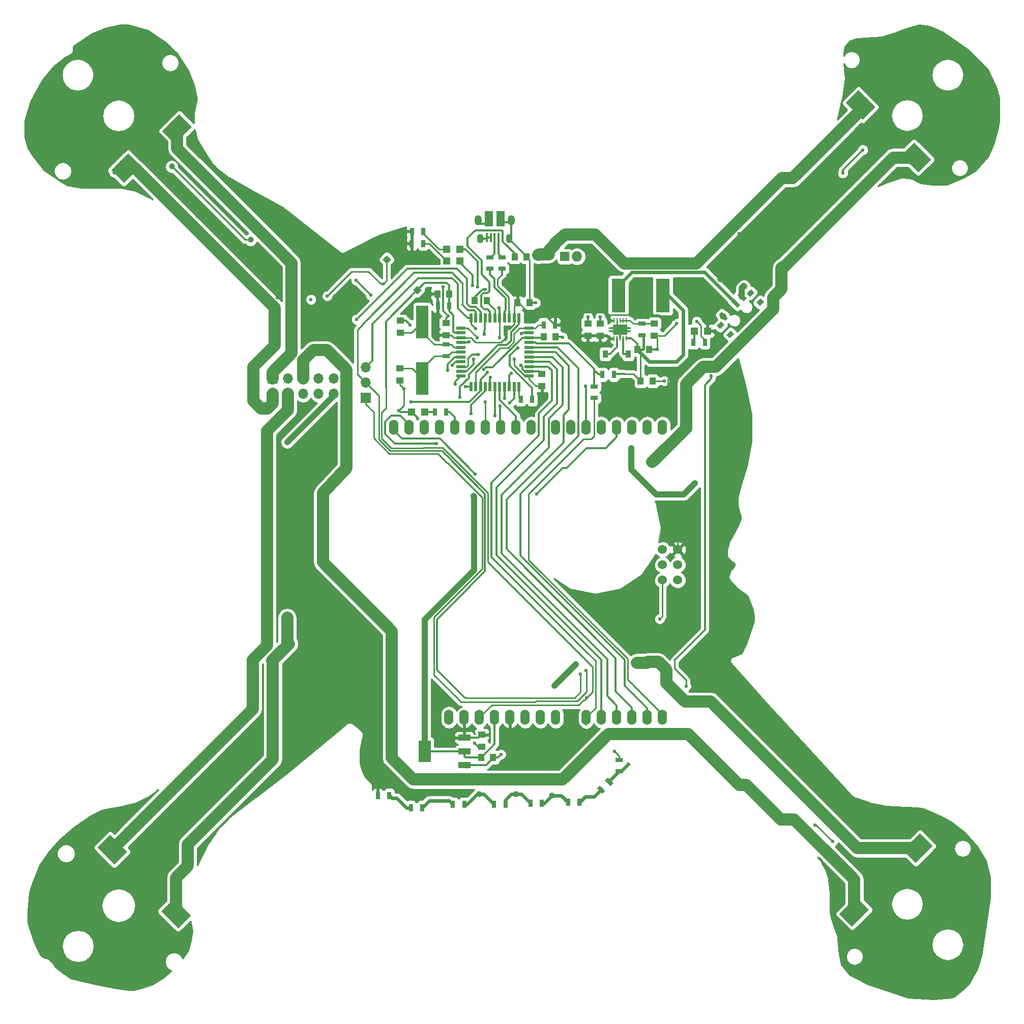
<source format=gbr>
G04 #@! TF.GenerationSoftware,KiCad,Pcbnew,(5.0.0-rc2-dev-26-g0d794b2)*
G04 #@! TF.CreationDate,2018-07-01T20:50:17-07:00*
G04 #@! TF.ProjectId,Skull_badge,536B756C6C5F62616467652E6B696361,rev?*
G04 #@! TF.SameCoordinates,Original*
G04 #@! TF.FileFunction,Copper,L1,Top,Signal*
G04 #@! TF.FilePolarity,Positive*
%FSLAX46Y46*%
G04 Gerber Fmt 4.6, Leading zero omitted, Abs format (unit mm)*
G04 Created by KiCad (PCBNEW (5.0.0-rc2-dev-26-g0d794b2)) date Sunday, July 01, 2018 at 08:50:17 PM*
%MOMM*%
%LPD*%
G01*
G04 APERTURE LIST*
%ADD10O,1.524000X2.540000*%
%ADD11C,1.524000*%
%ADD12R,1.500000X1.500000*%
%ADD13O,1.750000X1.750000*%
%ADD14R,2.300000X5.600000*%
%ADD15R,0.400000X1.650000*%
%ADD16O,1.100000X1.500000*%
%ADD17O,1.200000X1.700000*%
%ADD18R,1.430000X2.500000*%
%ADD19R,1.000000X1.250000*%
%ADD20R,1.250000X1.000000*%
%ADD21R,1.700000X1.700000*%
%ADD22O,1.700000X1.700000*%
%ADD23R,0.700000X1.300000*%
%ADD24C,0.700000*%
%ADD25C,0.100000*%
%ADD26R,1.300000X0.700000*%
%ADD27R,0.550000X1.500000*%
%ADD28R,1.500000X0.550000*%
%ADD29R,1.998980X5.499100*%
%ADD30R,1.200000X1.200000*%
%ADD31C,1.000760*%
%ADD32C,3.000000*%
%ADD33R,0.280000X0.850000*%
%ADD34R,1.200000X0.825000*%
%ADD35R,0.700000X0.280000*%
%ADD36C,0.600000*%
%ADD37R,0.900000X1.300000*%
%ADD38R,2.032000X3.657600*%
%ADD39R,2.032000X1.016000*%
%ADD40C,0.800000*%
%ADD41C,1.000000*%
%ADD42C,1.000000*%
%ADD43C,0.250000*%
%ADD44C,0.300000*%
%ADD45C,0.600000*%
%ADD46C,2.000000*%
%ADD47C,0.400000*%
%ADD48C,0.254000*%
G04 APERTURE END LIST*
D10*
X152302000Y-156946000D03*
X149762000Y-156946000D03*
X147222000Y-156946000D03*
X139602000Y-156946000D03*
X142142000Y-156946000D03*
X144682000Y-156946000D03*
X134522000Y-156946000D03*
X131982000Y-156946000D03*
X129442000Y-156946000D03*
X124362000Y-156946000D03*
X121822000Y-156946000D03*
X152302000Y-108686000D03*
X149762000Y-108686000D03*
X147222000Y-108686000D03*
X144682000Y-108686000D03*
X142142000Y-108686000D03*
X139602000Y-108686000D03*
X137062000Y-108686000D03*
X134522000Y-108686000D03*
X130458000Y-108686000D03*
X127918000Y-108686000D03*
X125378000Y-108686000D03*
X122838000Y-108686000D03*
X120298000Y-108686000D03*
X117758000Y-108686000D03*
X115218000Y-108686000D03*
X112678000Y-108686000D03*
X126902000Y-156946000D03*
X110138000Y-108686000D03*
X107598000Y-108686000D03*
X119282000Y-156946000D03*
X116742000Y-156946000D03*
D11*
X152302000Y-129006000D03*
X154842000Y-129006000D03*
X152302000Y-131546000D03*
X154842000Y-131546000D03*
X152302000Y-134086000D03*
X154842000Y-134086000D03*
D12*
X136046000Y-80238000D03*
D13*
X138046000Y-80238000D03*
D14*
X152354113Y-86707157D03*
X144954113Y-86707157D03*
D15*
X125662000Y-77102500D03*
X125012000Y-77102500D03*
X124362000Y-77102500D03*
X123712000Y-77102500D03*
X123062000Y-77102500D03*
D16*
X126782000Y-77222500D03*
X121942000Y-77222500D03*
D17*
X127092000Y-74222500D03*
X121632000Y-74222500D03*
D18*
X125322000Y-73982500D03*
X123402000Y-73982500D03*
D19*
X114800000Y-86450000D03*
X116800000Y-86450000D03*
D20*
X108550000Y-98850000D03*
X108550000Y-100850000D03*
X108650000Y-92900000D03*
X108650000Y-90900000D03*
X132200000Y-101800000D03*
X132200000Y-99800000D03*
X116250000Y-93300000D03*
X116250000Y-91300000D03*
D19*
X123050000Y-87600000D03*
X121050000Y-87600000D03*
X132500000Y-93600000D03*
X134500000Y-93600000D03*
D21*
X87405000Y-100558000D03*
D22*
X87405000Y-103098000D03*
X89945000Y-100558000D03*
X89945000Y-103098000D03*
X92485000Y-100558000D03*
X92485000Y-103098000D03*
X95025000Y-100558000D03*
X95025000Y-103098000D03*
X97565000Y-100558000D03*
X97565000Y-103098000D03*
D23*
X106798613Y-169934657D03*
X104898613Y-169934657D03*
X112323113Y-171966657D03*
X110423113Y-171966657D03*
X119308113Y-171395157D03*
X117408113Y-171395157D03*
X126166113Y-171395157D03*
X124266113Y-171395157D03*
X132198613Y-171204657D03*
X130298613Y-171204657D03*
X138485113Y-171077657D03*
X136585113Y-171077657D03*
D24*
X143413864Y-167611906D03*
D25*
G36*
X143201732Y-166904799D02*
X144120971Y-167824038D01*
X143625996Y-168319013D01*
X142706757Y-167399774D01*
X143201732Y-166904799D01*
X143201732Y-166904799D01*
G37*
D24*
X142070362Y-168955408D03*
D25*
G36*
X141858230Y-168248301D02*
X142777469Y-169167540D01*
X142282494Y-169662515D01*
X141363255Y-168743276D01*
X141858230Y-168248301D01*
X141858230Y-168248301D01*
G37*
D26*
X145050000Y-165900000D03*
X145050000Y-164000000D03*
D23*
X114900000Y-88400000D03*
X116800000Y-88400000D03*
D26*
X116250000Y-96800000D03*
X116250000Y-94900000D03*
X123600000Y-82250000D03*
X123600000Y-80350000D03*
X125600000Y-82250000D03*
X125600000Y-80350000D03*
D23*
X130600000Y-104000000D03*
X128700000Y-104000000D03*
D27*
X128400000Y-90450000D03*
X127600000Y-90450000D03*
X126800000Y-90450000D03*
X126000000Y-90450000D03*
X125200000Y-90450000D03*
X124400000Y-90450000D03*
X123600000Y-90450000D03*
X122800000Y-90450000D03*
X122000000Y-90450000D03*
X121200000Y-90450000D03*
X120400000Y-90450000D03*
D28*
X118700000Y-92150000D03*
X118700000Y-92950000D03*
X118700000Y-93750000D03*
X118700000Y-94550000D03*
X118700000Y-95350000D03*
X118700000Y-96150000D03*
X118700000Y-96950000D03*
X118700000Y-97750000D03*
X118700000Y-98550000D03*
X118700000Y-99350000D03*
X118700000Y-100150000D03*
D27*
X120400000Y-101850000D03*
X121200000Y-101850000D03*
X122000000Y-101850000D03*
X122800000Y-101850000D03*
X123600000Y-101850000D03*
X124400000Y-101850000D03*
X125200000Y-101850000D03*
X126000000Y-101850000D03*
X126800000Y-101850000D03*
X127600000Y-101850000D03*
X128400000Y-101850000D03*
D28*
X130100000Y-100150000D03*
X130100000Y-99350000D03*
X130100000Y-98550000D03*
X130100000Y-97750000D03*
X130100000Y-96950000D03*
X130100000Y-96150000D03*
X130100000Y-95350000D03*
X130100000Y-94550000D03*
X130100000Y-93750000D03*
X130100000Y-92950000D03*
X130100000Y-92150000D03*
D19*
X148654113Y-100982157D03*
X150654113Y-100982157D03*
D29*
X112300000Y-100549000D03*
X112300000Y-91151000D03*
D19*
X128150000Y-87950000D03*
X130150000Y-87950000D03*
D23*
X112479113Y-76057157D03*
X110579113Y-76057157D03*
X112454113Y-78057157D03*
X110554113Y-78057157D03*
X159348000Y-94525500D03*
X157448000Y-94525500D03*
X114397500Y-106082500D03*
X116297500Y-106082500D03*
D19*
X127675000Y-80325000D03*
X129675000Y-80325000D03*
D30*
X112741500Y-106082500D03*
X110541500Y-106082500D03*
X159795000Y-92620500D03*
X157595000Y-92620500D03*
X116400000Y-81000000D03*
X118600000Y-81000000D03*
X116400000Y-79000000D03*
X118600000Y-79000000D03*
D31*
X106395595Y-80741595D03*
D25*
G36*
X105687951Y-80741595D02*
X106395595Y-80033951D01*
X107103239Y-80741595D01*
X106395595Y-81449239D01*
X105687951Y-80741595D01*
X105687951Y-80741595D01*
G37*
D31*
X111485605Y-85831605D03*
D25*
G36*
X110777961Y-85831605D02*
X111485605Y-85123961D01*
X112193249Y-85831605D01*
X111485605Y-86539249D01*
X110777961Y-85831605D01*
X110777961Y-85831605D01*
G37*
D19*
X148085300Y-95694500D03*
X150085300Y-95694500D03*
D20*
X150939500Y-91392500D03*
X150939500Y-93392500D03*
X141909800Y-93417900D03*
X141909800Y-91417900D03*
X139865100Y-93405200D03*
X139865100Y-91405200D03*
D32*
X71500000Y-59000001D03*
D25*
G36*
X71146447Y-61474875D02*
X69025126Y-59353554D01*
X71853553Y-56525127D01*
X73974874Y-58646448D01*
X71146447Y-61474875D01*
X71146447Y-61474875D01*
G37*
D32*
X63000000Y-65500000D03*
D25*
G36*
X62646447Y-67974874D02*
X60525126Y-65853553D01*
X63353553Y-63025126D01*
X65474874Y-65146447D01*
X62646447Y-67974874D01*
X62646447Y-67974874D01*
G37*
D32*
X184196699Y-189303301D03*
D25*
G36*
X184550252Y-186828427D02*
X186671573Y-188949748D01*
X183843146Y-191778175D01*
X181721825Y-189656854D01*
X184550252Y-186828427D01*
X184550252Y-186828427D01*
G37*
D32*
X194803301Y-178696699D03*
D25*
G36*
X195156854Y-176221825D02*
X197278175Y-178343146D01*
X194449748Y-181171573D01*
X192328427Y-179050252D01*
X195156854Y-176221825D01*
X195156854Y-176221825D01*
G37*
D32*
X71303301Y-189553301D03*
D25*
G36*
X68828427Y-189199748D02*
X70949748Y-187078427D01*
X73778175Y-189906854D01*
X71656854Y-192028175D01*
X68828427Y-189199748D01*
X68828427Y-189199748D01*
G37*
D32*
X60696699Y-178946699D03*
D25*
G36*
X58221825Y-178593146D02*
X60343146Y-176471825D01*
X63171573Y-179300252D01*
X61050252Y-181421573D01*
X58221825Y-178593146D01*
X58221825Y-178593146D01*
G37*
D32*
X185250000Y-55000000D03*
D25*
G36*
X187724874Y-55353553D02*
X185603553Y-57474874D01*
X182775126Y-54646447D01*
X184896447Y-52525126D01*
X187724874Y-55353553D01*
X187724874Y-55353553D01*
G37*
D32*
X194500000Y-63750000D03*
D25*
G36*
X196974874Y-64103553D02*
X194853553Y-66224874D01*
X192025126Y-63396447D01*
X194146447Y-61275126D01*
X196974874Y-64103553D01*
X196974874Y-64103553D01*
G37*
D23*
X134400000Y-91600000D03*
X132500000Y-91600000D03*
D26*
X148869400Y-91429800D03*
X148869400Y-93329800D03*
D33*
X144214900Y-93848700D03*
X144714900Y-93848700D03*
X145214900Y-93848700D03*
X145714900Y-93848700D03*
X146214900Y-93848700D03*
X146214900Y-90898700D03*
X145714900Y-90898700D03*
X145214900Y-90898700D03*
X144714900Y-90898700D03*
X144214900Y-90898700D03*
D34*
X144614900Y-92786200D03*
X145814900Y-92786200D03*
X144614900Y-91961200D03*
X145814900Y-91961200D03*
D35*
X143664900Y-92623700D03*
X146764900Y-92623700D03*
X143664900Y-92123700D03*
X146764900Y-92123700D03*
D36*
X144464900Y-92873700D03*
X145964900Y-92873700D03*
X144464900Y-91873700D03*
X145964900Y-91873700D03*
X145214900Y-92373700D03*
D21*
X102920800Y-103759000D03*
D22*
X102920800Y-101219000D03*
X102920800Y-98679000D03*
D37*
X146578400Y-96469200D03*
X142778400Y-96469200D03*
D20*
X122200000Y-159800000D03*
X122200000Y-161800000D03*
D19*
X122100000Y-163600000D03*
X124100000Y-163600000D03*
D38*
X112700000Y-162600000D03*
D39*
X119304000Y-162600000D03*
X119304000Y-160314000D03*
X119304000Y-164886000D03*
D23*
X142304113Y-99882157D03*
X144204113Y-99882157D03*
D24*
X162429805Y-90214845D03*
D25*
G36*
X162742298Y-90981231D02*
X161641703Y-89962069D01*
X162117312Y-89448459D01*
X163217907Y-90467621D01*
X162742298Y-90981231D01*
X162742298Y-90981231D01*
G37*
D24*
X164468129Y-88013656D03*
D25*
G36*
X164780622Y-88780042D02*
X163680027Y-87760880D01*
X164155636Y-87247270D01*
X165256231Y-88266432D01*
X164780622Y-88780042D01*
X164780622Y-88780042D01*
G37*
D24*
X165487291Y-86913061D03*
D25*
G36*
X165799784Y-87679447D02*
X164699189Y-86660285D01*
X165174798Y-86146675D01*
X166275393Y-87165837D01*
X165799784Y-87679447D01*
X165799784Y-87679447D01*
G37*
D40*
X163569717Y-93178475D03*
D25*
G36*
X163523488Y-93817116D02*
X162936504Y-93273563D01*
X163615946Y-92539834D01*
X164202930Y-93083387D01*
X163523488Y-93817116D01*
X163523488Y-93817116D01*
G37*
D40*
X168529639Y-87822247D03*
D25*
G36*
X168483410Y-88460888D02*
X167896426Y-87917335D01*
X168575868Y-87183606D01*
X169162852Y-87727159D01*
X168483410Y-88460888D01*
X168483410Y-88460888D01*
G37*
D40*
X166915433Y-86327476D03*
D25*
G36*
X166869204Y-86966117D02*
X166282220Y-86422564D01*
X166961662Y-85688835D01*
X167548646Y-86232388D01*
X166869204Y-86966117D01*
X166869204Y-86966117D01*
G37*
D40*
X161955512Y-91683704D03*
D25*
G36*
X161909283Y-92322345D02*
X161322299Y-91778792D01*
X162001741Y-91045063D01*
X162588725Y-91588616D01*
X161909283Y-92322345D01*
X161909283Y-92322345D01*
G37*
D26*
X140929113Y-103782157D03*
X140929113Y-101882157D03*
D36*
X157979113Y-91032157D03*
X89839113Y-111132157D03*
X96479113Y-86802157D03*
X134299113Y-151642157D03*
X137849113Y-148132157D03*
X154654113Y-91357157D03*
X151384000Y-95694500D03*
X125204113Y-93782157D03*
X128210413Y-95410413D03*
X121000000Y-161200000D03*
X125400004Y-163100000D03*
X108423500Y-105828500D03*
X109250000Y-102250000D03*
X125100000Y-88800000D03*
X110300000Y-91600000D03*
X105829113Y-84782157D03*
X185632553Y-62474877D03*
X182279113Y-66357157D03*
X177667113Y-174887657D03*
X180588113Y-177618157D03*
X146615613Y-164727657D03*
X93783613Y-87384657D03*
X152604113Y-100932157D03*
X115760500Y-85267800D03*
X139865100Y-90271600D03*
X141909800Y-90271600D03*
X122824992Y-85697073D03*
X116615000Y-90144000D03*
X111535000Y-107225500D03*
X131150000Y-87950000D03*
X135650006Y-93650000D03*
X120054716Y-94475014D03*
X128791950Y-93091949D03*
X119500000Y-101900000D03*
X128700000Y-98300000D03*
X139654113Y-153707157D03*
X151825153Y-140539237D03*
X122579444Y-99004455D03*
X121154113Y-92207157D03*
X139559113Y-149091657D03*
X139559113Y-149091657D03*
X101340113Y-90686657D03*
X138654113Y-149707157D03*
X127150000Y-99650012D03*
X139500000Y-101800000D03*
X144329613Y-162632157D03*
X101254113Y-84182157D03*
X103729113Y-86682157D03*
X110420613Y-104402657D03*
X123157670Y-99557333D03*
X126000000Y-103850000D03*
X125250000Y-105075000D03*
X124400000Y-106700000D03*
X118600000Y-103700000D03*
X123650000Y-100350000D03*
X160426400Y-100126800D03*
X156250000Y-151750000D03*
X121129113Y-116432157D03*
X131329113Y-119732157D03*
X116500000Y-99150000D03*
X114629113Y-111382156D03*
X117300000Y-98350000D03*
X121650000Y-96550000D03*
X120850000Y-97350000D03*
X120400000Y-106400000D03*
X126883051Y-104566949D03*
X121557954Y-85280978D03*
X122654113Y-93207157D03*
X117821500Y-101447000D03*
X120650000Y-85000002D03*
D40*
X134345990Y-78111103D03*
X131629113Y-79957157D03*
X133354113Y-79832157D03*
X152929113Y-112109957D03*
X152929113Y-112109957D03*
X151936913Y-113102157D03*
X150606913Y-114432157D03*
X151936913Y-113102157D03*
X89829113Y-143932157D03*
X89829113Y-143932157D03*
X89829113Y-142132157D03*
X89829113Y-140332157D03*
X89829113Y-140332157D03*
X89275113Y-145550657D03*
X151629113Y-147732157D03*
X149829113Y-147732157D03*
X148029113Y-147832157D03*
D41*
X162354113Y-90207157D03*
X165829113Y-85132157D03*
X157654113Y-118007157D03*
X147054113Y-112107157D03*
D36*
X108100000Y-170400000D03*
X115100000Y-170800000D03*
D41*
X121787113Y-169680657D03*
X127883113Y-169680657D03*
X133852113Y-169934657D03*
D36*
X140600000Y-170100000D03*
X121450000Y-93750000D03*
X122804811Y-104449990D03*
D41*
X83742993Y-77455797D03*
X70601033Y-65263797D03*
D36*
X165029113Y-76432157D03*
X126310213Y-92295752D03*
X157600000Y-147700000D03*
D41*
X153429113Y-123632157D03*
X152079113Y-106107157D03*
X154029113Y-90432157D03*
D36*
X157654113Y-87957157D03*
D41*
X160254113Y-85607157D03*
X161904113Y-84007157D03*
X161929113Y-81932157D03*
X113304113Y-85932157D03*
X108004113Y-82657157D03*
D36*
X127600000Y-97300000D03*
X85200000Y-83100000D03*
X88200000Y-87100000D03*
X163800000Y-155200000D03*
D41*
X102605033Y-147102597D03*
X115823193Y-160325837D03*
D36*
X160600000Y-150600000D03*
X176900000Y-166400000D03*
X182600000Y-61400000D03*
X174100000Y-69000000D03*
X163351000Y-79857000D03*
X81700000Y-80000000D03*
X68200000Y-66500000D03*
X74500000Y-172750000D03*
X92612000Y-153009000D03*
X89310000Y-149453000D03*
X184373128Y-174000000D03*
X92500000Y-90750000D03*
X180500000Y-171000000D03*
X171900000Y-162800000D03*
X168200000Y-158300000D03*
X75200000Y-170300000D03*
X82250000Y-165750000D03*
X82900000Y-163500000D03*
X90500000Y-158500000D03*
X91250000Y-157750000D03*
X154913793Y-84659237D03*
X179000000Y-66700000D03*
X170400000Y-74200000D03*
X71900000Y-69500000D03*
X74900000Y-73500000D03*
X78800000Y-76400000D03*
D41*
X120860749Y-120090521D03*
D42*
X97565000Y-103098000D02*
X97565000Y-103406270D01*
X97565000Y-103406270D02*
X89839113Y-111132157D01*
D43*
X103354849Y-82732157D02*
X100549113Y-82732157D01*
X100549113Y-82732157D02*
X96479113Y-86802157D01*
X105829113Y-84782157D02*
X105404849Y-84782157D01*
X105404849Y-84782157D02*
X103354849Y-82732157D01*
D42*
X134339113Y-151642157D02*
X134299113Y-151642157D01*
X137849113Y-148132157D02*
X134339113Y-151642157D01*
D43*
X152618770Y-93392500D02*
X154654113Y-91357157D01*
X150939500Y-93392500D02*
X152618770Y-93392500D01*
X151384000Y-93837000D02*
X151384000Y-95694500D01*
D44*
X151384000Y-95694500D02*
X150085300Y-95694500D01*
D43*
X125200000Y-93778044D02*
X125204113Y-93782157D01*
X125200000Y-90450000D02*
X125200000Y-93778044D01*
D44*
X126875001Y-96745825D02*
X127910414Y-95710412D01*
X127910414Y-95710412D02*
X128210413Y-95410413D01*
X130600000Y-102175000D02*
X126875001Y-98450001D01*
X126875001Y-98450001D02*
X126875001Y-96745825D01*
X130600000Y-104000000D02*
X130600000Y-102175000D01*
D43*
X151384000Y-93837000D02*
X150939500Y-93392500D01*
X159348000Y-94525500D02*
X159348000Y-94151044D01*
X159348000Y-94151044D02*
X158654113Y-93457157D01*
X158654113Y-93457157D02*
X158654113Y-91707157D01*
X158654113Y-91707157D02*
X157979113Y-91032157D01*
D44*
X121600000Y-161800000D02*
X121000000Y-161200000D01*
X124900004Y-163600000D02*
X124100000Y-163600000D01*
X124900004Y-163600000D02*
X125100005Y-163399999D01*
X125100005Y-163399999D02*
X125400004Y-163100000D01*
D43*
X109250000Y-102250000D02*
X109250000Y-105002000D01*
D44*
X108677500Y-106082500D02*
X108423500Y-105828500D01*
X110541500Y-106082500D02*
X108677500Y-106082500D01*
D43*
X108550000Y-101550000D02*
X109250000Y-102250000D01*
X108550000Y-101550000D02*
X108550000Y-100850000D01*
X109250000Y-105002000D02*
X108423500Y-105828500D01*
D44*
X125200000Y-88900000D02*
X125100000Y-88800000D01*
X125200000Y-88900000D02*
X125200000Y-90450000D01*
D43*
X106395595Y-80741595D02*
X106395595Y-84215675D01*
D44*
X109600000Y-90900000D02*
X110300000Y-91600000D01*
X109600000Y-90900000D02*
X108650000Y-90900000D01*
D43*
X106395595Y-84215675D02*
X105829113Y-84782157D01*
X130150000Y-87950000D02*
X130150000Y-80800000D01*
X130150000Y-80800000D02*
X129675000Y-80325000D01*
D44*
X182279113Y-66357157D02*
X182279113Y-65828317D01*
X182279113Y-65828317D02*
X185632553Y-62474877D01*
D43*
X177857613Y-174887657D02*
X177667113Y-174887657D01*
X180588113Y-177618157D02*
X177857613Y-174887657D01*
D45*
X145050000Y-165900000D02*
X145443270Y-165900000D01*
X145443270Y-165900000D02*
X146615613Y-164727657D01*
X143413864Y-167611906D02*
X143413864Y-167536136D01*
X143413864Y-167536136D02*
X145050000Y-165900000D01*
D43*
X152554113Y-100982157D02*
X152604113Y-100932157D01*
X152554113Y-100982157D02*
X150654113Y-100982157D01*
D44*
X119304000Y-164886000D02*
X122939000Y-164886000D01*
X122939000Y-164886000D02*
X124100000Y-163725000D01*
X124100000Y-163725000D02*
X124100000Y-163600000D01*
X119718000Y-165300000D02*
X119304000Y-164886000D01*
X122200000Y-161800000D02*
X121600000Y-161800000D01*
D42*
X138000000Y-80284000D02*
X138046000Y-80238000D01*
D44*
X115760500Y-85692064D02*
X115760500Y-85267800D01*
X115760500Y-89289500D02*
X115760500Y-85692064D01*
X116615000Y-90144000D02*
X115760500Y-89289500D01*
X146764900Y-92623700D02*
X146214900Y-92623700D01*
X146214900Y-92623700D02*
X145964900Y-92873700D01*
X146764900Y-92123700D02*
X146214900Y-92123700D01*
X146214900Y-92123700D02*
X145964900Y-91873700D01*
X145214900Y-92373700D02*
X145214900Y-93848700D01*
D43*
X144714900Y-90898700D02*
X144714900Y-91623700D01*
D44*
X144714900Y-91623700D02*
X144464900Y-91873700D01*
X143664900Y-92623700D02*
X144214900Y-92623700D01*
X144214900Y-92623700D02*
X144464900Y-92873700D01*
X143664900Y-92123700D02*
X144214900Y-92123700D01*
X144214900Y-92123700D02*
X144464900Y-91873700D01*
X139865100Y-91405200D02*
X139865100Y-90271600D01*
X141909800Y-91417900D02*
X141909800Y-90271600D01*
X122400728Y-85697073D02*
X122824992Y-85697073D01*
X122366485Y-85697073D02*
X122400728Y-85697073D01*
X121050000Y-87013558D02*
X122366485Y-85697073D01*
X121050000Y-87600000D02*
X121050000Y-87013558D01*
X123062000Y-77102500D02*
X123712000Y-77102500D01*
X121942000Y-77222500D02*
X122942000Y-77222500D01*
X122942000Y-77222500D02*
X123062000Y-77102500D01*
X121930000Y-77820000D02*
X122433000Y-77317000D01*
X145050000Y-165900000D02*
X145350000Y-165900000D01*
X129675000Y-80325000D02*
X129675000Y-80200000D01*
X129675000Y-80200000D02*
X126782000Y-77307000D01*
X126782000Y-77307000D02*
X126782000Y-77222500D01*
X127092000Y-74222500D02*
X127092000Y-76912500D01*
X127092000Y-76912500D02*
X126782000Y-77222500D01*
X116606000Y-90144000D02*
X116615000Y-90144000D01*
X116250000Y-90500000D02*
X116606000Y-90144000D01*
X116250000Y-91300000D02*
X116250000Y-90500000D01*
X111535000Y-107225500D02*
X111535000Y-107076000D01*
X111535000Y-107076000D02*
X110541500Y-106082500D01*
X130150000Y-87950000D02*
X131150000Y-87950000D01*
X135600006Y-93600000D02*
X135650006Y-93650000D01*
X134500000Y-93600000D02*
X135600006Y-93600000D01*
X129347823Y-99350000D02*
X128999999Y-99002176D01*
X128999999Y-98599999D02*
X128700000Y-98300000D01*
X128999999Y-99002176D02*
X128999999Y-98599999D01*
X130100000Y-99350000D02*
X129347823Y-99350000D01*
X119979730Y-94550000D02*
X120054716Y-94475014D01*
X118700000Y-94550000D02*
X119979730Y-94550000D01*
X130100000Y-92950000D02*
X128933899Y-92950000D01*
X128933899Y-92950000D02*
X128791950Y-93091949D01*
X120400000Y-101850000D02*
X119550000Y-101850000D01*
X119550000Y-101850000D02*
X119500000Y-101900000D01*
X134500000Y-93475000D02*
X134500000Y-93600000D01*
X125310000Y-74580000D02*
X126840000Y-74580000D01*
X126840000Y-74580000D02*
X127080000Y-74820000D01*
X121620000Y-74820000D02*
X123150000Y-74820000D01*
X123150000Y-74820000D02*
X123390000Y-74580000D01*
X130100000Y-99350000D02*
X131750000Y-99350000D01*
X131750000Y-99350000D02*
X132200000Y-99800000D01*
D43*
X139654113Y-153707157D02*
X140654113Y-152707157D01*
X105531113Y-110498657D02*
X105531113Y-106180657D01*
X140654113Y-152707157D02*
X140654113Y-148503367D01*
X123219113Y-119542157D02*
X115684113Y-112007157D01*
X106275002Y-105436768D02*
X106275002Y-101989657D01*
X140654113Y-148503367D02*
X123219113Y-131068367D01*
X123219113Y-131068367D02*
X123219113Y-119542157D01*
X115684113Y-112007157D02*
X112519652Y-112007157D01*
X112519652Y-112007157D02*
X112409113Y-112117696D01*
X105531113Y-106180657D02*
X106275002Y-105436768D01*
X112409113Y-112117696D02*
X107150152Y-112117696D01*
X107150152Y-112117696D02*
X105531113Y-110498657D01*
X131154113Y-154885157D02*
X138329113Y-154885157D01*
X139207114Y-154007156D02*
X138329113Y-154885157D01*
X138329113Y-154885157D02*
X138476113Y-154885157D01*
X139654113Y-153707157D02*
X139354114Y-154007156D01*
X139354114Y-154007156D02*
X139207114Y-154007156D01*
X152302000Y-140062390D02*
X152302000Y-134086000D01*
X151825153Y-140539237D02*
X152302000Y-140062390D01*
X123882843Y-154885157D02*
X121822000Y-156946000D01*
X131154113Y-154885157D02*
X123882843Y-154885157D01*
D44*
X152302000Y-134086000D02*
X152264000Y-134086000D01*
X106275002Y-93075000D02*
X106275002Y-101989657D01*
X111485605Y-85831605D02*
X106275002Y-91042208D01*
X106275002Y-91042208D02*
X106275002Y-92509315D01*
X106275002Y-92509315D02*
X106275002Y-93075000D01*
X111485605Y-85831605D02*
X112735210Y-84582000D01*
X112735210Y-84582000D02*
X116370100Y-84582000D01*
X116370100Y-84582000D02*
X116800000Y-85011900D01*
X116800000Y-85011900D02*
X116800000Y-86450000D01*
X117700000Y-92950000D02*
X117500000Y-92750000D01*
X116800000Y-89300000D02*
X117500000Y-90000000D01*
X117500000Y-90000000D02*
X117500000Y-92750000D01*
X116800000Y-88400000D02*
X116800000Y-89300000D01*
X118700000Y-92950000D02*
X117700000Y-92950000D01*
X116800000Y-86450000D02*
X116800000Y-88400000D01*
X123997116Y-98704456D02*
X122879443Y-98704456D01*
X128951572Y-93750000D02*
X123997116Y-98704456D01*
X130100000Y-93750000D02*
X128951572Y-93750000D01*
X122879443Y-98704456D02*
X122579444Y-99004455D01*
X132500000Y-93600000D02*
X132350000Y-93750000D01*
X132350000Y-93750000D02*
X130100000Y-93750000D01*
X123600000Y-90450000D02*
X123600000Y-89450000D01*
X123600000Y-89450000D02*
X123200000Y-89050000D01*
X123200000Y-89050000D02*
X122612680Y-89050000D01*
X123475002Y-85404226D02*
X123477116Y-85402112D01*
X122612680Y-89050000D02*
X122091240Y-88528560D01*
X122091240Y-88528560D02*
X122091240Y-86679440D01*
X122091240Y-86679440D02*
X122420678Y-86350002D01*
X122420678Y-86350002D02*
X123150002Y-86350002D01*
X123150002Y-86350002D02*
X123475002Y-86025002D01*
X123475002Y-86025002D02*
X123475002Y-85404226D01*
X123475002Y-85399998D02*
X123475002Y-84502122D01*
X123475002Y-84502122D02*
X122175001Y-83202121D01*
X122175001Y-83202121D02*
X122175001Y-80875001D01*
X122175001Y-80875001D02*
X119800000Y-78500000D01*
X119800000Y-78500000D02*
X119800000Y-77200000D01*
X119800000Y-77200000D02*
X120850000Y-76150000D01*
X120850000Y-76150000D02*
X120855001Y-76155001D01*
X120855001Y-76155001D02*
X121153502Y-75856500D01*
X121153502Y-75856500D02*
X125541000Y-75856500D01*
X125541000Y-75856500D02*
X125662000Y-75977500D01*
X125662000Y-75977500D02*
X125662000Y-77102500D01*
X123477116Y-85402112D02*
X123475002Y-85399998D01*
X127675000Y-80325000D02*
X127675000Y-79740500D01*
X127675000Y-79740500D02*
X125662000Y-77727500D01*
X125662000Y-77727500D02*
X125662000Y-77102500D01*
X125650000Y-76625000D02*
X125650000Y-77700000D01*
D43*
X120400000Y-90450000D02*
X120400000Y-91453044D01*
X120400000Y-91453044D02*
X121154113Y-92207157D01*
D44*
X102920800Y-98679000D02*
X104013000Y-97586800D01*
X104013000Y-97586800D02*
X104013000Y-91490800D01*
X104013000Y-91490800D02*
X111646300Y-83857500D01*
X111646300Y-83857500D02*
X117258500Y-83857500D01*
X117258500Y-83857500D02*
X118189800Y-84788800D01*
X118189800Y-84788800D02*
X118189800Y-88814800D01*
X118189800Y-88814800D02*
X119825000Y-90450000D01*
X119825000Y-90450000D02*
X120400000Y-90450000D01*
D43*
X116479113Y-114602157D02*
X116089113Y-114212157D01*
X116089113Y-114212157D02*
X115922956Y-114046000D01*
X106831793Y-113072157D02*
X114949113Y-113072157D01*
X114949113Y-113072157D02*
X116089113Y-114212157D01*
X104223957Y-106162157D02*
X104223957Y-110464321D01*
X104223957Y-110464321D02*
X106831793Y-113072157D01*
X102920800Y-103759000D02*
X102920800Y-104859000D01*
X102920800Y-104859000D02*
X104223957Y-106162157D01*
X119519113Y-134990731D02*
X119519113Y-134982157D01*
X119519113Y-134982157D02*
X122269093Y-132232177D01*
X122269093Y-132232177D02*
X122269093Y-120332137D01*
X122269093Y-120332137D02*
X116539113Y-114602157D01*
X116539113Y-114602157D02*
X116479113Y-114602157D01*
X119519113Y-134990731D02*
X114230613Y-140279231D01*
X119659400Y-134850444D02*
X119519113Y-134990731D01*
X139559113Y-149112157D02*
X139654113Y-149207157D01*
X139559113Y-149112157D02*
X139559113Y-149091657D01*
X139654113Y-149207157D02*
X139654113Y-152707157D01*
X139654113Y-152707157D02*
X138154113Y-154207157D01*
X138154113Y-154207157D02*
X134154113Y-154207157D01*
X134154113Y-154207157D02*
X131228113Y-154207157D01*
X118703553Y-154341597D02*
X118104113Y-153742157D01*
X131093673Y-154341597D02*
X118703553Y-154341597D01*
X131228113Y-154207157D02*
X131093673Y-154341597D01*
X114230613Y-149868657D02*
X118104113Y-153742157D01*
X114230613Y-140279231D02*
X114230613Y-149868657D01*
X101340113Y-90686657D02*
X101370478Y-90717022D01*
X101370478Y-90717022D02*
X101340113Y-90686657D01*
X101340113Y-90686657D02*
X101340113Y-90747387D01*
X102920800Y-103759000D02*
X102920800Y-103570344D01*
D44*
X101340113Y-90747387D02*
X109842300Y-82245200D01*
X109842300Y-82245200D02*
X118059200Y-82245200D01*
X118059200Y-82245200D02*
X119739200Y-83925200D01*
X119739200Y-83925200D02*
X119739200Y-88061200D01*
X119739200Y-88061200D02*
X120298000Y-88620000D01*
X120298000Y-88620000D02*
X121220000Y-88620000D01*
X121220000Y-88620000D02*
X122000000Y-89400000D01*
X122000000Y-89400000D02*
X122000000Y-90450000D01*
X122744103Y-119738911D02*
X116177349Y-113172157D01*
D43*
X112595513Y-112567706D02*
X112599964Y-112572157D01*
D44*
X116177349Y-113172157D02*
X116047892Y-113042700D01*
D43*
X112599964Y-112572157D02*
X115577349Y-112572157D01*
X115577349Y-112572157D02*
X116177349Y-113172157D01*
X102920800Y-101219000D02*
X105081103Y-103379303D01*
X105081103Y-103379303D02*
X105081103Y-110685057D01*
X105081103Y-110685057D02*
X106963752Y-112567706D01*
X106963752Y-112567706D02*
X112595513Y-112567706D01*
D44*
X120204113Y-135187157D02*
X122744103Y-132647167D01*
X122744103Y-132647167D02*
X122744103Y-119738911D01*
X120204113Y-135218287D02*
X120204113Y-135187157D01*
X120204113Y-135218287D02*
X120212983Y-135218287D01*
X104317800Y-102616000D02*
X103770799Y-102068999D01*
X102920800Y-101219000D02*
X103770799Y-102068999D01*
X110972600Y-82956400D02*
X110972600Y-82959170D01*
X110972600Y-82959170D02*
X102483113Y-91448657D01*
X117271800Y-82956400D02*
X110972600Y-82956400D01*
D43*
X119017840Y-88254251D02*
X119017840Y-84702440D01*
D44*
X114750000Y-140672400D02*
X120204113Y-135218287D01*
X114750000Y-149062164D02*
X114750000Y-140672400D01*
D43*
X130926033Y-153671037D02*
X119635311Y-153671037D01*
X119635311Y-153671037D02*
X119579431Y-153615157D01*
X119579431Y-153615157D02*
X119302993Y-153615157D01*
X119302993Y-153615157D02*
X114750000Y-149062164D01*
X138654113Y-152707157D02*
X138654113Y-149707157D01*
X137690233Y-153671037D02*
X138654113Y-152707157D01*
X130926033Y-153671037D02*
X137690233Y-153671037D01*
D44*
X121200000Y-89400000D02*
X121200000Y-90450000D01*
X120950011Y-89150011D02*
X121200000Y-89400000D01*
X119913600Y-89150011D02*
X120950011Y-89150011D01*
X119017840Y-88254251D02*
X119913600Y-89150011D01*
X117271800Y-82956400D02*
X119017840Y-84702440D01*
D43*
X102483113Y-91448657D02*
X101530613Y-92401157D01*
X101530613Y-92401157D02*
X101530613Y-99828813D01*
X101530613Y-99828813D02*
X102920800Y-101219000D01*
D44*
X102920800Y-101219000D02*
X102793800Y-101219000D01*
X142778400Y-96469200D02*
X143528400Y-96469200D01*
X143528400Y-96469200D02*
X144714900Y-95282700D01*
X144714900Y-95282700D02*
X144714900Y-94573700D01*
X144714900Y-94573700D02*
X144714900Y-93848700D01*
X126800000Y-100000012D02*
X126850001Y-99950011D01*
X126850001Y-99950011D02*
X127150000Y-99650012D01*
X126800000Y-101850000D02*
X126800000Y-100000012D01*
X139602000Y-101902000D02*
X139500000Y-101800000D01*
X139602000Y-108686000D02*
X139602000Y-101902000D01*
D43*
X139602000Y-156946000D02*
X141154113Y-155393887D01*
X141154113Y-155393887D02*
X141154113Y-147530393D01*
X141154113Y-147530393D02*
X139602000Y-145978280D01*
X144329613Y-162632157D02*
X145050000Y-163352544D01*
X145050000Y-163352544D02*
X145050000Y-164000000D01*
D44*
X123850400Y-117856000D02*
X131699000Y-110007400D01*
X131699000Y-110007400D02*
X131699000Y-106401000D01*
X139602000Y-145978280D02*
X123850400Y-130226680D01*
X123850400Y-130226680D02*
X123850400Y-117856000D01*
X131699000Y-106401000D02*
X133900000Y-104200000D01*
X133900000Y-104200000D02*
X133900000Y-99200000D01*
X133900000Y-99200000D02*
X133250000Y-98550000D01*
X133250000Y-98550000D02*
X130100000Y-98550000D01*
X139602000Y-156946000D02*
X139602000Y-158200000D01*
D43*
X103729113Y-86682157D02*
X101254113Y-84207157D01*
X101254113Y-84207157D02*
X101254113Y-84182157D01*
X110420613Y-104402657D02*
X110420613Y-104401290D01*
X110420613Y-104401290D02*
X110420613Y-104402657D01*
X110420613Y-104402657D02*
X110420613Y-104401290D01*
D44*
X120198710Y-104401290D02*
X110420613Y-104401290D01*
X122000000Y-102600000D02*
X120198710Y-104401290D01*
X122000000Y-101850000D02*
X122000000Y-102600000D01*
X122000000Y-100715003D02*
X122857671Y-99857332D01*
X122000000Y-101850000D02*
X122000000Y-100715003D01*
X122857671Y-99857332D02*
X123157670Y-99557333D01*
X124350000Y-85353552D02*
X126150000Y-87153552D01*
X126150000Y-87153552D02*
X126150000Y-89175000D01*
X126150000Y-89175000D02*
X126000000Y-89325000D01*
X126000000Y-89325000D02*
X126000000Y-90450000D01*
X123600000Y-82250000D02*
X123600000Y-83225000D01*
X123600000Y-83225000D02*
X124350000Y-83975000D01*
X124350000Y-83975000D02*
X124350000Y-85353552D01*
D43*
X124850000Y-85146448D02*
X126650000Y-86946448D01*
X126650000Y-86946448D02*
X126650000Y-89175000D01*
X126650000Y-89175000D02*
X126800000Y-89325000D01*
D44*
X126800000Y-89325000D02*
X126800000Y-90450000D01*
D43*
X125600000Y-83225000D02*
X124850000Y-83975000D01*
X124850000Y-83975000D02*
X124850000Y-85146448D01*
D44*
X125600000Y-82250000D02*
X125600000Y-83225000D01*
X125250000Y-105075000D02*
X125250000Y-108558000D01*
X125250000Y-108558000D02*
X125378000Y-108686000D01*
X126000000Y-103850000D02*
X126000000Y-101850000D01*
X125200000Y-108508000D02*
X125378000Y-108686000D01*
X124400000Y-105400000D02*
X124400000Y-106700000D01*
X124400000Y-105400000D02*
X124400000Y-102850000D01*
X124400000Y-102850000D02*
X124400000Y-101850000D01*
X127918000Y-107116000D02*
X127918000Y-108686000D01*
X127918000Y-106780996D02*
X127918000Y-107116000D01*
X125200000Y-104062996D02*
X127918000Y-106780996D01*
X125200000Y-101850000D02*
X125200000Y-104062996D01*
X118600000Y-103700000D02*
X118600000Y-101860002D01*
X126375871Y-94982169D02*
X127104126Y-94253914D01*
X120050000Y-99850000D02*
X124917831Y-94982169D01*
X120050000Y-100410002D02*
X120050000Y-99850000D01*
X124917831Y-94982169D02*
X126375871Y-94982169D01*
X128400000Y-91500000D02*
X128400000Y-90450000D01*
X127104126Y-92795874D02*
X128400000Y-91500000D01*
X127104126Y-94253914D02*
X127104126Y-92795874D01*
X118600000Y-101860002D02*
X120050000Y-100410002D01*
X123600000Y-100400000D02*
X123650000Y-100350000D01*
X123600000Y-101850000D02*
X123600000Y-100400000D01*
X149762000Y-156946000D02*
X149762000Y-155426000D01*
X149762000Y-155426000D02*
X146000000Y-151664000D01*
X146000000Y-151664000D02*
X146000000Y-147371600D01*
X146000000Y-147371600D02*
X128651000Y-130022600D01*
X128651000Y-130022600D02*
X128651000Y-119710200D01*
X128651000Y-119710200D02*
X138300000Y-110061200D01*
X138300000Y-110061200D02*
X138300000Y-98800000D01*
X138300000Y-98800000D02*
X134850000Y-95350000D01*
X134850000Y-95350000D02*
X131100000Y-95350000D01*
X131100000Y-95350000D02*
X130100000Y-95350000D01*
X160426400Y-100551064D02*
X159334200Y-101643264D01*
X160426400Y-100126800D02*
X160426400Y-100551064D01*
X159334200Y-142392811D02*
X154300000Y-147427011D01*
X159334200Y-101643264D02*
X159334200Y-142392811D01*
D43*
X154300000Y-148800000D02*
X156250000Y-150750000D01*
X156250000Y-150750000D02*
X156250000Y-151750000D01*
X154300000Y-147427011D02*
X154300000Y-148800000D01*
D44*
X115229113Y-110532157D02*
X108936157Y-110532157D01*
X108936157Y-110532157D02*
X107598000Y-109194000D01*
X107598000Y-109194000D02*
X107598000Y-108686000D01*
X121129113Y-116432157D02*
X115229113Y-110532157D01*
X136329113Y-115432157D02*
X135629113Y-115432157D01*
X135629113Y-115432157D02*
X131329113Y-119732157D01*
X142829113Y-112108887D02*
X139652383Y-112108887D01*
X139652383Y-112108887D02*
X136329113Y-115432157D01*
X144682000Y-108686000D02*
X144682000Y-110256000D01*
X144682000Y-110256000D02*
X142829113Y-112108887D01*
X116500000Y-99150000D02*
X116500000Y-98150000D01*
X116500000Y-98150000D02*
X117700000Y-96950000D01*
X117700000Y-96950000D02*
X118700000Y-96950000D01*
X107749956Y-111382156D02*
X114629113Y-111382156D01*
X106100000Y-109732200D02*
X107749956Y-111382156D01*
X110138000Y-108686000D02*
X110138000Y-108178000D01*
X110138000Y-108178000D02*
X108660000Y-106700000D01*
X108660000Y-106700000D02*
X107171000Y-106700000D01*
X106100000Y-107771000D02*
X106100000Y-109732200D01*
X107171000Y-106700000D02*
X106100000Y-107771000D01*
X117900000Y-97750000D02*
X118700000Y-97750000D01*
X117300000Y-98350000D02*
X117900000Y-97750000D01*
D43*
X118700000Y-98550000D02*
X119700000Y-98550000D01*
X119700000Y-98550000D02*
X119950000Y-98300000D01*
X119950000Y-98300000D02*
X119950000Y-97224998D01*
D44*
X120624998Y-96550000D02*
X121225736Y-96550000D01*
X119950000Y-97224998D02*
X120624998Y-96550000D01*
X121225736Y-96550000D02*
X121650000Y-96550000D01*
X120850000Y-98052174D02*
X120850000Y-97774264D01*
D43*
X119552174Y-99350000D02*
X120850000Y-98052174D01*
D44*
X118700000Y-99350000D02*
X119552174Y-99350000D01*
X120850000Y-97774264D02*
X120850000Y-97350000D01*
X122800000Y-101850000D02*
X122800000Y-102600000D01*
X122800000Y-102600000D02*
X120450000Y-104950000D01*
X120450000Y-104950000D02*
X120450000Y-106350000D01*
X120450000Y-106350000D02*
X120400000Y-106400000D01*
X116297500Y-106082500D02*
X116897500Y-106082500D01*
X116897500Y-106082500D02*
X117758000Y-106943000D01*
X117758000Y-106943000D02*
X117758000Y-107166000D01*
X117758000Y-107166000D02*
X117758000Y-108686000D01*
X127183050Y-104266950D02*
X126883051Y-104566949D01*
X127600000Y-101850000D02*
X127600000Y-103850000D01*
X127600000Y-103850000D02*
X127183050Y-104266950D01*
X130100000Y-96950000D02*
X133950000Y-96950000D01*
X133950000Y-96950000D02*
X135700000Y-98700000D01*
X135700000Y-98700000D02*
X135700000Y-104900000D01*
X135700000Y-104900000D02*
X133350000Y-107250000D01*
X133350000Y-107250000D02*
X133350000Y-112039400D01*
X133350000Y-112039400D02*
X125476000Y-119913400D01*
X125476000Y-119913400D02*
X125476000Y-129667000D01*
X125476000Y-129667000D02*
X143100000Y-147291000D01*
X143100000Y-147291000D02*
X143100000Y-153350000D01*
X143100000Y-153350000D02*
X144682000Y-154932000D01*
X144682000Y-154932000D02*
X144682000Y-156946000D01*
X147222000Y-156946000D02*
X147222000Y-155343766D01*
X147222000Y-155343766D02*
X144500000Y-152621766D01*
X144500000Y-147090800D02*
X126314200Y-128905000D01*
X144500000Y-152621766D02*
X144500000Y-147090800D01*
X126314200Y-128905000D02*
X126314200Y-120650000D01*
X126314200Y-120650000D02*
X135800000Y-111164200D01*
X135800000Y-111164200D02*
X135800000Y-106600000D01*
X135800000Y-106600000D02*
X136700000Y-105700000D01*
X136700000Y-105700000D02*
X136700000Y-98400000D01*
X136700000Y-98400000D02*
X134450000Y-96150000D01*
X134450000Y-96150000D02*
X130100000Y-96150000D01*
X125012000Y-77102500D02*
X125012000Y-79762000D01*
X125012000Y-79762000D02*
X125600000Y-80350000D01*
X124362000Y-77102500D02*
X124362000Y-79752400D01*
X124362000Y-79752400D02*
X123764400Y-80350000D01*
X123764400Y-80350000D02*
X123600000Y-80350000D01*
X130100000Y-97750000D02*
X133450000Y-97750000D01*
X133450000Y-97750000D02*
X134700000Y-99000000D01*
X134700000Y-99000000D02*
X134700000Y-104700000D01*
X134700000Y-104700000D02*
X132500000Y-106900000D01*
X132500000Y-106900000D02*
X132500000Y-110806600D01*
X132500000Y-110806600D02*
X124688600Y-118618000D01*
X124688600Y-118618000D02*
X124688600Y-129919600D01*
X124688600Y-129919600D02*
X142142000Y-147373000D01*
X142142000Y-147373000D02*
X142142000Y-156946000D01*
X142142000Y-156438000D02*
X142142000Y-156946000D01*
D43*
X112479113Y-76057157D02*
X112479113Y-76382157D01*
X112479113Y-76382157D02*
X115096956Y-79000000D01*
X115096956Y-79000000D02*
X116400000Y-79000000D01*
D44*
X121557954Y-81500000D02*
X121557954Y-81057954D01*
X119500000Y-79000000D02*
X118600000Y-79000000D01*
X121557954Y-81057954D02*
X119500000Y-79000000D01*
X121557954Y-81500000D02*
X121557954Y-84856714D01*
X121557954Y-84856714D02*
X121557954Y-85280978D01*
X121557954Y-81286954D02*
X121557954Y-81500000D01*
X122654113Y-93207157D02*
X122774500Y-90475500D01*
X122774500Y-90475500D02*
X122800000Y-90450000D01*
D43*
X112454113Y-78057157D02*
X113457157Y-78057157D01*
X113457157Y-78057157D02*
X116400000Y-81000000D01*
D44*
X118600000Y-81000000D02*
X118600000Y-81261000D01*
X118600000Y-81261000D02*
X120650000Y-83311000D01*
X117821500Y-101447000D02*
X117821500Y-101028500D01*
X117821500Y-101028500D02*
X118700000Y-100150000D01*
X120650000Y-84575738D02*
X120650000Y-85000002D01*
X120650000Y-83311000D02*
X120650000Y-84575738D01*
X157595000Y-92620500D02*
X157595000Y-94378500D01*
X157595000Y-94378500D02*
X157448000Y-94525500D01*
X112741500Y-106082500D02*
X114397500Y-106082500D01*
D46*
X87405000Y-100558000D02*
X87405000Y-99478270D01*
X89465613Y-80272657D02*
X89465613Y-80209157D01*
X90545113Y-81352157D02*
X89465613Y-80272657D01*
X90545113Y-96338157D02*
X90545113Y-81352157D01*
X87405000Y-99478270D02*
X90545113Y-96338157D01*
X71500000Y-62243544D02*
X71500000Y-59000001D01*
X89465613Y-80209157D02*
X71500000Y-62243544D01*
D45*
X71500000Y-59000000D02*
X71500000Y-59000000D01*
D46*
X63000000Y-65500000D02*
X64469456Y-65500000D01*
X64469456Y-65500000D02*
X87751113Y-88781657D01*
X87405000Y-104685270D02*
X87405000Y-103098000D01*
X86544613Y-105545657D02*
X87405000Y-104685270D01*
X85465113Y-105545657D02*
X86544613Y-105545657D01*
X84195113Y-104275657D02*
X85465113Y-105545657D01*
X84195113Y-98560657D02*
X84195113Y-104275657D01*
X87751113Y-95004657D02*
X84195113Y-98560657D01*
X87751113Y-88781657D02*
X87751113Y-95004657D01*
D45*
X61000000Y-66250000D02*
X63000000Y-65500000D01*
D46*
X134491841Y-78132157D02*
X134408388Y-78048705D01*
X134408388Y-78048705D02*
X136067361Y-76556637D01*
X133354113Y-79832157D02*
X133354113Y-79269885D01*
X133354113Y-79269885D02*
X134491841Y-78132157D01*
X133354113Y-79832157D02*
X131754113Y-79832157D01*
X131754113Y-79832157D02*
X131629113Y-79957157D01*
X136067361Y-76556637D02*
X141096193Y-76556637D01*
X173953633Y-67168797D02*
X185250000Y-55872430D01*
X145901873Y-81362317D02*
X141096193Y-76556637D01*
X157971953Y-81362317D02*
X145901873Y-81362317D01*
X172165473Y-67168797D02*
X157971953Y-81362317D01*
X173953633Y-67168797D02*
X172165473Y-67168797D01*
X133354113Y-79832157D02*
X133272993Y-79832157D01*
X185250000Y-55000000D02*
X185250000Y-55872430D01*
D45*
X183500000Y-55000000D02*
X185250000Y-55000000D01*
D46*
X152929113Y-112109957D02*
X150606913Y-114432157D01*
X152929113Y-112109957D02*
X151936913Y-113102157D01*
X156239673Y-108799397D02*
X152929113Y-112109957D01*
X194500000Y-63750000D02*
X190671870Y-63750000D01*
X156239673Y-108799397D02*
X156239673Y-102932157D01*
X156239673Y-102932157D02*
X156239673Y-101423237D01*
X172472813Y-81949057D02*
X172305173Y-81949057D01*
X190671870Y-63750000D02*
X172472813Y-81949057D01*
X172305173Y-81949057D02*
X172109593Y-82144637D01*
X172109593Y-82144637D02*
X172109593Y-85651677D01*
X172109593Y-85651677D02*
X170729113Y-87032157D01*
X170729113Y-87032157D02*
X170729113Y-89044087D01*
X170729113Y-89044087D02*
X161146403Y-98626797D01*
X161146403Y-98626797D02*
X159058951Y-98626801D01*
X159058951Y-98626801D02*
X156239673Y-101465200D01*
X156239673Y-101465200D02*
X156239673Y-102932157D01*
X160410877Y-98626799D02*
X159058928Y-98626799D01*
X159058928Y-98626799D02*
X158443481Y-99246426D01*
X158443481Y-99246426D02*
X158557750Y-99132157D01*
D45*
X194250000Y-63750000D02*
X194500000Y-63750000D01*
D46*
X90129113Y-144696657D02*
X89829113Y-144396657D01*
X89829113Y-144396657D02*
X89829113Y-140332157D01*
X89275113Y-145550657D02*
X90129113Y-144696657D01*
X87436363Y-147389407D02*
X87436363Y-163899407D01*
X87306613Y-164029157D02*
X73273113Y-178062657D01*
X73273113Y-178062657D02*
X73273113Y-181682157D01*
X73273113Y-181682157D02*
X71303301Y-183651969D01*
X71303301Y-183651969D02*
X71303301Y-189553301D01*
X87436363Y-163899407D02*
X87306613Y-164029157D01*
X89275113Y-145550657D02*
X87436363Y-147389407D01*
X87436363Y-147389407D02*
X87306613Y-147519157D01*
X89945000Y-103098000D02*
X89945000Y-105764770D01*
X84068113Y-155575285D02*
X60696699Y-178946699D01*
X84068113Y-147392157D02*
X84068113Y-155575285D01*
X86481113Y-144979157D02*
X84068113Y-147392157D01*
X86481113Y-109228657D02*
X86481113Y-144979157D01*
X89945000Y-105764770D02*
X86481113Y-109228657D01*
D45*
X62303301Y-178946699D02*
X60696699Y-178946699D01*
D46*
X155378613Y-159711157D02*
X156558113Y-159711157D01*
X179154113Y-178957157D02*
X179154113Y-178851157D01*
X174154113Y-173957157D02*
X179154113Y-178957157D01*
X171979113Y-173957157D02*
X174154113Y-173957157D01*
X166229113Y-168207157D02*
X171979113Y-173957157D01*
X165054113Y-168207157D02*
X166229113Y-168207157D01*
X156558113Y-159711157D02*
X165054113Y-168207157D01*
X92485000Y-100558000D02*
X92485000Y-97509770D01*
X184196699Y-183893743D02*
X184196699Y-189303301D01*
X179154113Y-178851157D02*
X184196699Y-183893743D01*
X143250113Y-159711157D02*
X155378613Y-159711157D01*
X135693613Y-167267657D02*
X143250113Y-159711157D01*
X110801613Y-167267657D02*
X135693613Y-167267657D01*
X107245613Y-163711657D02*
X110801613Y-167267657D01*
X107245613Y-142629657D02*
X107245613Y-163711657D01*
X95752113Y-131136157D02*
X107245613Y-142629657D01*
X95752113Y-119579157D02*
X95752113Y-131136157D01*
X99686113Y-115445157D02*
X95752113Y-119579157D01*
X99686113Y-99125657D02*
X99686113Y-115445157D01*
X96450613Y-95830157D02*
X99686113Y-99125657D01*
X94164613Y-95830157D02*
X96450613Y-95830157D01*
X92485000Y-97509770D02*
X94164613Y-95830157D01*
D45*
X184196699Y-188946699D02*
X184196699Y-189303301D01*
D46*
X149829113Y-147732157D02*
X151629113Y-147732157D01*
X148029113Y-147832157D02*
X149729113Y-147832157D01*
X149729113Y-147832157D02*
X149829113Y-147732157D01*
X151629113Y-147732157D02*
X152974990Y-149078034D01*
X152974990Y-151211534D02*
X156077113Y-154313657D01*
X152974990Y-149078034D02*
X152974990Y-151211534D01*
X184714655Y-178696699D02*
X160331613Y-154313657D01*
X194803301Y-178696699D02*
X184714655Y-178696699D01*
X160331613Y-154313657D02*
X156077113Y-154313657D01*
D45*
X194303301Y-178696699D02*
X194803301Y-178696699D01*
D43*
X116250000Y-96800000D02*
X114298940Y-96800000D01*
X116250000Y-96800000D02*
X116550000Y-96800000D01*
X108550000Y-98850000D02*
X110601000Y-98850000D01*
X110601000Y-98850000D02*
X112300000Y-100549000D01*
X114298940Y-96800000D02*
X112300000Y-98798940D01*
X112300000Y-98798940D02*
X112300000Y-100549000D01*
X116550000Y-96800000D02*
X117200000Y-96150000D01*
X117200000Y-96150000D02*
X117700000Y-96150000D01*
X117700000Y-96150000D02*
X118700000Y-96150000D01*
X117150000Y-94900000D02*
X117600000Y-95350000D01*
X117600000Y-95350000D02*
X117700000Y-95350000D01*
X117700000Y-95350000D02*
X118700000Y-95350000D01*
X114298940Y-94900000D02*
X112300000Y-92901060D01*
X112300000Y-92901060D02*
X112300000Y-91151000D01*
X116250000Y-94900000D02*
X114298940Y-94900000D01*
X108650000Y-92900000D02*
X110551000Y-92900000D01*
X110551000Y-92900000D02*
X112300000Y-91151000D01*
X116250000Y-94900000D02*
X117150000Y-94900000D01*
X123050000Y-87600000D02*
X123050000Y-87725000D01*
X123050000Y-87725000D02*
X124400000Y-89075000D01*
X124400000Y-89075000D02*
X124400000Y-89450000D01*
X124400000Y-89450000D02*
X124400000Y-90450000D01*
X147696157Y-151832157D02*
X147150260Y-151286260D01*
X139129113Y-110632157D02*
X140429113Y-110632157D01*
X147150260Y-151286260D02*
X147129113Y-151286260D01*
X147129113Y-151286260D02*
X146475010Y-150632157D01*
X146475010Y-150632157D02*
X146475010Y-147174845D01*
X146475010Y-147174845D02*
X130029113Y-130728949D01*
X130029113Y-130728949D02*
X130029113Y-119732157D01*
X130029113Y-119732157D02*
X139129113Y-110632157D01*
X140429113Y-110632157D02*
X140929113Y-110132157D01*
X140929113Y-110132157D02*
X140929113Y-103782157D01*
X147331246Y-151467246D02*
X147696157Y-151832157D01*
X147696157Y-151832157D02*
X152302000Y-156438000D01*
X152302000Y-156438000D02*
X152302000Y-156946000D01*
D45*
X164468129Y-88013656D02*
X159316800Y-82862327D01*
X159316800Y-82862327D02*
X147148943Y-82862327D01*
X147148943Y-82862327D02*
X144954113Y-85057157D01*
X144954113Y-85057157D02*
X144954113Y-86707157D01*
D44*
X147454113Y-94182157D02*
X147497957Y-94182157D01*
X147497957Y-94182157D02*
X148085300Y-94769500D01*
X148085300Y-94769500D02*
X148085300Y-95694500D01*
X147120656Y-93848700D02*
X147454113Y-94182157D01*
X146934700Y-93848700D02*
X147120656Y-93848700D01*
X148085300Y-95569500D02*
X148085300Y-95694500D01*
D43*
X148654113Y-100982157D02*
X148654113Y-96263313D01*
X148654113Y-96263313D02*
X148085300Y-95694500D01*
D45*
X152354113Y-86707157D02*
X153254113Y-86707157D01*
X153254113Y-86707157D02*
X155754113Y-89207157D01*
X155754113Y-89207157D02*
X155754113Y-91907157D01*
X154604113Y-97707157D02*
X151654113Y-97707157D01*
X155754113Y-96557157D02*
X154604113Y-97707157D01*
X155754113Y-91907157D02*
X155754113Y-96557157D01*
D44*
X146029113Y-99750000D02*
X144336270Y-99750000D01*
X144336270Y-99750000D02*
X144204113Y-99882157D01*
D45*
X151654113Y-97707157D02*
X150097957Y-97707157D01*
X150097957Y-97707157D02*
X148085300Y-95694500D01*
X144954113Y-86707157D02*
X144954113Y-85562319D01*
D44*
X146934700Y-93848700D02*
X146214900Y-93848700D01*
D47*
X148869400Y-93329800D02*
X149098000Y-93558400D01*
X149098000Y-93558400D02*
X149098000Y-95605600D01*
X149098000Y-95605600D02*
X149009100Y-95694500D01*
X149009100Y-95694500D02*
X148085300Y-95694500D01*
D43*
X146004113Y-99750000D02*
X146029113Y-99750000D01*
X146029113Y-99750000D02*
X147421956Y-99750000D01*
X147421956Y-99750000D02*
X148654113Y-100982157D01*
X146880300Y-90898700D02*
X147411400Y-91429800D01*
X147411400Y-91429800D02*
X148869400Y-91429800D01*
X146214900Y-90898700D02*
X146880300Y-90898700D01*
X146214900Y-90898700D02*
X145714900Y-90898700D01*
X145214900Y-90898700D02*
X145714900Y-90898700D01*
X148869400Y-91429800D02*
X150902200Y-91429800D01*
X150902200Y-91429800D02*
X150939500Y-91392500D01*
D42*
X162354113Y-90207157D02*
X162361801Y-90214845D01*
X162361801Y-90214845D02*
X162429805Y-90214845D01*
X147054113Y-115657157D02*
X151204113Y-119807157D01*
X151204113Y-119807157D02*
X155854113Y-119807157D01*
X147054113Y-112107157D02*
X147054113Y-115657157D01*
X165487291Y-86913061D02*
X165487291Y-85473979D01*
X165487291Y-85473979D02*
X165829113Y-85132157D01*
D44*
X140929113Y-98907157D02*
X140929113Y-99157157D01*
X140929113Y-99157157D02*
X141654113Y-99882157D01*
X141654113Y-99882157D02*
X142304113Y-99882157D01*
X139225864Y-97203908D02*
X140929113Y-98907157D01*
X140929113Y-98907157D02*
X140929113Y-101757157D01*
X135729113Y-94650000D02*
X131250000Y-94650000D01*
X131250000Y-94650000D02*
X131150000Y-94550000D01*
X131150000Y-94550000D02*
X130100000Y-94550000D01*
D42*
X165829113Y-85132157D02*
X165862291Y-85165335D01*
X165862291Y-85165335D02*
X165862291Y-85188061D01*
D44*
X139200864Y-97203908D02*
X139225864Y-97203908D01*
X137857362Y-95860406D02*
X137882362Y-95860406D01*
X136646956Y-94650000D02*
X137857362Y-95860406D01*
X135729113Y-94650000D02*
X136646956Y-94650000D01*
X137882362Y-95860406D02*
X139225864Y-97203908D01*
D42*
X157654113Y-118007157D02*
X155854113Y-119807157D01*
D44*
X135729113Y-94650000D02*
X135750000Y-94650000D01*
D43*
X125242820Y-95457180D02*
X126572626Y-95457180D01*
X129100000Y-92150000D02*
X130100000Y-92150000D01*
X126572626Y-95457180D02*
X127579137Y-94450669D01*
X127579137Y-93120863D02*
X128550000Y-92150000D01*
X121200000Y-99500000D02*
X125242820Y-95457180D01*
X128550000Y-92150000D02*
X129100000Y-92150000D01*
X127579137Y-94450669D02*
X127579137Y-93120863D01*
X121200000Y-101850000D02*
X121200000Y-99500000D01*
X131100000Y-92150000D02*
X131650000Y-91600000D01*
X130100000Y-92150000D02*
X131100000Y-92150000D01*
X131650000Y-91600000D02*
X131900000Y-91600000D01*
X131900000Y-91600000D02*
X132500000Y-91600000D01*
D44*
X146578400Y-96469200D02*
X145828400Y-96469200D01*
X145828400Y-96469200D02*
X145714900Y-96355700D01*
X145714900Y-96355700D02*
X145714900Y-94573700D01*
X145714900Y-94573700D02*
X145714900Y-93848700D01*
D43*
X128400000Y-101850000D02*
X128400000Y-103700000D01*
X128400000Y-103700000D02*
X128700000Y-104000000D01*
D45*
X110423113Y-171966657D02*
X109666657Y-171966657D01*
X109666657Y-171966657D02*
X108100000Y-170400000D01*
X108100000Y-170400000D02*
X107263956Y-170400000D01*
X107263956Y-170400000D02*
X106798613Y-169934657D01*
X115100000Y-170800000D02*
X116812956Y-170800000D01*
X116812956Y-170800000D02*
X117408113Y-171395157D01*
X115100000Y-170800000D02*
X113489770Y-170800000D01*
X113489770Y-170800000D02*
X112323113Y-171966657D01*
X121787113Y-169680657D02*
X122551613Y-169680657D01*
X122551613Y-169680657D02*
X124266113Y-171395157D01*
X119308113Y-171395157D02*
X119755113Y-171395157D01*
X121469613Y-169680657D02*
X121787113Y-169680657D01*
X119755113Y-171395157D02*
X121469613Y-169680657D01*
X127883113Y-169680657D02*
X128774613Y-169680657D01*
X128774613Y-169680657D02*
X130298613Y-171204657D01*
X126166113Y-171395157D02*
X126166113Y-170635657D01*
X127121113Y-169680657D02*
X127883113Y-169680657D01*
X126166113Y-170635657D02*
X127121113Y-169680657D01*
X133852113Y-169934657D02*
X135442113Y-169934657D01*
X135442113Y-169934657D02*
X136585113Y-171077657D01*
X132198613Y-171204657D02*
X132582113Y-171204657D01*
X132582113Y-171204657D02*
X133852113Y-169934657D01*
X140600000Y-170100000D02*
X140925770Y-170100000D01*
X140925770Y-170100000D02*
X142070362Y-168955408D01*
X140600000Y-170100000D02*
X139462770Y-170100000D01*
X139462770Y-170100000D02*
X138485113Y-171077657D01*
D43*
X119850000Y-92150000D02*
X121150001Y-93450001D01*
X121150001Y-93450001D02*
X121450000Y-93750000D01*
X118700000Y-92150000D02*
X119850000Y-92150000D01*
X122838000Y-108686000D02*
X122838000Y-104483179D01*
X122838000Y-104483179D02*
X122804811Y-104449990D01*
X82793033Y-77455797D02*
X83742993Y-77455797D01*
X70601033Y-65263797D02*
X82793033Y-77455797D01*
X157929113Y-95932157D02*
X159856907Y-95932157D01*
X159856907Y-95932157D02*
X161504113Y-94284951D01*
X153229114Y-100632156D02*
X157929113Y-95932157D01*
X152079113Y-106107157D02*
X153229114Y-104957156D01*
X153229114Y-104957156D02*
X153229114Y-100632156D01*
X159795000Y-92620500D02*
X159795000Y-91770500D01*
X159795000Y-91770500D02*
X160254113Y-91311387D01*
X160254113Y-91311387D02*
X160254113Y-90082157D01*
X161504113Y-94332157D02*
X161480510Y-94308554D01*
X159795000Y-92620500D02*
X160645000Y-92620500D01*
X160645000Y-92620500D02*
X161504113Y-93479613D01*
X161504113Y-94284951D02*
X161480510Y-94308554D01*
X161504113Y-93479613D02*
X161504113Y-94284951D01*
X126310213Y-92720016D02*
X126310213Y-92295752D01*
X126310213Y-93601059D02*
X126310213Y-92720016D01*
X121169162Y-94507158D02*
X125404114Y-94507158D01*
X120412004Y-93750000D02*
X121169162Y-94507158D01*
X118700000Y-93750000D02*
X120412004Y-93750000D01*
X125404114Y-94507158D02*
X126310213Y-93601059D01*
X127600000Y-90450000D02*
X127600000Y-91450000D01*
X127600000Y-91450000D02*
X126754248Y-92295752D01*
X126754248Y-92295752D02*
X126734477Y-92295752D01*
X126734477Y-92295752D02*
X126310213Y-92295752D01*
X160254113Y-85607157D02*
X160254113Y-90082157D01*
X154842000Y-125045044D02*
X154842000Y-129006000D01*
X153429113Y-123632157D02*
X154842000Y-125045044D01*
X143018735Y-90092535D02*
X143518735Y-90092535D01*
X152304113Y-90582157D02*
X154029113Y-90432157D01*
X151704113Y-89982157D02*
X152304113Y-90582157D01*
X143629113Y-89982157D02*
X151704113Y-89982157D01*
X143518735Y-90092535D02*
X143629113Y-89982157D01*
X157904113Y-87957157D02*
X157654113Y-87957157D01*
X160254113Y-85607157D02*
X157904113Y-87957157D01*
X161904113Y-82882157D02*
X161904113Y-84007157D01*
X161929113Y-81932157D02*
X161904113Y-82882157D01*
X110579113Y-76057157D02*
X109229113Y-76057157D01*
X113821956Y-86450000D02*
X114800000Y-86450000D01*
X113304113Y-85932157D02*
X113821956Y-86450000D01*
X108004113Y-79682157D02*
X108004113Y-82657157D01*
X109229113Y-78457157D02*
X108004113Y-79682157D01*
X109229113Y-76057157D02*
X109229113Y-78457157D01*
X110554113Y-78057157D02*
X110554113Y-76082157D01*
X110554113Y-76082157D02*
X110579113Y-76057157D01*
X127600000Y-97724264D02*
X127600000Y-97300000D01*
X127600000Y-98338587D02*
X127600000Y-97724264D01*
X129411413Y-100150000D02*
X127600000Y-98338587D01*
X128150000Y-87950000D02*
X128371956Y-87950000D01*
X128371956Y-87950000D02*
X130429113Y-90007157D01*
X132807157Y-90007157D02*
X134400000Y-91600000D01*
X130429113Y-90007157D02*
X132807157Y-90007157D01*
D44*
X119282000Y-156946000D02*
X119282000Y-160292000D01*
X119282000Y-160292000D02*
X119304000Y-160314000D01*
X119304000Y-160314000D02*
X121686000Y-160314000D01*
X121686000Y-160314000D02*
X122200000Y-159800000D01*
D43*
X154842000Y-129006000D02*
X154894000Y-129006000D01*
X116250000Y-93300000D02*
X115100000Y-93300000D01*
X115100000Y-93300000D02*
X114900000Y-93100000D01*
X114900000Y-93100000D02*
X114900000Y-89350000D01*
X116250000Y-93300000D02*
X117125000Y-93300000D01*
X117125000Y-93300000D02*
X117575000Y-93750000D01*
X117575000Y-93750000D02*
X117700000Y-93750000D01*
X137053402Y-89546598D02*
X135000000Y-91600000D01*
X142472798Y-89546598D02*
X137053402Y-89546598D01*
X135000000Y-91600000D02*
X134400000Y-91600000D01*
X143824900Y-90898700D02*
X143018735Y-90092535D01*
X143018735Y-90092535D02*
X142472798Y-89546598D01*
X144214900Y-90898700D02*
X143824900Y-90898700D01*
X141909800Y-93417900D02*
X139877800Y-93417900D01*
X139877800Y-93417900D02*
X139865100Y-93405200D01*
X141909800Y-93417900D02*
X142934800Y-93417900D01*
X142934800Y-93417900D02*
X143365600Y-93848700D01*
X143365600Y-93848700D02*
X144164890Y-93848700D01*
X127600000Y-90450000D02*
X127600000Y-88500000D01*
X127600000Y-88500000D02*
X128150000Y-87950000D01*
X130100000Y-100150000D02*
X129411413Y-100150000D01*
X114900000Y-89350000D02*
X114900000Y-88400000D01*
X114800000Y-86450000D02*
X114800000Y-88300000D01*
X114800000Y-88300000D02*
X114900000Y-88400000D01*
X130100000Y-100150000D02*
X130100000Y-100675000D01*
X130100000Y-100675000D02*
X131225000Y-101800000D01*
X131225000Y-101800000D02*
X131325000Y-101800000D01*
X131325000Y-101800000D02*
X132200000Y-101800000D01*
X117700000Y-93750000D02*
X118700000Y-93750000D01*
D42*
X120919113Y-132415417D02*
X120919113Y-120148885D01*
X120919113Y-120148885D02*
X120860749Y-120090521D01*
X118694104Y-134640426D02*
X120919113Y-132415417D01*
X112700000Y-162600000D02*
X112700000Y-141002157D01*
X112700000Y-141002157D02*
X112700000Y-140643104D01*
X112700000Y-140643104D02*
X118694103Y-134649001D01*
X118694103Y-134649001D02*
X118694104Y-134640426D01*
D44*
X122100000Y-163600000D02*
X122100000Y-163475000D01*
X122100000Y-163475000D02*
X122375000Y-163200000D01*
X122375000Y-163200000D02*
X122555002Y-163200000D01*
X122555002Y-163200000D02*
X124362000Y-161393002D01*
X124362000Y-161393002D02*
X124362000Y-158516000D01*
X124362000Y-158516000D02*
X124362000Y-156946000D01*
X119304000Y-162600000D02*
X119304000Y-163408000D01*
X119304000Y-163408000D02*
X119496000Y-163600000D01*
X119496000Y-163600000D02*
X121300000Y-163600000D01*
X121300000Y-163600000D02*
X122100000Y-163600000D01*
X112700000Y-162600000D02*
X119304000Y-162600000D01*
D48*
G36*
X166058913Y-101664866D02*
X167040000Y-106570303D01*
X167040000Y-110937836D01*
X166308018Y-115085733D01*
X165569943Y-117545983D01*
X165569491Y-117550718D01*
X165567318Y-117554948D01*
X165067318Y-119304948D01*
X165066334Y-119316930D01*
X165061199Y-119327800D01*
X164811199Y-120327800D01*
X164806971Y-120414683D01*
X164790000Y-120500000D01*
X164790000Y-121500000D01*
X164806971Y-121585317D01*
X164811199Y-121672200D01*
X165061199Y-122672200D01*
X165072984Y-122697147D01*
X165076435Y-122724522D01*
X165290000Y-123365216D01*
X165290000Y-123863266D01*
X164851752Y-124958888D01*
X163884726Y-126892940D01*
X163409244Y-127606163D01*
X163362970Y-127718210D01*
X163311199Y-127827800D01*
X163061199Y-128827800D01*
X163056971Y-128914683D01*
X163040000Y-129000000D01*
X163040000Y-130000000D01*
X163094046Y-130271705D01*
X163247954Y-130502046D01*
X163747954Y-131002046D01*
X163842578Y-131065271D01*
X163932478Y-131135043D01*
X164220797Y-131279203D01*
X164290000Y-131417608D01*
X164290000Y-131582392D01*
X164166484Y-131829424D01*
X163747954Y-132247954D01*
X163733779Y-132269169D01*
X163713628Y-132284808D01*
X163657274Y-132383667D01*
X163594046Y-132478295D01*
X163589069Y-132503316D01*
X163576435Y-132525479D01*
X163326435Y-133275478D01*
X163291787Y-133550331D01*
X163364956Y-133817522D01*
X163364959Y-133817526D01*
X163614957Y-134317522D01*
X163684729Y-134407422D01*
X163747954Y-134502046D01*
X164497954Y-135252046D01*
X164540135Y-135280230D01*
X164574000Y-135318000D01*
X166414724Y-136698543D01*
X167316573Y-138953167D01*
X167540000Y-140070303D01*
X167540000Y-140884783D01*
X166342391Y-144477610D01*
X165470797Y-146220797D01*
X164727610Y-146592391D01*
X164025478Y-146826435D01*
X164020955Y-146829013D01*
X164015799Y-146829739D01*
X163900771Y-146897524D01*
X163784807Y-146963628D01*
X163781616Y-146967740D01*
X163777129Y-146970384D01*
X163696821Y-147076997D01*
X163614956Y-147182478D01*
X163613580Y-147187502D01*
X163610449Y-147191659D01*
X163577043Y-147320925D01*
X163541787Y-147449669D01*
X163542438Y-147454831D01*
X163541134Y-147459876D01*
X163559745Y-147592124D01*
X163576435Y-147724522D01*
X163579013Y-147729045D01*
X163579739Y-147734201D01*
X163647524Y-147849229D01*
X163713628Y-147965193D01*
X163717740Y-147968384D01*
X163720384Y-147972871D01*
X169970384Y-154972871D01*
X169975166Y-154976473D01*
X169978290Y-154981579D01*
X175976448Y-161479584D01*
X183474643Y-169727598D01*
X183544589Y-169779310D01*
X183606163Y-169840756D01*
X184356163Y-170340756D01*
X184443443Y-170376801D01*
X184525478Y-170423565D01*
X186775478Y-171173565D01*
X186812151Y-171178188D01*
X186845979Y-171193093D01*
X189095979Y-171693093D01*
X189157761Y-171694472D01*
X189217761Y-171709268D01*
X194663767Y-171956814D01*
X195791815Y-172182423D01*
X198686119Y-173388384D01*
X200353929Y-174341417D01*
X202514388Y-176021773D01*
X204676429Y-178424041D01*
X206086823Y-180774698D01*
X206790000Y-183587404D01*
X206790000Y-186945703D01*
X205305761Y-196593256D01*
X204595471Y-198960890D01*
X203891180Y-200134708D01*
X203881873Y-200160682D01*
X203864957Y-200182478D01*
X203416484Y-201079424D01*
X202270725Y-202225183D01*
X200898386Y-203368799D01*
X200356223Y-203549520D01*
X197490168Y-203788359D01*
X193133632Y-203546329D01*
X186574897Y-201373914D01*
X183397881Y-199797173D01*
X182093600Y-198036392D01*
X181832845Y-196750000D01*
X182790000Y-196750000D01*
X182901136Y-197308718D01*
X183217624Y-197782376D01*
X183691282Y-198098864D01*
X184250000Y-198210000D01*
X184808718Y-198098864D01*
X185282376Y-197782376D01*
X185598864Y-197308718D01*
X185710000Y-196750000D01*
X185598864Y-196191282D01*
X185282376Y-195717624D01*
X184808718Y-195401136D01*
X184250000Y-195290000D01*
X183691282Y-195401136D01*
X183217624Y-195717624D01*
X182901136Y-196191282D01*
X182790000Y-196750000D01*
X181832845Y-196750000D01*
X181756640Y-196374057D01*
X181584865Y-194750000D01*
X197040000Y-194750000D01*
X197246286Y-195787072D01*
X197833741Y-196666259D01*
X198712928Y-197253714D01*
X199750000Y-197460000D01*
X200787072Y-197253714D01*
X201666259Y-196666259D01*
X202253714Y-195787072D01*
X202460000Y-194750000D01*
X202253714Y-193712928D01*
X201666259Y-192833741D01*
X200787072Y-192246286D01*
X199750000Y-192040000D01*
X198712928Y-192246286D01*
X197833741Y-192833741D01*
X197246286Y-193712928D01*
X197040000Y-194750000D01*
X181584865Y-194750000D01*
X181486270Y-193817832D01*
X181457949Y-193446068D01*
X181431934Y-193352935D01*
X181417253Y-193257362D01*
X180435653Y-190557961D01*
X180210000Y-189429698D01*
X180210000Y-186250000D01*
X180202263Y-186211104D01*
X180205657Y-186171593D01*
X179955657Y-183921594D01*
X179932959Y-183849999D01*
X179923565Y-183775478D01*
X179423565Y-182275478D01*
X179398442Y-182231406D01*
X179385043Y-182182478D01*
X178885043Y-181182478D01*
X178838994Y-181123144D01*
X178804417Y-181056466D01*
X178109436Y-180187741D01*
X178138622Y-180207242D01*
X178317441Y-180326725D01*
X182561699Y-184570982D01*
X182561699Y-187901362D01*
X181264016Y-189199045D01*
X181128931Y-189396748D01*
X181074447Y-189647910D01*
X181121971Y-189900481D01*
X181264016Y-190114663D01*
X183385337Y-192235984D01*
X183583040Y-192371069D01*
X183834202Y-192425553D01*
X184086773Y-192378029D01*
X184300955Y-192235984D01*
X187129382Y-189407557D01*
X187264467Y-189209854D01*
X187318951Y-188958692D01*
X187271427Y-188706121D01*
X187129382Y-188491939D01*
X186637443Y-188000000D01*
X190290000Y-188000000D01*
X190496286Y-189037072D01*
X191083741Y-189916259D01*
X191962928Y-190503714D01*
X193000000Y-190710000D01*
X194037072Y-190503714D01*
X194916259Y-189916259D01*
X195503714Y-189037072D01*
X195710000Y-188000000D01*
X195503714Y-186962928D01*
X194916259Y-186083741D01*
X194037072Y-185496286D01*
X193000000Y-185290000D01*
X191962928Y-185496286D01*
X191083741Y-186083741D01*
X190496286Y-186962928D01*
X190290000Y-188000000D01*
X186637443Y-188000000D01*
X185831699Y-187194256D01*
X185831699Y-183893748D01*
X185831700Y-183893743D01*
X185707242Y-183268056D01*
X185545694Y-183026282D01*
X185352819Y-182737623D01*
X185352816Y-182737621D01*
X181052956Y-178437760D01*
X181117056Y-178411274D01*
X181380305Y-178148484D01*
X181519349Y-177813632D01*
X183558533Y-179852816D01*
X183558535Y-179852819D01*
X183948339Y-180113277D01*
X184088968Y-180207242D01*
X184714655Y-180331700D01*
X184714660Y-180331699D01*
X192694256Y-180331699D01*
X193991939Y-181629382D01*
X194189642Y-181764467D01*
X194440804Y-181818951D01*
X194693375Y-181771427D01*
X194907557Y-181629382D01*
X197735984Y-178800955D01*
X197770800Y-178750000D01*
X200790000Y-178750000D01*
X200901136Y-179308718D01*
X201217624Y-179782376D01*
X201691282Y-180098864D01*
X202250000Y-180210000D01*
X202808718Y-180098864D01*
X203282376Y-179782376D01*
X203598864Y-179308718D01*
X203710000Y-178750000D01*
X203598864Y-178191282D01*
X203282376Y-177717624D01*
X202808718Y-177401136D01*
X202250000Y-177290000D01*
X201691282Y-177401136D01*
X201217624Y-177717624D01*
X200901136Y-178191282D01*
X200790000Y-178750000D01*
X197770800Y-178750000D01*
X197871069Y-178603252D01*
X197925553Y-178352090D01*
X197878029Y-178099519D01*
X197735984Y-177885337D01*
X195614663Y-175764016D01*
X195416960Y-175628931D01*
X195165798Y-175574447D01*
X194913227Y-175621971D01*
X194699045Y-175764016D01*
X193401362Y-177061699D01*
X185391894Y-177061699D01*
X161487733Y-153157537D01*
X160957301Y-152803114D01*
X160331613Y-152678656D01*
X160331608Y-152678657D01*
X156754352Y-152678657D01*
X156665631Y-152589936D01*
X156778943Y-152543117D01*
X157042192Y-152280327D01*
X157184838Y-151936799D01*
X157185162Y-151564833D01*
X157043117Y-151221057D01*
X157010000Y-151187882D01*
X157010000Y-150750000D01*
X156952148Y-150459161D01*
X156952148Y-150459160D01*
X156787401Y-150212599D01*
X155060000Y-148485198D01*
X155060000Y-147777169D01*
X159889279Y-142947890D01*
X160059445Y-142693217D01*
X160119200Y-142392811D01*
X160119200Y-101968422D01*
X160981479Y-101106143D01*
X161151645Y-100851471D01*
X161183294Y-100692364D01*
X161218592Y-100657127D01*
X161361238Y-100313599D01*
X161361320Y-100219048D01*
X161772091Y-100137340D01*
X161772092Y-100137339D01*
X161772093Y-100137339D01*
X162036568Y-99960622D01*
X162302523Y-99782917D01*
X164833187Y-97252253D01*
X166058913Y-101664866D01*
X166058913Y-101664866D01*
G37*
X166058913Y-101664866D02*
X167040000Y-106570303D01*
X167040000Y-110937836D01*
X166308018Y-115085733D01*
X165569943Y-117545983D01*
X165569491Y-117550718D01*
X165567318Y-117554948D01*
X165067318Y-119304948D01*
X165066334Y-119316930D01*
X165061199Y-119327800D01*
X164811199Y-120327800D01*
X164806971Y-120414683D01*
X164790000Y-120500000D01*
X164790000Y-121500000D01*
X164806971Y-121585317D01*
X164811199Y-121672200D01*
X165061199Y-122672200D01*
X165072984Y-122697147D01*
X165076435Y-122724522D01*
X165290000Y-123365216D01*
X165290000Y-123863266D01*
X164851752Y-124958888D01*
X163884726Y-126892940D01*
X163409244Y-127606163D01*
X163362970Y-127718210D01*
X163311199Y-127827800D01*
X163061199Y-128827800D01*
X163056971Y-128914683D01*
X163040000Y-129000000D01*
X163040000Y-130000000D01*
X163094046Y-130271705D01*
X163247954Y-130502046D01*
X163747954Y-131002046D01*
X163842578Y-131065271D01*
X163932478Y-131135043D01*
X164220797Y-131279203D01*
X164290000Y-131417608D01*
X164290000Y-131582392D01*
X164166484Y-131829424D01*
X163747954Y-132247954D01*
X163733779Y-132269169D01*
X163713628Y-132284808D01*
X163657274Y-132383667D01*
X163594046Y-132478295D01*
X163589069Y-132503316D01*
X163576435Y-132525479D01*
X163326435Y-133275478D01*
X163291787Y-133550331D01*
X163364956Y-133817522D01*
X163364959Y-133817526D01*
X163614957Y-134317522D01*
X163684729Y-134407422D01*
X163747954Y-134502046D01*
X164497954Y-135252046D01*
X164540135Y-135280230D01*
X164574000Y-135318000D01*
X166414724Y-136698543D01*
X167316573Y-138953167D01*
X167540000Y-140070303D01*
X167540000Y-140884783D01*
X166342391Y-144477610D01*
X165470797Y-146220797D01*
X164727610Y-146592391D01*
X164025478Y-146826435D01*
X164020955Y-146829013D01*
X164015799Y-146829739D01*
X163900771Y-146897524D01*
X163784807Y-146963628D01*
X163781616Y-146967740D01*
X163777129Y-146970384D01*
X163696821Y-147076997D01*
X163614956Y-147182478D01*
X163613580Y-147187502D01*
X163610449Y-147191659D01*
X163577043Y-147320925D01*
X163541787Y-147449669D01*
X163542438Y-147454831D01*
X163541134Y-147459876D01*
X163559745Y-147592124D01*
X163576435Y-147724522D01*
X163579013Y-147729045D01*
X163579739Y-147734201D01*
X163647524Y-147849229D01*
X163713628Y-147965193D01*
X163717740Y-147968384D01*
X163720384Y-147972871D01*
X169970384Y-154972871D01*
X169975166Y-154976473D01*
X169978290Y-154981579D01*
X175976448Y-161479584D01*
X183474643Y-169727598D01*
X183544589Y-169779310D01*
X183606163Y-169840756D01*
X184356163Y-170340756D01*
X184443443Y-170376801D01*
X184525478Y-170423565D01*
X186775478Y-171173565D01*
X186812151Y-171178188D01*
X186845979Y-171193093D01*
X189095979Y-171693093D01*
X189157761Y-171694472D01*
X189217761Y-171709268D01*
X194663767Y-171956814D01*
X195791815Y-172182423D01*
X198686119Y-173388384D01*
X200353929Y-174341417D01*
X202514388Y-176021773D01*
X204676429Y-178424041D01*
X206086823Y-180774698D01*
X206790000Y-183587404D01*
X206790000Y-186945703D01*
X205305761Y-196593256D01*
X204595471Y-198960890D01*
X203891180Y-200134708D01*
X203881873Y-200160682D01*
X203864957Y-200182478D01*
X203416484Y-201079424D01*
X202270725Y-202225183D01*
X200898386Y-203368799D01*
X200356223Y-203549520D01*
X197490168Y-203788359D01*
X193133632Y-203546329D01*
X186574897Y-201373914D01*
X183397881Y-199797173D01*
X182093600Y-198036392D01*
X181832845Y-196750000D01*
X182790000Y-196750000D01*
X182901136Y-197308718D01*
X183217624Y-197782376D01*
X183691282Y-198098864D01*
X184250000Y-198210000D01*
X184808718Y-198098864D01*
X185282376Y-197782376D01*
X185598864Y-197308718D01*
X185710000Y-196750000D01*
X185598864Y-196191282D01*
X185282376Y-195717624D01*
X184808718Y-195401136D01*
X184250000Y-195290000D01*
X183691282Y-195401136D01*
X183217624Y-195717624D01*
X182901136Y-196191282D01*
X182790000Y-196750000D01*
X181832845Y-196750000D01*
X181756640Y-196374057D01*
X181584865Y-194750000D01*
X197040000Y-194750000D01*
X197246286Y-195787072D01*
X197833741Y-196666259D01*
X198712928Y-197253714D01*
X199750000Y-197460000D01*
X200787072Y-197253714D01*
X201666259Y-196666259D01*
X202253714Y-195787072D01*
X202460000Y-194750000D01*
X202253714Y-193712928D01*
X201666259Y-192833741D01*
X200787072Y-192246286D01*
X199750000Y-192040000D01*
X198712928Y-192246286D01*
X197833741Y-192833741D01*
X197246286Y-193712928D01*
X197040000Y-194750000D01*
X181584865Y-194750000D01*
X181486270Y-193817832D01*
X181457949Y-193446068D01*
X181431934Y-193352935D01*
X181417253Y-193257362D01*
X180435653Y-190557961D01*
X180210000Y-189429698D01*
X180210000Y-186250000D01*
X180202263Y-186211104D01*
X180205657Y-186171593D01*
X179955657Y-183921594D01*
X179932959Y-183849999D01*
X179923565Y-183775478D01*
X179423565Y-182275478D01*
X179398442Y-182231406D01*
X179385043Y-182182478D01*
X178885043Y-181182478D01*
X178838994Y-181123144D01*
X178804417Y-181056466D01*
X178109436Y-180187741D01*
X178138622Y-180207242D01*
X178317441Y-180326725D01*
X182561699Y-184570982D01*
X182561699Y-187901362D01*
X181264016Y-189199045D01*
X181128931Y-189396748D01*
X181074447Y-189647910D01*
X181121971Y-189900481D01*
X181264016Y-190114663D01*
X183385337Y-192235984D01*
X183583040Y-192371069D01*
X183834202Y-192425553D01*
X184086773Y-192378029D01*
X184300955Y-192235984D01*
X187129382Y-189407557D01*
X187264467Y-189209854D01*
X187318951Y-188958692D01*
X187271427Y-188706121D01*
X187129382Y-188491939D01*
X186637443Y-188000000D01*
X190290000Y-188000000D01*
X190496286Y-189037072D01*
X191083741Y-189916259D01*
X191962928Y-190503714D01*
X193000000Y-190710000D01*
X194037072Y-190503714D01*
X194916259Y-189916259D01*
X195503714Y-189037072D01*
X195710000Y-188000000D01*
X195503714Y-186962928D01*
X194916259Y-186083741D01*
X194037072Y-185496286D01*
X193000000Y-185290000D01*
X191962928Y-185496286D01*
X191083741Y-186083741D01*
X190496286Y-186962928D01*
X190290000Y-188000000D01*
X186637443Y-188000000D01*
X185831699Y-187194256D01*
X185831699Y-183893748D01*
X185831700Y-183893743D01*
X185707242Y-183268056D01*
X185545694Y-183026282D01*
X185352819Y-182737623D01*
X185352816Y-182737621D01*
X181052956Y-178437760D01*
X181117056Y-178411274D01*
X181380305Y-178148484D01*
X181519349Y-177813632D01*
X183558533Y-179852816D01*
X183558535Y-179852819D01*
X183948339Y-180113277D01*
X184088968Y-180207242D01*
X184714655Y-180331700D01*
X184714660Y-180331699D01*
X192694256Y-180331699D01*
X193991939Y-181629382D01*
X194189642Y-181764467D01*
X194440804Y-181818951D01*
X194693375Y-181771427D01*
X194907557Y-181629382D01*
X197735984Y-178800955D01*
X197770800Y-178750000D01*
X200790000Y-178750000D01*
X200901136Y-179308718D01*
X201217624Y-179782376D01*
X201691282Y-180098864D01*
X202250000Y-180210000D01*
X202808718Y-180098864D01*
X203282376Y-179782376D01*
X203598864Y-179308718D01*
X203710000Y-178750000D01*
X203598864Y-178191282D01*
X203282376Y-177717624D01*
X202808718Y-177401136D01*
X202250000Y-177290000D01*
X201691282Y-177401136D01*
X201217624Y-177717624D01*
X200901136Y-178191282D01*
X200790000Y-178750000D01*
X197770800Y-178750000D01*
X197871069Y-178603252D01*
X197925553Y-178352090D01*
X197878029Y-178099519D01*
X197735984Y-177885337D01*
X195614663Y-175764016D01*
X195416960Y-175628931D01*
X195165798Y-175574447D01*
X194913227Y-175621971D01*
X194699045Y-175764016D01*
X193401362Y-177061699D01*
X185391894Y-177061699D01*
X161487733Y-153157537D01*
X160957301Y-152803114D01*
X160331613Y-152678656D01*
X160331608Y-152678657D01*
X156754352Y-152678657D01*
X156665631Y-152589936D01*
X156778943Y-152543117D01*
X157042192Y-152280327D01*
X157184838Y-151936799D01*
X157185162Y-151564833D01*
X157043117Y-151221057D01*
X157010000Y-151187882D01*
X157010000Y-150750000D01*
X156952148Y-150459161D01*
X156952148Y-150459160D01*
X156787401Y-150212599D01*
X155060000Y-148485198D01*
X155060000Y-147777169D01*
X159889279Y-142947890D01*
X160059445Y-142693217D01*
X160119200Y-142392811D01*
X160119200Y-101968422D01*
X160981479Y-101106143D01*
X161151645Y-100851471D01*
X161183294Y-100692364D01*
X161218592Y-100657127D01*
X161361238Y-100313599D01*
X161361320Y-100219048D01*
X161772091Y-100137340D01*
X161772092Y-100137339D01*
X161772093Y-100137339D01*
X162036568Y-99960622D01*
X162302523Y-99782917D01*
X164833187Y-97252253D01*
X166058913Y-101664866D01*
G36*
X85796070Y-148144845D02*
X85801363Y-148152767D01*
X85801363Y-163222167D01*
X72116993Y-176906537D01*
X71762570Y-177436969D01*
X71638112Y-178062657D01*
X71638113Y-178062662D01*
X71638113Y-181004918D01*
X70147181Y-182495849D01*
X69792758Y-183026281D01*
X69668300Y-183651969D01*
X69668301Y-183651974D01*
X69668301Y-187444256D01*
X68370618Y-188741939D01*
X68235533Y-188939642D01*
X68181049Y-189190804D01*
X68228573Y-189443375D01*
X68370618Y-189657557D01*
X71199045Y-192485984D01*
X71396748Y-192621069D01*
X71647910Y-192675553D01*
X71900481Y-192628029D01*
X72114663Y-192485984D01*
X73754555Y-190846092D01*
X73799660Y-191116723D01*
X74031598Y-192508354D01*
X73803995Y-194101579D01*
X73347766Y-195698380D01*
X72457580Y-197033658D01*
X72450706Y-196999098D01*
X72110322Y-196489678D01*
X71600902Y-196149294D01*
X71000000Y-196029767D01*
X70399098Y-196149294D01*
X69889678Y-196489678D01*
X69549294Y-196999098D01*
X69429767Y-197600000D01*
X69549294Y-198200902D01*
X69889678Y-198710322D01*
X70399098Y-199050706D01*
X70595867Y-199089846D01*
X69328452Y-200176201D01*
X67445336Y-201353149D01*
X65317411Y-202062458D01*
X64179698Y-202290000D01*
X63544200Y-202290000D01*
X61609557Y-202048170D01*
X57651661Y-201306064D01*
X53791511Y-200341027D01*
X52419471Y-199426333D01*
X51279611Y-198514445D01*
X50840756Y-197856163D01*
X50791101Y-197806404D01*
X50752046Y-197747954D01*
X50252046Y-197247954D01*
X50230831Y-197233779D01*
X50215192Y-197213628D01*
X50116333Y-197157274D01*
X50021705Y-197094046D01*
X49996684Y-197089069D01*
X49974521Y-197076435D01*
X49314725Y-196856503D01*
X48800721Y-196513833D01*
X48043805Y-195000000D01*
X52274436Y-195000000D01*
X52481907Y-196043028D01*
X53072735Y-196927265D01*
X53956972Y-197518093D01*
X55000000Y-197725564D01*
X56043028Y-197518093D01*
X56927265Y-196927265D01*
X57518093Y-196043028D01*
X57725564Y-195000000D01*
X57518093Y-193956972D01*
X56927265Y-193072735D01*
X56043028Y-192481907D01*
X55000000Y-192274436D01*
X53956972Y-192481907D01*
X53072735Y-193072735D01*
X52481907Y-193956972D01*
X52274436Y-195000000D01*
X48043805Y-195000000D01*
X47661322Y-194235036D01*
X46710000Y-191143239D01*
X46710000Y-189277272D01*
X46789020Y-188250000D01*
X58903999Y-188250000D01*
X59120638Y-189339117D01*
X59737573Y-190262427D01*
X60660883Y-190879362D01*
X61750000Y-191096001D01*
X62839117Y-190879362D01*
X63762427Y-190262427D01*
X64379362Y-189339117D01*
X64596001Y-188250000D01*
X64379362Y-187160883D01*
X63762427Y-186237573D01*
X62839117Y-185620638D01*
X61750000Y-185403999D01*
X60660883Y-185620638D01*
X59737573Y-186237573D01*
X59120638Y-187160883D01*
X58903999Y-188250000D01*
X46789020Y-188250000D01*
X46952403Y-186126027D01*
X47421307Y-184484864D01*
X48628922Y-181586588D01*
X49953313Y-179600000D01*
X51441472Y-179600000D01*
X51560108Y-180196423D01*
X51897954Y-180702046D01*
X52403577Y-181039892D01*
X53000000Y-181158528D01*
X53596423Y-181039892D01*
X54102046Y-180702046D01*
X54439892Y-180196423D01*
X54558528Y-179600000D01*
X54439892Y-179003577D01*
X54102046Y-178497954D01*
X53596423Y-178160108D01*
X53000000Y-178041472D01*
X52403577Y-178160108D01*
X51897954Y-178497954D01*
X51560108Y-179003577D01*
X51441472Y-179600000D01*
X49953313Y-179600000D01*
X50063410Y-179434855D01*
X51998648Y-177257712D01*
X53694501Y-175804124D01*
X54666688Y-175074984D01*
X57114308Y-173361650D01*
X58982479Y-172427565D01*
X60139243Y-172196212D01*
X60139244Y-172196212D01*
X62639243Y-171696212D01*
X62655076Y-171689634D01*
X62672200Y-171688801D01*
X64672200Y-171188801D01*
X64742517Y-171155583D01*
X64817522Y-171135043D01*
X66317522Y-170385043D01*
X66352689Y-170357749D01*
X66393837Y-170340756D01*
X67893837Y-169340756D01*
X67915884Y-169318755D01*
X67943533Y-169304417D01*
X68359575Y-168971583D01*
X61059049Y-176272110D01*
X60800955Y-176014016D01*
X60603252Y-175878931D01*
X60352090Y-175824447D01*
X60099519Y-175871971D01*
X59885337Y-176014016D01*
X57764016Y-178135337D01*
X57628931Y-178333040D01*
X57574447Y-178584202D01*
X57621971Y-178836773D01*
X57764016Y-179050955D01*
X60592443Y-181879382D01*
X60790146Y-182014467D01*
X61041308Y-182068951D01*
X61293879Y-182021427D01*
X61508061Y-181879382D01*
X63629382Y-179758061D01*
X63764467Y-179560358D01*
X63818951Y-179309196D01*
X63771427Y-179056625D01*
X63629382Y-178842443D01*
X63371288Y-178584349D01*
X85224230Y-156731407D01*
X85224233Y-156731405D01*
X85578656Y-156200972D01*
X85604905Y-156069011D01*
X85703114Y-155575285D01*
X85703113Y-155575280D01*
X85703113Y-148069397D01*
X85768130Y-148004380D01*
X85796070Y-148144845D01*
X85796070Y-148144845D01*
G37*
X85796070Y-148144845D02*
X85801363Y-148152767D01*
X85801363Y-163222167D01*
X72116993Y-176906537D01*
X71762570Y-177436969D01*
X71638112Y-178062657D01*
X71638113Y-178062662D01*
X71638113Y-181004918D01*
X70147181Y-182495849D01*
X69792758Y-183026281D01*
X69668300Y-183651969D01*
X69668301Y-183651974D01*
X69668301Y-187444256D01*
X68370618Y-188741939D01*
X68235533Y-188939642D01*
X68181049Y-189190804D01*
X68228573Y-189443375D01*
X68370618Y-189657557D01*
X71199045Y-192485984D01*
X71396748Y-192621069D01*
X71647910Y-192675553D01*
X71900481Y-192628029D01*
X72114663Y-192485984D01*
X73754555Y-190846092D01*
X73799660Y-191116723D01*
X74031598Y-192508354D01*
X73803995Y-194101579D01*
X73347766Y-195698380D01*
X72457580Y-197033658D01*
X72450706Y-196999098D01*
X72110322Y-196489678D01*
X71600902Y-196149294D01*
X71000000Y-196029767D01*
X70399098Y-196149294D01*
X69889678Y-196489678D01*
X69549294Y-196999098D01*
X69429767Y-197600000D01*
X69549294Y-198200902D01*
X69889678Y-198710322D01*
X70399098Y-199050706D01*
X70595867Y-199089846D01*
X69328452Y-200176201D01*
X67445336Y-201353149D01*
X65317411Y-202062458D01*
X64179698Y-202290000D01*
X63544200Y-202290000D01*
X61609557Y-202048170D01*
X57651661Y-201306064D01*
X53791511Y-200341027D01*
X52419471Y-199426333D01*
X51279611Y-198514445D01*
X50840756Y-197856163D01*
X50791101Y-197806404D01*
X50752046Y-197747954D01*
X50252046Y-197247954D01*
X50230831Y-197233779D01*
X50215192Y-197213628D01*
X50116333Y-197157274D01*
X50021705Y-197094046D01*
X49996684Y-197089069D01*
X49974521Y-197076435D01*
X49314725Y-196856503D01*
X48800721Y-196513833D01*
X48043805Y-195000000D01*
X52274436Y-195000000D01*
X52481907Y-196043028D01*
X53072735Y-196927265D01*
X53956972Y-197518093D01*
X55000000Y-197725564D01*
X56043028Y-197518093D01*
X56927265Y-196927265D01*
X57518093Y-196043028D01*
X57725564Y-195000000D01*
X57518093Y-193956972D01*
X56927265Y-193072735D01*
X56043028Y-192481907D01*
X55000000Y-192274436D01*
X53956972Y-192481907D01*
X53072735Y-193072735D01*
X52481907Y-193956972D01*
X52274436Y-195000000D01*
X48043805Y-195000000D01*
X47661322Y-194235036D01*
X46710000Y-191143239D01*
X46710000Y-189277272D01*
X46789020Y-188250000D01*
X58903999Y-188250000D01*
X59120638Y-189339117D01*
X59737573Y-190262427D01*
X60660883Y-190879362D01*
X61750000Y-191096001D01*
X62839117Y-190879362D01*
X63762427Y-190262427D01*
X64379362Y-189339117D01*
X64596001Y-188250000D01*
X64379362Y-187160883D01*
X63762427Y-186237573D01*
X62839117Y-185620638D01*
X61750000Y-185403999D01*
X60660883Y-185620638D01*
X59737573Y-186237573D01*
X59120638Y-187160883D01*
X58903999Y-188250000D01*
X46789020Y-188250000D01*
X46952403Y-186126027D01*
X47421307Y-184484864D01*
X48628922Y-181586588D01*
X49953313Y-179600000D01*
X51441472Y-179600000D01*
X51560108Y-180196423D01*
X51897954Y-180702046D01*
X52403577Y-181039892D01*
X53000000Y-181158528D01*
X53596423Y-181039892D01*
X54102046Y-180702046D01*
X54439892Y-180196423D01*
X54558528Y-179600000D01*
X54439892Y-179003577D01*
X54102046Y-178497954D01*
X53596423Y-178160108D01*
X53000000Y-178041472D01*
X52403577Y-178160108D01*
X51897954Y-178497954D01*
X51560108Y-179003577D01*
X51441472Y-179600000D01*
X49953313Y-179600000D01*
X50063410Y-179434855D01*
X51998648Y-177257712D01*
X53694501Y-175804124D01*
X54666688Y-175074984D01*
X57114308Y-173361650D01*
X58982479Y-172427565D01*
X60139243Y-172196212D01*
X60139244Y-172196212D01*
X62639243Y-171696212D01*
X62655076Y-171689634D01*
X62672200Y-171688801D01*
X64672200Y-171188801D01*
X64742517Y-171155583D01*
X64817522Y-171135043D01*
X66317522Y-170385043D01*
X66352689Y-170357749D01*
X66393837Y-170340756D01*
X67893837Y-169340756D01*
X67915884Y-169318755D01*
X67943533Y-169304417D01*
X68359575Y-168971583D01*
X61059049Y-176272110D01*
X60800955Y-176014016D01*
X60603252Y-175878931D01*
X60352090Y-175824447D01*
X60099519Y-175871971D01*
X59885337Y-176014016D01*
X57764016Y-178135337D01*
X57628931Y-178333040D01*
X57574447Y-178584202D01*
X57621971Y-178836773D01*
X57764016Y-179050955D01*
X60592443Y-181879382D01*
X60790146Y-182014467D01*
X61041308Y-182068951D01*
X61293879Y-182021427D01*
X61508061Y-181879382D01*
X63629382Y-179758061D01*
X63764467Y-179560358D01*
X63818951Y-179309196D01*
X63771427Y-179056625D01*
X63629382Y-178842443D01*
X63371288Y-178584349D01*
X85224230Y-156731407D01*
X85224233Y-156731405D01*
X85578656Y-156200972D01*
X85604905Y-156069011D01*
X85703114Y-155575285D01*
X85703113Y-155575280D01*
X85703113Y-148069397D01*
X85768130Y-148004380D01*
X85796070Y-148144845D01*
G36*
X93974946Y-104177147D02*
X94456715Y-104499054D01*
X94798999Y-104567139D01*
X89036547Y-110329591D01*
X88790510Y-110697812D01*
X88704113Y-111132157D01*
X88790510Y-111566502D01*
X89036547Y-111934723D01*
X89404768Y-112180760D01*
X89839113Y-112267157D01*
X90273458Y-112180760D01*
X90641679Y-111934723D01*
X98051113Y-104525289D01*
X98051113Y-114791535D01*
X94567698Y-118452043D01*
X94407748Y-118704767D01*
X94241570Y-118953470D01*
X94237549Y-118973682D01*
X94226529Y-118991095D01*
X94175466Y-119285796D01*
X94117113Y-119579157D01*
X94117113Y-131136152D01*
X94117112Y-131136157D01*
X94241570Y-131761845D01*
X94595993Y-132292277D01*
X105610613Y-143306896D01*
X105610613Y-163711652D01*
X105610612Y-163711657D01*
X105735070Y-164337345D01*
X106089493Y-164867777D01*
X109645491Y-168423774D01*
X109645493Y-168423777D01*
X110175926Y-168778200D01*
X110801613Y-168902657D01*
X120959937Y-168902657D01*
X120912535Y-168949977D01*
X120808468Y-169019512D01*
X119718113Y-170109867D01*
X119658113Y-170097717D01*
X118958113Y-170097717D01*
X118722796Y-170141995D01*
X118506672Y-170281067D01*
X118361682Y-170493267D01*
X118359032Y-170506354D01*
X118222203Y-170293716D01*
X118010003Y-170148726D01*
X117758113Y-170097717D01*
X117412533Y-170097717D01*
X117170765Y-169936173D01*
X116812956Y-169865000D01*
X115100816Y-169865000D01*
X114914833Y-169864838D01*
X114914441Y-169865000D01*
X113489770Y-169865000D01*
X113131961Y-169936173D01*
X112828625Y-170138855D01*
X112298263Y-170669217D01*
X111973113Y-170669217D01*
X111737796Y-170713495D01*
X111521672Y-170852567D01*
X111376682Y-171064767D01*
X111374032Y-171077854D01*
X111237203Y-170865216D01*
X111025003Y-170720226D01*
X110773113Y-170669217D01*
X110073113Y-170669217D01*
X109837796Y-170713495D01*
X109775726Y-170753436D01*
X108761436Y-169739146D01*
X108630327Y-169607808D01*
X108286799Y-169465162D01*
X107914833Y-169464838D01*
X107914441Y-169465000D01*
X107796053Y-169465000D01*
X107796053Y-169284657D01*
X107751775Y-169049340D01*
X107612703Y-168833216D01*
X107400503Y-168688226D01*
X107148613Y-168637217D01*
X106448613Y-168637217D01*
X106213296Y-168681495D01*
X105997172Y-168820567D01*
X105852182Y-169032767D01*
X105845422Y-169066147D01*
X105786940Y-168924958D01*
X105608311Y-168746330D01*
X105374922Y-168649657D01*
X105184363Y-168649657D01*
X105025613Y-168808407D01*
X105025613Y-169807657D01*
X105045613Y-169807657D01*
X105045613Y-170061657D01*
X105025613Y-170061657D01*
X105025613Y-170081657D01*
X104771613Y-170081657D01*
X104771613Y-170061657D01*
X104751613Y-170061657D01*
X104751613Y-169807657D01*
X104771613Y-169807657D01*
X104771613Y-168808407D01*
X104612863Y-168649657D01*
X104422304Y-168649657D01*
X104188915Y-168746330D01*
X104010286Y-168924958D01*
X103960000Y-169046359D01*
X103960000Y-168250000D01*
X103905954Y-167978295D01*
X103752046Y-167747954D01*
X102833516Y-166829424D01*
X102407609Y-165977610D01*
X101960000Y-164634783D01*
X101960000Y-162320302D01*
X102446212Y-159889242D01*
X102446286Y-159818946D01*
X102460000Y-159750000D01*
X102446429Y-159681776D01*
X102446502Y-159612214D01*
X102419668Y-159547238D01*
X102405954Y-159478295D01*
X102367310Y-159420460D01*
X102340756Y-159356162D01*
X102291099Y-159306402D01*
X102252046Y-159247954D01*
X101752046Y-158747954D01*
X101709865Y-158719770D01*
X101676000Y-158682000D01*
X100676000Y-157932000D01*
X100630815Y-157910332D01*
X100592481Y-157878063D01*
X100507033Y-157850973D01*
X100426208Y-157812214D01*
X100376176Y-157809487D01*
X100328406Y-157794342D01*
X100239092Y-157802015D01*
X100149591Y-157797136D01*
X100102321Y-157813764D01*
X100052395Y-157818053D01*
X99972816Y-157859320D01*
X99888260Y-157889064D01*
X99850954Y-157922513D01*
X99806466Y-157945583D01*
X98556467Y-158945583D01*
X98552469Y-158950332D01*
X98547007Y-158953285D01*
X89808171Y-166194035D01*
X84569709Y-170185243D01*
X84567323Y-170187946D01*
X84564102Y-170189560D01*
X80064102Y-173689560D01*
X80034970Y-173723221D01*
X79997954Y-173747954D01*
X78747954Y-174997954D01*
X78719770Y-175040135D01*
X78682000Y-175074000D01*
X77932000Y-176074000D01*
X77923360Y-176092018D01*
X77909244Y-176106163D01*
X76409244Y-178356163D01*
X76392251Y-178397311D01*
X76364957Y-178432478D01*
X75364957Y-180432478D01*
X75357070Y-180461280D01*
X75340781Y-180486313D01*
X74908113Y-181567984D01*
X74908113Y-178739897D01*
X88462733Y-165185277D01*
X88592480Y-165055529D01*
X88592483Y-165055527D01*
X88837328Y-164689090D01*
X88946906Y-164525095D01*
X89071363Y-163899407D01*
X89071363Y-148066647D01*
X90431230Y-146706779D01*
X90431233Y-146706777D01*
X91285230Y-145852779D01*
X91285233Y-145852777D01*
X91639656Y-145322345D01*
X91764114Y-144696657D01*
X91639656Y-144070969D01*
X91464113Y-143808250D01*
X91464113Y-140332157D01*
X91339656Y-139706470D01*
X90985233Y-139176037D01*
X90454800Y-138821614D01*
X89829113Y-138697157D01*
X89203426Y-138821614D01*
X88672993Y-139176037D01*
X88318570Y-139706470D01*
X88194113Y-140332157D01*
X88194113Y-144319417D01*
X88118993Y-144394537D01*
X88118991Y-144394540D01*
X88116113Y-144397418D01*
X88116113Y-109905897D01*
X91101120Y-106920890D01*
X91455543Y-106390458D01*
X91580001Y-105764770D01*
X91580000Y-105764765D01*
X91580000Y-104274069D01*
X91916715Y-104499054D01*
X92485000Y-104612093D01*
X93053285Y-104499054D01*
X93535054Y-104177147D01*
X93755000Y-103847974D01*
X93974946Y-104177147D01*
X93974946Y-104177147D01*
G37*
X93974946Y-104177147D02*
X94456715Y-104499054D01*
X94798999Y-104567139D01*
X89036547Y-110329591D01*
X88790510Y-110697812D01*
X88704113Y-111132157D01*
X88790510Y-111566502D01*
X89036547Y-111934723D01*
X89404768Y-112180760D01*
X89839113Y-112267157D01*
X90273458Y-112180760D01*
X90641679Y-111934723D01*
X98051113Y-104525289D01*
X98051113Y-114791535D01*
X94567698Y-118452043D01*
X94407748Y-118704767D01*
X94241570Y-118953470D01*
X94237549Y-118973682D01*
X94226529Y-118991095D01*
X94175466Y-119285796D01*
X94117113Y-119579157D01*
X94117113Y-131136152D01*
X94117112Y-131136157D01*
X94241570Y-131761845D01*
X94595993Y-132292277D01*
X105610613Y-143306896D01*
X105610613Y-163711652D01*
X105610612Y-163711657D01*
X105735070Y-164337345D01*
X106089493Y-164867777D01*
X109645491Y-168423774D01*
X109645493Y-168423777D01*
X110175926Y-168778200D01*
X110801613Y-168902657D01*
X120959937Y-168902657D01*
X120912535Y-168949977D01*
X120808468Y-169019512D01*
X119718113Y-170109867D01*
X119658113Y-170097717D01*
X118958113Y-170097717D01*
X118722796Y-170141995D01*
X118506672Y-170281067D01*
X118361682Y-170493267D01*
X118359032Y-170506354D01*
X118222203Y-170293716D01*
X118010003Y-170148726D01*
X117758113Y-170097717D01*
X117412533Y-170097717D01*
X117170765Y-169936173D01*
X116812956Y-169865000D01*
X115100816Y-169865000D01*
X114914833Y-169864838D01*
X114914441Y-169865000D01*
X113489770Y-169865000D01*
X113131961Y-169936173D01*
X112828625Y-170138855D01*
X112298263Y-170669217D01*
X111973113Y-170669217D01*
X111737796Y-170713495D01*
X111521672Y-170852567D01*
X111376682Y-171064767D01*
X111374032Y-171077854D01*
X111237203Y-170865216D01*
X111025003Y-170720226D01*
X110773113Y-170669217D01*
X110073113Y-170669217D01*
X109837796Y-170713495D01*
X109775726Y-170753436D01*
X108761436Y-169739146D01*
X108630327Y-169607808D01*
X108286799Y-169465162D01*
X107914833Y-169464838D01*
X107914441Y-169465000D01*
X107796053Y-169465000D01*
X107796053Y-169284657D01*
X107751775Y-169049340D01*
X107612703Y-168833216D01*
X107400503Y-168688226D01*
X107148613Y-168637217D01*
X106448613Y-168637217D01*
X106213296Y-168681495D01*
X105997172Y-168820567D01*
X105852182Y-169032767D01*
X105845422Y-169066147D01*
X105786940Y-168924958D01*
X105608311Y-168746330D01*
X105374922Y-168649657D01*
X105184363Y-168649657D01*
X105025613Y-168808407D01*
X105025613Y-169807657D01*
X105045613Y-169807657D01*
X105045613Y-170061657D01*
X105025613Y-170061657D01*
X105025613Y-170081657D01*
X104771613Y-170081657D01*
X104771613Y-170061657D01*
X104751613Y-170061657D01*
X104751613Y-169807657D01*
X104771613Y-169807657D01*
X104771613Y-168808407D01*
X104612863Y-168649657D01*
X104422304Y-168649657D01*
X104188915Y-168746330D01*
X104010286Y-168924958D01*
X103960000Y-169046359D01*
X103960000Y-168250000D01*
X103905954Y-167978295D01*
X103752046Y-167747954D01*
X102833516Y-166829424D01*
X102407609Y-165977610D01*
X101960000Y-164634783D01*
X101960000Y-162320302D01*
X102446212Y-159889242D01*
X102446286Y-159818946D01*
X102460000Y-159750000D01*
X102446429Y-159681776D01*
X102446502Y-159612214D01*
X102419668Y-159547238D01*
X102405954Y-159478295D01*
X102367310Y-159420460D01*
X102340756Y-159356162D01*
X102291099Y-159306402D01*
X102252046Y-159247954D01*
X101752046Y-158747954D01*
X101709865Y-158719770D01*
X101676000Y-158682000D01*
X100676000Y-157932000D01*
X100630815Y-157910332D01*
X100592481Y-157878063D01*
X100507033Y-157850973D01*
X100426208Y-157812214D01*
X100376176Y-157809487D01*
X100328406Y-157794342D01*
X100239092Y-157802015D01*
X100149591Y-157797136D01*
X100102321Y-157813764D01*
X100052395Y-157818053D01*
X99972816Y-157859320D01*
X99888260Y-157889064D01*
X99850954Y-157922513D01*
X99806466Y-157945583D01*
X98556467Y-158945583D01*
X98552469Y-158950332D01*
X98547007Y-158953285D01*
X89808171Y-166194035D01*
X84569709Y-170185243D01*
X84567323Y-170187946D01*
X84564102Y-170189560D01*
X80064102Y-173689560D01*
X80034970Y-173723221D01*
X79997954Y-173747954D01*
X78747954Y-174997954D01*
X78719770Y-175040135D01*
X78682000Y-175074000D01*
X77932000Y-176074000D01*
X77923360Y-176092018D01*
X77909244Y-176106163D01*
X76409244Y-178356163D01*
X76392251Y-178397311D01*
X76364957Y-178432478D01*
X75364957Y-180432478D01*
X75357070Y-180461280D01*
X75340781Y-180486313D01*
X74908113Y-181567984D01*
X74908113Y-178739897D01*
X88462733Y-165185277D01*
X88592480Y-165055529D01*
X88592483Y-165055527D01*
X88837328Y-164689090D01*
X88946906Y-164525095D01*
X89071363Y-163899407D01*
X89071363Y-148066647D01*
X90431230Y-146706779D01*
X90431233Y-146706777D01*
X91285230Y-145852779D01*
X91285233Y-145852777D01*
X91639656Y-145322345D01*
X91764114Y-144696657D01*
X91639656Y-144070969D01*
X91464113Y-143808250D01*
X91464113Y-140332157D01*
X91339656Y-139706470D01*
X90985233Y-139176037D01*
X90454800Y-138821614D01*
X89829113Y-138697157D01*
X89203426Y-138821614D01*
X88672993Y-139176037D01*
X88318570Y-139706470D01*
X88194113Y-140332157D01*
X88194113Y-144319417D01*
X88118993Y-144394537D01*
X88118991Y-144394540D01*
X88116113Y-144397418D01*
X88116113Y-109905897D01*
X91101120Y-106920890D01*
X91455543Y-106390458D01*
X91580001Y-105764770D01*
X91580000Y-105764765D01*
X91580000Y-104274069D01*
X91916715Y-104499054D01*
X92485000Y-104612093D01*
X93053285Y-104499054D01*
X93535054Y-104177147D01*
X93755000Y-103847974D01*
X93974946Y-104177147D01*
G36*
X138311340Y-155866070D02*
X138205000Y-156400679D01*
X138205000Y-157491321D01*
X138311340Y-158025930D01*
X138614172Y-158479149D01*
X139067391Y-158781981D01*
X139095572Y-158787587D01*
X139301594Y-158925245D01*
X139602000Y-158985000D01*
X139902406Y-158925245D01*
X140108428Y-158787587D01*
X140136609Y-158781981D01*
X140589828Y-158479149D01*
X140872000Y-158056850D01*
X141154172Y-158479149D01*
X141607391Y-158781981D01*
X141823970Y-158825061D01*
X135016373Y-165632657D01*
X123131762Y-165632657D01*
X123239407Y-165611245D01*
X123494079Y-165441079D01*
X124062718Y-164872440D01*
X124600000Y-164872440D01*
X124835317Y-164828162D01*
X125051441Y-164689090D01*
X125196431Y-164476890D01*
X125231322Y-164304591D01*
X125455083Y-164155079D01*
X125575009Y-164035153D01*
X125585171Y-164035162D01*
X125928947Y-163893117D01*
X126192196Y-163630327D01*
X126334842Y-163286799D01*
X126335166Y-162914833D01*
X126193121Y-162571057D01*
X125930331Y-162307808D01*
X125586803Y-162165162D01*
X125214837Y-162164838D01*
X124871061Y-162306883D01*
X124808127Y-162369707D01*
X124600000Y-162327560D01*
X124537600Y-162327560D01*
X124917079Y-161948081D01*
X125087245Y-161693409D01*
X125147000Y-161393002D01*
X125147000Y-158614675D01*
X125349828Y-158479149D01*
X125641330Y-158042887D01*
X125659941Y-158105941D01*
X126003974Y-158531630D01*
X126484723Y-158793260D01*
X126558930Y-158808220D01*
X126775000Y-158685720D01*
X126775000Y-157073000D01*
X126755000Y-157073000D01*
X126755000Y-156819000D01*
X126775000Y-156819000D01*
X126775000Y-156799000D01*
X127029000Y-156799000D01*
X127029000Y-156819000D01*
X127049000Y-156819000D01*
X127049000Y-157073000D01*
X127029000Y-157073000D01*
X127029000Y-158685720D01*
X127245070Y-158808220D01*
X127319277Y-158793260D01*
X127800026Y-158531630D01*
X128144059Y-158105941D01*
X128162670Y-158042887D01*
X128454172Y-158479149D01*
X128907391Y-158781981D01*
X129442000Y-158888321D01*
X129976609Y-158781981D01*
X130429828Y-158479149D01*
X130712000Y-158056850D01*
X130994172Y-158479149D01*
X131447391Y-158781981D01*
X131982000Y-158888321D01*
X132516609Y-158781981D01*
X132969828Y-158479149D01*
X133252000Y-158056850D01*
X133534172Y-158479149D01*
X133987391Y-158781981D01*
X134522000Y-158888321D01*
X135056609Y-158781981D01*
X135509828Y-158479149D01*
X135812660Y-158025930D01*
X135919000Y-157491321D01*
X135919000Y-156400679D01*
X135812660Y-155866070D01*
X135665050Y-155645157D01*
X138458950Y-155645157D01*
X138311340Y-155866070D01*
X138311340Y-155866070D01*
G37*
X138311340Y-155866070D02*
X138205000Y-156400679D01*
X138205000Y-157491321D01*
X138311340Y-158025930D01*
X138614172Y-158479149D01*
X139067391Y-158781981D01*
X139095572Y-158787587D01*
X139301594Y-158925245D01*
X139602000Y-158985000D01*
X139902406Y-158925245D01*
X140108428Y-158787587D01*
X140136609Y-158781981D01*
X140589828Y-158479149D01*
X140872000Y-158056850D01*
X141154172Y-158479149D01*
X141607391Y-158781981D01*
X141823970Y-158825061D01*
X135016373Y-165632657D01*
X123131762Y-165632657D01*
X123239407Y-165611245D01*
X123494079Y-165441079D01*
X124062718Y-164872440D01*
X124600000Y-164872440D01*
X124835317Y-164828162D01*
X125051441Y-164689090D01*
X125196431Y-164476890D01*
X125231322Y-164304591D01*
X125455083Y-164155079D01*
X125575009Y-164035153D01*
X125585171Y-164035162D01*
X125928947Y-163893117D01*
X126192196Y-163630327D01*
X126334842Y-163286799D01*
X126335166Y-162914833D01*
X126193121Y-162571057D01*
X125930331Y-162307808D01*
X125586803Y-162165162D01*
X125214837Y-162164838D01*
X124871061Y-162306883D01*
X124808127Y-162369707D01*
X124600000Y-162327560D01*
X124537600Y-162327560D01*
X124917079Y-161948081D01*
X125087245Y-161693409D01*
X125147000Y-161393002D01*
X125147000Y-158614675D01*
X125349828Y-158479149D01*
X125641330Y-158042887D01*
X125659941Y-158105941D01*
X126003974Y-158531630D01*
X126484723Y-158793260D01*
X126558930Y-158808220D01*
X126775000Y-158685720D01*
X126775000Y-157073000D01*
X126755000Y-157073000D01*
X126755000Y-156819000D01*
X126775000Y-156819000D01*
X126775000Y-156799000D01*
X127029000Y-156799000D01*
X127029000Y-156819000D01*
X127049000Y-156819000D01*
X127049000Y-157073000D01*
X127029000Y-157073000D01*
X127029000Y-158685720D01*
X127245070Y-158808220D01*
X127319277Y-158793260D01*
X127800026Y-158531630D01*
X128144059Y-158105941D01*
X128162670Y-158042887D01*
X128454172Y-158479149D01*
X128907391Y-158781981D01*
X129442000Y-158888321D01*
X129976609Y-158781981D01*
X130429828Y-158479149D01*
X130712000Y-158056850D01*
X130994172Y-158479149D01*
X131447391Y-158781981D01*
X131982000Y-158888321D01*
X132516609Y-158781981D01*
X132969828Y-158479149D01*
X133252000Y-158056850D01*
X133534172Y-158479149D01*
X133987391Y-158781981D01*
X134522000Y-158888321D01*
X135056609Y-158781981D01*
X135509828Y-158479149D01*
X135812660Y-158025930D01*
X135919000Y-157491321D01*
X135919000Y-156400679D01*
X135812660Y-155866070D01*
X135665050Y-155645157D01*
X138458950Y-155645157D01*
X138311340Y-155866070D01*
G36*
X118166152Y-154878998D02*
X118412713Y-155043745D01*
X118703553Y-155101597D01*
X118859473Y-155101597D01*
X118383974Y-155360370D01*
X118039941Y-155786059D01*
X118021330Y-155849113D01*
X117729828Y-155412851D01*
X117276609Y-155110019D01*
X116742000Y-155003679D01*
X116207391Y-155110019D01*
X115754172Y-155412851D01*
X115451340Y-155866070D01*
X115345000Y-156400679D01*
X115345000Y-157491321D01*
X115451340Y-158025930D01*
X115754172Y-158479149D01*
X116207391Y-158781981D01*
X116742000Y-158888321D01*
X117276609Y-158781981D01*
X117729828Y-158479149D01*
X118021330Y-158042887D01*
X118039941Y-158105941D01*
X118383974Y-158531630D01*
X118864723Y-158793260D01*
X118938930Y-158808220D01*
X119155000Y-158685720D01*
X119155000Y-157073000D01*
X119135000Y-157073000D01*
X119135000Y-156819000D01*
X119155000Y-156819000D01*
X119155000Y-156799000D01*
X119409000Y-156799000D01*
X119409000Y-156819000D01*
X119429000Y-156819000D01*
X119429000Y-157073000D01*
X119409000Y-157073000D01*
X119409000Y-158685720D01*
X119625070Y-158808220D01*
X119699277Y-158793260D01*
X120180026Y-158531630D01*
X120524059Y-158105941D01*
X120542670Y-158042887D01*
X120834172Y-158479149D01*
X121241041Y-158751011D01*
X121215301Y-158761673D01*
X121036673Y-158940302D01*
X120940000Y-159173691D01*
X120940000Y-159514250D01*
X121098748Y-159672998D01*
X120952228Y-159672998D01*
X120858327Y-159446302D01*
X120679699Y-159267673D01*
X120446310Y-159171000D01*
X119589750Y-159171000D01*
X119431000Y-159329750D01*
X119431000Y-160187000D01*
X119451000Y-160187000D01*
X119451000Y-160441000D01*
X119431000Y-160441000D01*
X119431000Y-160461000D01*
X119177000Y-160461000D01*
X119177000Y-160441000D01*
X117811750Y-160441000D01*
X117653000Y-160599750D01*
X117653000Y-160948309D01*
X117749673Y-161181698D01*
X117928301Y-161360327D01*
X118161690Y-161457000D01*
X118221887Y-161457000D01*
X118052683Y-161488838D01*
X117836559Y-161627910D01*
X117708726Y-161815000D01*
X114363440Y-161815000D01*
X114363440Y-160771200D01*
X114319162Y-160535883D01*
X114180090Y-160319759D01*
X113967890Y-160174769D01*
X113835000Y-160147858D01*
X113835000Y-159679691D01*
X117653000Y-159679691D01*
X117653000Y-160028250D01*
X117811750Y-160187000D01*
X119177000Y-160187000D01*
X119177000Y-159329750D01*
X119018250Y-159171000D01*
X118161690Y-159171000D01*
X117928301Y-159267673D01*
X117749673Y-159446302D01*
X117653000Y-159679691D01*
X113835000Y-159679691D01*
X113835000Y-150547846D01*
X118166152Y-154878998D01*
X118166152Y-154878998D01*
G37*
X118166152Y-154878998D02*
X118412713Y-155043745D01*
X118703553Y-155101597D01*
X118859473Y-155101597D01*
X118383974Y-155360370D01*
X118039941Y-155786059D01*
X118021330Y-155849113D01*
X117729828Y-155412851D01*
X117276609Y-155110019D01*
X116742000Y-155003679D01*
X116207391Y-155110019D01*
X115754172Y-155412851D01*
X115451340Y-155866070D01*
X115345000Y-156400679D01*
X115345000Y-157491321D01*
X115451340Y-158025930D01*
X115754172Y-158479149D01*
X116207391Y-158781981D01*
X116742000Y-158888321D01*
X117276609Y-158781981D01*
X117729828Y-158479149D01*
X118021330Y-158042887D01*
X118039941Y-158105941D01*
X118383974Y-158531630D01*
X118864723Y-158793260D01*
X118938930Y-158808220D01*
X119155000Y-158685720D01*
X119155000Y-157073000D01*
X119135000Y-157073000D01*
X119135000Y-156819000D01*
X119155000Y-156819000D01*
X119155000Y-156799000D01*
X119409000Y-156799000D01*
X119409000Y-156819000D01*
X119429000Y-156819000D01*
X119429000Y-157073000D01*
X119409000Y-157073000D01*
X119409000Y-158685720D01*
X119625070Y-158808220D01*
X119699277Y-158793260D01*
X120180026Y-158531630D01*
X120524059Y-158105941D01*
X120542670Y-158042887D01*
X120834172Y-158479149D01*
X121241041Y-158751011D01*
X121215301Y-158761673D01*
X121036673Y-158940302D01*
X120940000Y-159173691D01*
X120940000Y-159514250D01*
X121098748Y-159672998D01*
X120952228Y-159672998D01*
X120858327Y-159446302D01*
X120679699Y-159267673D01*
X120446310Y-159171000D01*
X119589750Y-159171000D01*
X119431000Y-159329750D01*
X119431000Y-160187000D01*
X119451000Y-160187000D01*
X119451000Y-160441000D01*
X119431000Y-160441000D01*
X119431000Y-160461000D01*
X119177000Y-160461000D01*
X119177000Y-160441000D01*
X117811750Y-160441000D01*
X117653000Y-160599750D01*
X117653000Y-160948309D01*
X117749673Y-161181698D01*
X117928301Y-161360327D01*
X118161690Y-161457000D01*
X118221887Y-161457000D01*
X118052683Y-161488838D01*
X117836559Y-161627910D01*
X117708726Y-161815000D01*
X114363440Y-161815000D01*
X114363440Y-160771200D01*
X114319162Y-160535883D01*
X114180090Y-160319759D01*
X113967890Y-160174769D01*
X113835000Y-160147858D01*
X113835000Y-159679691D01*
X117653000Y-159679691D01*
X117653000Y-160028250D01*
X117811750Y-160187000D01*
X119177000Y-160187000D01*
X119177000Y-159329750D01*
X119018250Y-159171000D01*
X118161690Y-159171000D01*
X117928301Y-159267673D01*
X117749673Y-159446302D01*
X117653000Y-159679691D01*
X113835000Y-159679691D01*
X113835000Y-150547846D01*
X118166152Y-154878998D01*
G36*
X123374172Y-158479149D02*
X123577000Y-158614675D01*
X123577000Y-161067844D01*
X123452233Y-161192611D01*
X123428162Y-161064683D01*
X123289090Y-160848559D01*
X123220994Y-160802031D01*
X123363327Y-160659698D01*
X123460000Y-160426309D01*
X123460000Y-160085750D01*
X123301250Y-159927000D01*
X122327000Y-159927000D01*
X122327000Y-159947000D01*
X122073000Y-159947000D01*
X122073000Y-159927000D01*
X122053000Y-159927000D01*
X122053000Y-159673000D01*
X122073000Y-159673000D01*
X122073000Y-159653000D01*
X122327000Y-159653000D01*
X122327000Y-159673000D01*
X123301250Y-159673000D01*
X123460000Y-159514250D01*
X123460000Y-159173691D01*
X123363327Y-158940302D01*
X123184699Y-158761673D01*
X122951310Y-158665000D01*
X122531683Y-158665000D01*
X122809828Y-158479149D01*
X123092000Y-158056850D01*
X123374172Y-158479149D01*
X123374172Y-158479149D01*
G37*
X123374172Y-158479149D02*
X123577000Y-158614675D01*
X123577000Y-161067844D01*
X123452233Y-161192611D01*
X123428162Y-161064683D01*
X123289090Y-160848559D01*
X123220994Y-160802031D01*
X123363327Y-160659698D01*
X123460000Y-160426309D01*
X123460000Y-160085750D01*
X123301250Y-159927000D01*
X122327000Y-159927000D01*
X122327000Y-159947000D01*
X122073000Y-159947000D01*
X122073000Y-159927000D01*
X122053000Y-159927000D01*
X122053000Y-159673000D01*
X122073000Y-159673000D01*
X122073000Y-159653000D01*
X122327000Y-159653000D01*
X122327000Y-159673000D01*
X123301250Y-159673000D01*
X123460000Y-159514250D01*
X123460000Y-159173691D01*
X123363327Y-158940302D01*
X123184699Y-158761673D01*
X122951310Y-158665000D01*
X122531683Y-158665000D01*
X122809828Y-158479149D01*
X123092000Y-158056850D01*
X123374172Y-158479149D01*
G36*
X158549200Y-142067653D02*
X153744921Y-146871932D01*
X153574755Y-147126604D01*
X153535110Y-147325914D01*
X152785233Y-146576037D01*
X152254801Y-146221614D01*
X151629113Y-146097156D01*
X151629108Y-146097157D01*
X149829113Y-146097157D01*
X149326380Y-146197157D01*
X148029113Y-146197157D01*
X147403426Y-146321614D01*
X146979703Y-146604736D01*
X134189632Y-133814666D01*
X136888328Y-135617876D01*
X141100000Y-136455630D01*
X145311672Y-135617876D01*
X148882156Y-133232156D01*
X151153488Y-129832865D01*
X151509630Y-130189629D01*
X151717512Y-130275949D01*
X151511697Y-130360990D01*
X151118371Y-130753630D01*
X150905243Y-131266900D01*
X150904758Y-131822661D01*
X151116990Y-132336303D01*
X151509630Y-132729629D01*
X151717512Y-132815949D01*
X151511697Y-132900990D01*
X151118371Y-133293630D01*
X150905243Y-133806900D01*
X150904758Y-134362661D01*
X151116990Y-134876303D01*
X151509630Y-135269629D01*
X151542000Y-135283070D01*
X151542000Y-139644562D01*
X151296210Y-139746120D01*
X151032961Y-140008910D01*
X150890315Y-140352438D01*
X150889991Y-140724404D01*
X151032036Y-141068180D01*
X151294826Y-141331429D01*
X151638354Y-141474075D01*
X152010320Y-141474399D01*
X152354096Y-141332354D01*
X152617345Y-141069564D01*
X152759991Y-140726036D01*
X152760032Y-140679161D01*
X152839401Y-140599792D01*
X152977015Y-140393837D01*
X153004148Y-140353229D01*
X153062000Y-140062390D01*
X153062000Y-135283531D01*
X153092303Y-135271010D01*
X153485629Y-134878370D01*
X153571949Y-134670488D01*
X153656990Y-134876303D01*
X154049630Y-135269629D01*
X154562900Y-135482757D01*
X155118661Y-135483242D01*
X155632303Y-135271010D01*
X156025629Y-134878370D01*
X156238757Y-134365100D01*
X156239242Y-133809339D01*
X156027010Y-133295697D01*
X155634370Y-132902371D01*
X155426488Y-132816051D01*
X155632303Y-132731010D01*
X156025629Y-132338370D01*
X156238757Y-131825100D01*
X156239242Y-131269339D01*
X156027010Y-130755697D01*
X155634370Y-130362371D01*
X155442273Y-130282605D01*
X155573143Y-130228397D01*
X155642608Y-129986213D01*
X154842000Y-129185605D01*
X154041392Y-129986213D01*
X154110857Y-130228397D01*
X154251318Y-130278509D01*
X154051697Y-130360990D01*
X153658371Y-130753630D01*
X153572051Y-130961512D01*
X153487010Y-130755697D01*
X153094370Y-130362371D01*
X152886488Y-130276051D01*
X153092303Y-130191010D01*
X153485629Y-129798370D01*
X153565395Y-129606273D01*
X153619603Y-129737143D01*
X153861787Y-129806608D01*
X154662395Y-129006000D01*
X155021605Y-129006000D01*
X155822213Y-129806608D01*
X156064397Y-129737143D01*
X156251144Y-129213698D01*
X156223362Y-128658632D01*
X156064397Y-128274857D01*
X155822213Y-128205392D01*
X155021605Y-129006000D01*
X154662395Y-129006000D01*
X153861787Y-128205392D01*
X153619603Y-128274857D01*
X153569491Y-128415318D01*
X153487010Y-128215697D01*
X153297432Y-128025787D01*
X154041392Y-128025787D01*
X154842000Y-128826395D01*
X155642608Y-128025787D01*
X155573143Y-127783603D01*
X155049698Y-127596856D01*
X154494632Y-127624638D01*
X154110857Y-127783603D01*
X154041392Y-128025787D01*
X153297432Y-128025787D01*
X153094370Y-127822371D01*
X152581100Y-127609243D01*
X152025339Y-127608758D01*
X151644964Y-127765926D01*
X152105630Y-125450000D01*
X151267876Y-121238328D01*
X151049421Y-120911387D01*
X151204113Y-120942157D01*
X155854113Y-120942157D01*
X156288459Y-120855760D01*
X156656679Y-120609723D01*
X158456265Y-118810137D01*
X158549200Y-118717364D01*
X158549200Y-142067653D01*
X158549200Y-142067653D01*
G37*
X158549200Y-142067653D02*
X153744921Y-146871932D01*
X153574755Y-147126604D01*
X153535110Y-147325914D01*
X152785233Y-146576037D01*
X152254801Y-146221614D01*
X151629113Y-146097156D01*
X151629108Y-146097157D01*
X149829113Y-146097157D01*
X149326380Y-146197157D01*
X148029113Y-146197157D01*
X147403426Y-146321614D01*
X146979703Y-146604736D01*
X134189632Y-133814666D01*
X136888328Y-135617876D01*
X141100000Y-136455630D01*
X145311672Y-135617876D01*
X148882156Y-133232156D01*
X151153488Y-129832865D01*
X151509630Y-130189629D01*
X151717512Y-130275949D01*
X151511697Y-130360990D01*
X151118371Y-130753630D01*
X150905243Y-131266900D01*
X150904758Y-131822661D01*
X151116990Y-132336303D01*
X151509630Y-132729629D01*
X151717512Y-132815949D01*
X151511697Y-132900990D01*
X151118371Y-133293630D01*
X150905243Y-133806900D01*
X150904758Y-134362661D01*
X151116990Y-134876303D01*
X151509630Y-135269629D01*
X151542000Y-135283070D01*
X151542000Y-139644562D01*
X151296210Y-139746120D01*
X151032961Y-140008910D01*
X150890315Y-140352438D01*
X150889991Y-140724404D01*
X151032036Y-141068180D01*
X151294826Y-141331429D01*
X151638354Y-141474075D01*
X152010320Y-141474399D01*
X152354096Y-141332354D01*
X152617345Y-141069564D01*
X152759991Y-140726036D01*
X152760032Y-140679161D01*
X152839401Y-140599792D01*
X152977015Y-140393837D01*
X153004148Y-140353229D01*
X153062000Y-140062390D01*
X153062000Y-135283531D01*
X153092303Y-135271010D01*
X153485629Y-134878370D01*
X153571949Y-134670488D01*
X153656990Y-134876303D01*
X154049630Y-135269629D01*
X154562900Y-135482757D01*
X155118661Y-135483242D01*
X155632303Y-135271010D01*
X156025629Y-134878370D01*
X156238757Y-134365100D01*
X156239242Y-133809339D01*
X156027010Y-133295697D01*
X155634370Y-132902371D01*
X155426488Y-132816051D01*
X155632303Y-132731010D01*
X156025629Y-132338370D01*
X156238757Y-131825100D01*
X156239242Y-131269339D01*
X156027010Y-130755697D01*
X155634370Y-130362371D01*
X155442273Y-130282605D01*
X155573143Y-130228397D01*
X155642608Y-129986213D01*
X154842000Y-129185605D01*
X154041392Y-129986213D01*
X154110857Y-130228397D01*
X154251318Y-130278509D01*
X154051697Y-130360990D01*
X153658371Y-130753630D01*
X153572051Y-130961512D01*
X153487010Y-130755697D01*
X153094370Y-130362371D01*
X152886488Y-130276051D01*
X153092303Y-130191010D01*
X153485629Y-129798370D01*
X153565395Y-129606273D01*
X153619603Y-129737143D01*
X153861787Y-129806608D01*
X154662395Y-129006000D01*
X155021605Y-129006000D01*
X155822213Y-129806608D01*
X156064397Y-129737143D01*
X156251144Y-129213698D01*
X156223362Y-128658632D01*
X156064397Y-128274857D01*
X155822213Y-128205392D01*
X155021605Y-129006000D01*
X154662395Y-129006000D01*
X153861787Y-128205392D01*
X153619603Y-128274857D01*
X153569491Y-128415318D01*
X153487010Y-128215697D01*
X153297432Y-128025787D01*
X154041392Y-128025787D01*
X154842000Y-128826395D01*
X155642608Y-128025787D01*
X155573143Y-127783603D01*
X155049698Y-127596856D01*
X154494632Y-127624638D01*
X154110857Y-127783603D01*
X154041392Y-128025787D01*
X153297432Y-128025787D01*
X153094370Y-127822371D01*
X152581100Y-127609243D01*
X152025339Y-127608758D01*
X151644964Y-127765926D01*
X152105630Y-125450000D01*
X151267876Y-121238328D01*
X151049421Y-120911387D01*
X151204113Y-120942157D01*
X155854113Y-120942157D01*
X156288459Y-120855760D01*
X156656679Y-120609723D01*
X158456265Y-118810137D01*
X158549200Y-118717364D01*
X158549200Y-142067653D01*
G36*
X196807666Y-41941483D02*
X198897712Y-42870393D01*
X203040915Y-45795007D01*
X206416483Y-49170574D01*
X207830102Y-51997812D01*
X208290000Y-53837404D01*
X208290000Y-57691236D01*
X208055565Y-59097847D01*
X207333517Y-61745359D01*
X206407950Y-63596491D01*
X204289044Y-65950832D01*
X202423126Y-67117030D01*
X199607999Y-68290000D01*
X197289319Y-68290000D01*
X195232418Y-68061455D01*
X194115292Y-67391180D01*
X193990633Y-67346512D01*
X193866724Y-67299660D01*
X192366723Y-67049660D01*
X192332932Y-67050715D01*
X192300331Y-67041787D01*
X192195473Y-67055005D01*
X192089830Y-67058303D01*
X192059018Y-67072207D01*
X192025478Y-67076435D01*
X189775478Y-67826435D01*
X189742810Y-67845057D01*
X189706199Y-67853640D01*
X188192361Y-68541749D01*
X191349109Y-65385000D01*
X193098061Y-65385000D01*
X194395744Y-66682683D01*
X194593447Y-66817768D01*
X194844609Y-66872252D01*
X195097180Y-66824728D01*
X195311362Y-66682683D01*
X196494045Y-65500000D01*
X200290000Y-65500000D01*
X200401136Y-66058718D01*
X200717624Y-66532376D01*
X201191282Y-66848864D01*
X201750000Y-66960000D01*
X202308718Y-66848864D01*
X202782376Y-66532376D01*
X203098864Y-66058718D01*
X203210000Y-65500000D01*
X203098864Y-64941282D01*
X202782376Y-64467624D01*
X202308718Y-64151136D01*
X201750000Y-64040000D01*
X201191282Y-64151136D01*
X200717624Y-64467624D01*
X200401136Y-64941282D01*
X200290000Y-65500000D01*
X196494045Y-65500000D01*
X197432683Y-64561362D01*
X197567768Y-64363659D01*
X197622252Y-64112497D01*
X197574728Y-63859926D01*
X197432683Y-63645744D01*
X194604256Y-60817317D01*
X194406553Y-60682232D01*
X194155391Y-60627748D01*
X193902820Y-60675272D01*
X193688638Y-60817317D01*
X192390955Y-62115000D01*
X190671870Y-62115000D01*
X190046182Y-62239457D01*
X189949906Y-62303787D01*
X189515750Y-62593880D01*
X189515748Y-62593883D01*
X171654264Y-80455366D01*
X171149053Y-80792937D01*
X170953473Y-80988517D01*
X170599050Y-81518949D01*
X170474592Y-82144637D01*
X170474593Y-82144642D01*
X170474593Y-84974438D01*
X169572993Y-85876037D01*
X169218570Y-86406469D01*
X169136281Y-86820159D01*
X169015765Y-86708560D01*
X168813023Y-86581164D01*
X168559955Y-86536362D01*
X168309394Y-86593546D01*
X168100822Y-86743708D01*
X167421380Y-87477437D01*
X167293984Y-87680181D01*
X167249182Y-87933249D01*
X167306367Y-88183809D01*
X167456529Y-88392381D01*
X168043513Y-88935934D01*
X168246255Y-89063330D01*
X168374863Y-89086098D01*
X164730644Y-92730317D01*
X164642827Y-92608341D01*
X164055843Y-92064788D01*
X163853101Y-91937392D01*
X163600033Y-91892590D01*
X163349472Y-91949774D01*
X163140900Y-92099936D01*
X162461458Y-92833665D01*
X162334062Y-93036409D01*
X162289260Y-93289477D01*
X162346445Y-93540037D01*
X162496607Y-93748609D01*
X163083591Y-94292162D01*
X163135918Y-94325042D01*
X160469162Y-96991798D01*
X160102674Y-96991799D01*
X159058928Y-96991799D01*
X159056176Y-96992346D01*
X159053426Y-96991809D01*
X159053413Y-96991812D01*
X159053394Y-96991808D01*
X158743428Y-97054556D01*
X158433241Y-97116256D01*
X158430895Y-97117823D01*
X158428131Y-97118383D01*
X158165831Y-97294933D01*
X157902808Y-97470679D01*
X157901240Y-97473025D01*
X157898902Y-97474599D01*
X157283455Y-98094226D01*
X157283416Y-98094284D01*
X155207445Y-100184335D01*
X155083553Y-100267117D01*
X154729130Y-100797550D01*
X154604673Y-101423237D01*
X154604673Y-108122158D01*
X153699000Y-109027831D01*
X153699000Y-108140679D01*
X153592660Y-107606070D01*
X153289828Y-107152851D01*
X152836609Y-106850019D01*
X152302000Y-106743679D01*
X151767391Y-106850019D01*
X151314172Y-107152851D01*
X151032000Y-107575150D01*
X150749828Y-107152851D01*
X150296609Y-106850019D01*
X149762000Y-106743679D01*
X149227391Y-106850019D01*
X148774172Y-107152851D01*
X148492000Y-107575150D01*
X148209828Y-107152851D01*
X147756609Y-106850019D01*
X147222000Y-106743679D01*
X146687391Y-106850019D01*
X146234172Y-107152851D01*
X145952000Y-107575150D01*
X145669828Y-107152851D01*
X145216609Y-106850019D01*
X144682000Y-106743679D01*
X144147391Y-106850019D01*
X143694172Y-107152851D01*
X143412000Y-107575150D01*
X143129828Y-107152851D01*
X142676609Y-106850019D01*
X142142000Y-106743679D01*
X141689113Y-106833764D01*
X141689113Y-104758899D01*
X141814430Y-104735319D01*
X142030554Y-104596247D01*
X142175544Y-104384047D01*
X142226553Y-104132157D01*
X142226553Y-103432157D01*
X142182275Y-103196840D01*
X142043203Y-102980716D01*
X141831003Y-102835726D01*
X141817916Y-102833076D01*
X142030554Y-102696247D01*
X142175544Y-102484047D01*
X142226553Y-102232157D01*
X142226553Y-101532157D01*
X142182275Y-101296840D01*
X142106831Y-101179597D01*
X142654113Y-101179597D01*
X142889430Y-101135319D01*
X143105554Y-100996247D01*
X143250544Y-100784047D01*
X143253194Y-100770960D01*
X143390023Y-100983598D01*
X143602223Y-101128588D01*
X143854113Y-101179597D01*
X144554113Y-101179597D01*
X144789430Y-101135319D01*
X145005554Y-100996247D01*
X145150544Y-100784047D01*
X145200977Y-100535000D01*
X146029113Y-100535000D01*
X146154795Y-100510000D01*
X147107154Y-100510000D01*
X147506673Y-100909519D01*
X147506673Y-101607157D01*
X147550951Y-101842474D01*
X147690023Y-102058598D01*
X147902223Y-102203588D01*
X148154113Y-102254597D01*
X149154113Y-102254597D01*
X149389430Y-102210319D01*
X149605554Y-102071247D01*
X149653247Y-102001446D01*
X149690023Y-102058598D01*
X149902223Y-102203588D01*
X150154113Y-102254597D01*
X151154113Y-102254597D01*
X151389430Y-102210319D01*
X151605554Y-102071247D01*
X151750544Y-101859047D01*
X151774215Y-101742157D01*
X152116672Y-101742157D01*
X152417314Y-101866995D01*
X152789280Y-101867319D01*
X153133056Y-101725274D01*
X153396305Y-101462484D01*
X153538951Y-101118956D01*
X153539275Y-100746990D01*
X153397230Y-100403214D01*
X153134440Y-100139965D01*
X152790912Y-99997319D01*
X152418946Y-99996995D01*
X152075170Y-100139040D01*
X151991908Y-100222157D01*
X151776151Y-100222157D01*
X151757275Y-100121840D01*
X151618203Y-99905716D01*
X151406003Y-99760726D01*
X151154113Y-99709717D01*
X150154113Y-99709717D01*
X149918796Y-99753995D01*
X149702672Y-99893067D01*
X149654979Y-99962868D01*
X149618203Y-99905716D01*
X149414113Y-99766267D01*
X149414113Y-98345603D01*
X149436812Y-98368302D01*
X149740148Y-98570984D01*
X150097957Y-98642157D01*
X154604113Y-98642157D01*
X154961922Y-98570984D01*
X155265258Y-98368302D01*
X156415258Y-97218302D01*
X156467110Y-97140700D01*
X156617940Y-96914966D01*
X156641819Y-96794921D01*
X156689114Y-96557157D01*
X156689113Y-96557152D01*
X156689113Y-95664660D01*
X156846110Y-95771931D01*
X157098000Y-95822940D01*
X157798000Y-95822940D01*
X158033317Y-95778662D01*
X158249441Y-95639590D01*
X158394431Y-95427390D01*
X158397081Y-95414303D01*
X158533910Y-95626941D01*
X158746110Y-95771931D01*
X158998000Y-95822940D01*
X159698000Y-95822940D01*
X159933317Y-95778662D01*
X160149441Y-95639590D01*
X160294431Y-95427390D01*
X160345440Y-95175500D01*
X160345440Y-93875500D01*
X160341677Y-93855500D01*
X160521309Y-93855500D01*
X160754698Y-93758827D01*
X160933327Y-93580199D01*
X161030000Y-93346810D01*
X161030000Y-92906250D01*
X160871250Y-92747500D01*
X159922000Y-92747500D01*
X159922000Y-92767500D01*
X159668000Y-92767500D01*
X159668000Y-92747500D01*
X159648000Y-92747500D01*
X159648000Y-92493500D01*
X159668000Y-92493500D01*
X159668000Y-91544250D01*
X159922000Y-91544250D01*
X159922000Y-92493500D01*
X160871250Y-92493500D01*
X161001046Y-92363704D01*
X161469386Y-92797391D01*
X161672128Y-92924787D01*
X161925196Y-92969589D01*
X162175757Y-92912405D01*
X162384329Y-92762243D01*
X163063771Y-92028514D01*
X163191167Y-91825770D01*
X163235969Y-91572702D01*
X163203629Y-91431003D01*
X163217344Y-91421129D01*
X163263401Y-91371392D01*
X163303059Y-91467370D01*
X163608008Y-91772852D01*
X164006646Y-91938381D01*
X164438286Y-91938758D01*
X164837213Y-91773924D01*
X165142695Y-91468975D01*
X165308224Y-91070337D01*
X165308601Y-90638697D01*
X165143767Y-90239770D01*
X164838818Y-89934288D01*
X164440180Y-89768759D01*
X164008540Y-89768382D01*
X163609613Y-89933216D01*
X163601956Y-89940859D01*
X163489613Y-89836828D01*
X163478408Y-89780499D01*
X163232371Y-89412279D01*
X163028108Y-89275794D01*
X162997878Y-89245512D01*
X162958013Y-89228958D01*
X162864151Y-89166242D01*
X162754402Y-89144412D01*
X162731683Y-89134978D01*
X162557209Y-88973413D01*
X162354467Y-88846017D01*
X162101399Y-88801215D01*
X161850838Y-88858399D01*
X161642266Y-89008561D01*
X161166657Y-89522171D01*
X161039261Y-89724915D01*
X160994459Y-89977983D01*
X161051644Y-90228543D01*
X161201806Y-90437115D01*
X161232989Y-90465991D01*
X161363371Y-90781539D01*
X160847253Y-91338894D01*
X160756248Y-91483723D01*
X160754698Y-91482173D01*
X160521309Y-91385500D01*
X160080750Y-91385500D01*
X159922000Y-91544250D01*
X159668000Y-91544250D01*
X159509250Y-91385500D01*
X159335669Y-91385500D01*
X159191514Y-91169756D01*
X158914235Y-90892477D01*
X158914275Y-90846990D01*
X158772230Y-90503214D01*
X158509440Y-90239965D01*
X158165912Y-90097319D01*
X157793946Y-90096995D01*
X157450170Y-90239040D01*
X157186921Y-90501830D01*
X157044275Y-90845358D01*
X157043951Y-91217324D01*
X157108300Y-91373060D01*
X156995000Y-91373060D01*
X156759683Y-91417338D01*
X156689113Y-91462749D01*
X156689113Y-89207157D01*
X156617940Y-88849348D01*
X156415258Y-88546012D01*
X154151553Y-86282307D01*
X154151553Y-83907157D01*
X154130887Y-83797327D01*
X158929510Y-83797327D01*
X163069395Y-87937212D01*
X163089968Y-88027354D01*
X163240130Y-88235926D01*
X164340725Y-89255088D01*
X164543467Y-89382484D01*
X164796535Y-89427286D01*
X165047096Y-89370102D01*
X165255668Y-89219940D01*
X165301725Y-89170203D01*
X165341383Y-89266181D01*
X165646332Y-89571663D01*
X166044970Y-89737192D01*
X166476610Y-89737569D01*
X166875537Y-89572735D01*
X167181019Y-89267786D01*
X167346548Y-88869148D01*
X167346925Y-88437508D01*
X167182091Y-88038581D01*
X166877142Y-87733099D01*
X166700442Y-87659727D01*
X166750439Y-87605735D01*
X166759609Y-87591142D01*
X166885117Y-87613361D01*
X167135678Y-87556177D01*
X167344250Y-87406015D01*
X168023692Y-86672286D01*
X168151088Y-86469542D01*
X168195890Y-86216474D01*
X168138705Y-85965914D01*
X167988543Y-85757342D01*
X167401559Y-85213789D01*
X167198817Y-85086393D01*
X166973660Y-85046532D01*
X166964230Y-84999126D01*
X166964310Y-84907382D01*
X166928966Y-84821844D01*
X166910894Y-84730989D01*
X166859878Y-84654638D01*
X166791880Y-84490071D01*
X166664973Y-84362942D01*
X166664857Y-84362769D01*
X166632093Y-84330005D01*
X166472878Y-84170512D01*
X166055869Y-83997354D01*
X165604338Y-83996960D01*
X165187027Y-84169390D01*
X164867468Y-84488392D01*
X164867271Y-84488867D01*
X164684725Y-84671413D01*
X164438688Y-85039633D01*
X164352291Y-85473979D01*
X164352291Y-86082000D01*
X164224143Y-86220387D01*
X164136550Y-86359787D01*
X159977945Y-82201182D01*
X159674609Y-81998500D01*
X159652423Y-81994087D01*
X172842712Y-68803797D01*
X173953628Y-68803797D01*
X173953633Y-68803798D01*
X174579321Y-68679340D01*
X175109753Y-68324917D01*
X176892345Y-66542324D01*
X181343951Y-66542324D01*
X181485996Y-66886100D01*
X181748786Y-67149349D01*
X182092314Y-67291995D01*
X182464280Y-67292319D01*
X182808056Y-67150274D01*
X183071305Y-66887484D01*
X183213951Y-66543956D01*
X183214275Y-66171990D01*
X183164957Y-66052631D01*
X185807558Y-63410030D01*
X185817720Y-63410039D01*
X186161496Y-63267994D01*
X186424745Y-63005204D01*
X186567391Y-62661676D01*
X186567715Y-62289710D01*
X186425670Y-61945934D01*
X186162880Y-61682685D01*
X185819352Y-61540039D01*
X185447386Y-61539715D01*
X185103610Y-61681760D01*
X184840361Y-61944550D01*
X184697715Y-62288078D01*
X184697705Y-62299567D01*
X181724034Y-65273238D01*
X181553868Y-65527910D01*
X181545894Y-65568000D01*
X181496264Y-65817503D01*
X181486921Y-65826830D01*
X181344275Y-66170358D01*
X181343951Y-66542324D01*
X176892345Y-66542324D01*
X185362720Y-58071949D01*
X185594609Y-58122252D01*
X185847180Y-58074728D01*
X186061362Y-57932683D01*
X187244045Y-56750000D01*
X190290000Y-56750000D01*
X190496286Y-57787072D01*
X191083741Y-58666259D01*
X191962928Y-59253714D01*
X193000000Y-59460000D01*
X194037072Y-59253714D01*
X194916259Y-58666259D01*
X195503714Y-57787072D01*
X195710000Y-56750000D01*
X195503714Y-55712928D01*
X194916259Y-54833741D01*
X194037072Y-54246286D01*
X193000000Y-54040000D01*
X191962928Y-54246286D01*
X191083741Y-54833741D01*
X190496286Y-55712928D01*
X190290000Y-56750000D01*
X187244045Y-56750000D01*
X188182683Y-55811362D01*
X188317768Y-55613659D01*
X188372252Y-55362497D01*
X188324728Y-55109926D01*
X188182683Y-54895744D01*
X185354256Y-52067317D01*
X185156553Y-51932232D01*
X184905391Y-51877748D01*
X184652820Y-51925272D01*
X184438638Y-52067317D01*
X182317317Y-54188638D01*
X182182232Y-54386341D01*
X182127748Y-54637503D01*
X182175272Y-54890074D01*
X182317317Y-55104256D01*
X182767670Y-55554609D01*
X182838855Y-55661145D01*
X182945391Y-55732330D01*
X183011626Y-55798565D01*
X181390028Y-57420163D01*
X181442898Y-57155812D01*
X182188801Y-54172201D01*
X182190598Y-54135279D01*
X182202864Y-54100409D01*
X182702864Y-50600409D01*
X182697985Y-50510903D01*
X182705657Y-50421593D01*
X182658814Y-50000000D01*
X197040000Y-50000000D01*
X197246286Y-51037072D01*
X197833741Y-51916259D01*
X198712928Y-52503714D01*
X199750000Y-52710000D01*
X200787072Y-52503714D01*
X201666259Y-51916259D01*
X202253714Y-51037072D01*
X202460000Y-50000000D01*
X202253714Y-48962928D01*
X201666259Y-48083741D01*
X200787072Y-47496286D01*
X199750000Y-47290000D01*
X198712928Y-47496286D01*
X197833741Y-48083741D01*
X197246286Y-48962928D01*
X197040000Y-50000000D01*
X182658814Y-50000000D01*
X182460000Y-48210681D01*
X182460000Y-48146814D01*
X182717624Y-48532376D01*
X183191282Y-48848864D01*
X183750000Y-48960000D01*
X184308718Y-48848864D01*
X184782376Y-48532376D01*
X185098864Y-48058718D01*
X185210000Y-47500000D01*
X185098864Y-46941282D01*
X184782376Y-46467624D01*
X184308718Y-46151136D01*
X183750000Y-46040000D01*
X183191282Y-46151136D01*
X182717624Y-46467624D01*
X182460000Y-46853186D01*
X182460000Y-46320302D01*
X182662333Y-45308638D01*
X183423436Y-44357260D01*
X184635435Y-43953261D01*
X188791693Y-43708775D01*
X188881966Y-43685233D01*
X188974522Y-43673565D01*
X191224521Y-42923565D01*
X191236119Y-42916953D01*
X191249298Y-42914794D01*
X193211438Y-42178992D01*
X195043536Y-41720967D01*
X196807666Y-41941483D01*
X196807666Y-41941483D01*
G37*
X196807666Y-41941483D02*
X198897712Y-42870393D01*
X203040915Y-45795007D01*
X206416483Y-49170574D01*
X207830102Y-51997812D01*
X208290000Y-53837404D01*
X208290000Y-57691236D01*
X208055565Y-59097847D01*
X207333517Y-61745359D01*
X206407950Y-63596491D01*
X204289044Y-65950832D01*
X202423126Y-67117030D01*
X199607999Y-68290000D01*
X197289319Y-68290000D01*
X195232418Y-68061455D01*
X194115292Y-67391180D01*
X193990633Y-67346512D01*
X193866724Y-67299660D01*
X192366723Y-67049660D01*
X192332932Y-67050715D01*
X192300331Y-67041787D01*
X192195473Y-67055005D01*
X192089830Y-67058303D01*
X192059018Y-67072207D01*
X192025478Y-67076435D01*
X189775478Y-67826435D01*
X189742810Y-67845057D01*
X189706199Y-67853640D01*
X188192361Y-68541749D01*
X191349109Y-65385000D01*
X193098061Y-65385000D01*
X194395744Y-66682683D01*
X194593447Y-66817768D01*
X194844609Y-66872252D01*
X195097180Y-66824728D01*
X195311362Y-66682683D01*
X196494045Y-65500000D01*
X200290000Y-65500000D01*
X200401136Y-66058718D01*
X200717624Y-66532376D01*
X201191282Y-66848864D01*
X201750000Y-66960000D01*
X202308718Y-66848864D01*
X202782376Y-66532376D01*
X203098864Y-66058718D01*
X203210000Y-65500000D01*
X203098864Y-64941282D01*
X202782376Y-64467624D01*
X202308718Y-64151136D01*
X201750000Y-64040000D01*
X201191282Y-64151136D01*
X200717624Y-64467624D01*
X200401136Y-64941282D01*
X200290000Y-65500000D01*
X196494045Y-65500000D01*
X197432683Y-64561362D01*
X197567768Y-64363659D01*
X197622252Y-64112497D01*
X197574728Y-63859926D01*
X197432683Y-63645744D01*
X194604256Y-60817317D01*
X194406553Y-60682232D01*
X194155391Y-60627748D01*
X193902820Y-60675272D01*
X193688638Y-60817317D01*
X192390955Y-62115000D01*
X190671870Y-62115000D01*
X190046182Y-62239457D01*
X189949906Y-62303787D01*
X189515750Y-62593880D01*
X189515748Y-62593883D01*
X171654264Y-80455366D01*
X171149053Y-80792937D01*
X170953473Y-80988517D01*
X170599050Y-81518949D01*
X170474592Y-82144637D01*
X170474593Y-82144642D01*
X170474593Y-84974438D01*
X169572993Y-85876037D01*
X169218570Y-86406469D01*
X169136281Y-86820159D01*
X169015765Y-86708560D01*
X168813023Y-86581164D01*
X168559955Y-86536362D01*
X168309394Y-86593546D01*
X168100822Y-86743708D01*
X167421380Y-87477437D01*
X167293984Y-87680181D01*
X167249182Y-87933249D01*
X167306367Y-88183809D01*
X167456529Y-88392381D01*
X168043513Y-88935934D01*
X168246255Y-89063330D01*
X168374863Y-89086098D01*
X164730644Y-92730317D01*
X164642827Y-92608341D01*
X164055843Y-92064788D01*
X163853101Y-91937392D01*
X163600033Y-91892590D01*
X163349472Y-91949774D01*
X163140900Y-92099936D01*
X162461458Y-92833665D01*
X162334062Y-93036409D01*
X162289260Y-93289477D01*
X162346445Y-93540037D01*
X162496607Y-93748609D01*
X163083591Y-94292162D01*
X163135918Y-94325042D01*
X160469162Y-96991798D01*
X160102674Y-96991799D01*
X159058928Y-96991799D01*
X159056176Y-96992346D01*
X159053426Y-96991809D01*
X159053413Y-96991812D01*
X159053394Y-96991808D01*
X158743428Y-97054556D01*
X158433241Y-97116256D01*
X158430895Y-97117823D01*
X158428131Y-97118383D01*
X158165831Y-97294933D01*
X157902808Y-97470679D01*
X157901240Y-97473025D01*
X157898902Y-97474599D01*
X157283455Y-98094226D01*
X157283416Y-98094284D01*
X155207445Y-100184335D01*
X155083553Y-100267117D01*
X154729130Y-100797550D01*
X154604673Y-101423237D01*
X154604673Y-108122158D01*
X153699000Y-109027831D01*
X153699000Y-108140679D01*
X153592660Y-107606070D01*
X153289828Y-107152851D01*
X152836609Y-106850019D01*
X152302000Y-106743679D01*
X151767391Y-106850019D01*
X151314172Y-107152851D01*
X151032000Y-107575150D01*
X150749828Y-107152851D01*
X150296609Y-106850019D01*
X149762000Y-106743679D01*
X149227391Y-106850019D01*
X148774172Y-107152851D01*
X148492000Y-107575150D01*
X148209828Y-107152851D01*
X147756609Y-106850019D01*
X147222000Y-106743679D01*
X146687391Y-106850019D01*
X146234172Y-107152851D01*
X145952000Y-107575150D01*
X145669828Y-107152851D01*
X145216609Y-106850019D01*
X144682000Y-106743679D01*
X144147391Y-106850019D01*
X143694172Y-107152851D01*
X143412000Y-107575150D01*
X143129828Y-107152851D01*
X142676609Y-106850019D01*
X142142000Y-106743679D01*
X141689113Y-106833764D01*
X141689113Y-104758899D01*
X141814430Y-104735319D01*
X142030554Y-104596247D01*
X142175544Y-104384047D01*
X142226553Y-104132157D01*
X142226553Y-103432157D01*
X142182275Y-103196840D01*
X142043203Y-102980716D01*
X141831003Y-102835726D01*
X141817916Y-102833076D01*
X142030554Y-102696247D01*
X142175544Y-102484047D01*
X142226553Y-102232157D01*
X142226553Y-101532157D01*
X142182275Y-101296840D01*
X142106831Y-101179597D01*
X142654113Y-101179597D01*
X142889430Y-101135319D01*
X143105554Y-100996247D01*
X143250544Y-100784047D01*
X143253194Y-100770960D01*
X143390023Y-100983598D01*
X143602223Y-101128588D01*
X143854113Y-101179597D01*
X144554113Y-101179597D01*
X144789430Y-101135319D01*
X145005554Y-100996247D01*
X145150544Y-100784047D01*
X145200977Y-100535000D01*
X146029113Y-100535000D01*
X146154795Y-100510000D01*
X147107154Y-100510000D01*
X147506673Y-100909519D01*
X147506673Y-101607157D01*
X147550951Y-101842474D01*
X147690023Y-102058598D01*
X147902223Y-102203588D01*
X148154113Y-102254597D01*
X149154113Y-102254597D01*
X149389430Y-102210319D01*
X149605554Y-102071247D01*
X149653247Y-102001446D01*
X149690023Y-102058598D01*
X149902223Y-102203588D01*
X150154113Y-102254597D01*
X151154113Y-102254597D01*
X151389430Y-102210319D01*
X151605554Y-102071247D01*
X151750544Y-101859047D01*
X151774215Y-101742157D01*
X152116672Y-101742157D01*
X152417314Y-101866995D01*
X152789280Y-101867319D01*
X153133056Y-101725274D01*
X153396305Y-101462484D01*
X153538951Y-101118956D01*
X153539275Y-100746990D01*
X153397230Y-100403214D01*
X153134440Y-100139965D01*
X152790912Y-99997319D01*
X152418946Y-99996995D01*
X152075170Y-100139040D01*
X151991908Y-100222157D01*
X151776151Y-100222157D01*
X151757275Y-100121840D01*
X151618203Y-99905716D01*
X151406003Y-99760726D01*
X151154113Y-99709717D01*
X150154113Y-99709717D01*
X149918796Y-99753995D01*
X149702672Y-99893067D01*
X149654979Y-99962868D01*
X149618203Y-99905716D01*
X149414113Y-99766267D01*
X149414113Y-98345603D01*
X149436812Y-98368302D01*
X149740148Y-98570984D01*
X150097957Y-98642157D01*
X154604113Y-98642157D01*
X154961922Y-98570984D01*
X155265258Y-98368302D01*
X156415258Y-97218302D01*
X156467110Y-97140700D01*
X156617940Y-96914966D01*
X156641819Y-96794921D01*
X156689114Y-96557157D01*
X156689113Y-96557152D01*
X156689113Y-95664660D01*
X156846110Y-95771931D01*
X157098000Y-95822940D01*
X157798000Y-95822940D01*
X158033317Y-95778662D01*
X158249441Y-95639590D01*
X158394431Y-95427390D01*
X158397081Y-95414303D01*
X158533910Y-95626941D01*
X158746110Y-95771931D01*
X158998000Y-95822940D01*
X159698000Y-95822940D01*
X159933317Y-95778662D01*
X160149441Y-95639590D01*
X160294431Y-95427390D01*
X160345440Y-95175500D01*
X160345440Y-93875500D01*
X160341677Y-93855500D01*
X160521309Y-93855500D01*
X160754698Y-93758827D01*
X160933327Y-93580199D01*
X161030000Y-93346810D01*
X161030000Y-92906250D01*
X160871250Y-92747500D01*
X159922000Y-92747500D01*
X159922000Y-92767500D01*
X159668000Y-92767500D01*
X159668000Y-92747500D01*
X159648000Y-92747500D01*
X159648000Y-92493500D01*
X159668000Y-92493500D01*
X159668000Y-91544250D01*
X159922000Y-91544250D01*
X159922000Y-92493500D01*
X160871250Y-92493500D01*
X161001046Y-92363704D01*
X161469386Y-92797391D01*
X161672128Y-92924787D01*
X161925196Y-92969589D01*
X162175757Y-92912405D01*
X162384329Y-92762243D01*
X163063771Y-92028514D01*
X163191167Y-91825770D01*
X163235969Y-91572702D01*
X163203629Y-91431003D01*
X163217344Y-91421129D01*
X163263401Y-91371392D01*
X163303059Y-91467370D01*
X163608008Y-91772852D01*
X164006646Y-91938381D01*
X164438286Y-91938758D01*
X164837213Y-91773924D01*
X165142695Y-91468975D01*
X165308224Y-91070337D01*
X165308601Y-90638697D01*
X165143767Y-90239770D01*
X164838818Y-89934288D01*
X164440180Y-89768759D01*
X164008540Y-89768382D01*
X163609613Y-89933216D01*
X163601956Y-89940859D01*
X163489613Y-89836828D01*
X163478408Y-89780499D01*
X163232371Y-89412279D01*
X163028108Y-89275794D01*
X162997878Y-89245512D01*
X162958013Y-89228958D01*
X162864151Y-89166242D01*
X162754402Y-89144412D01*
X162731683Y-89134978D01*
X162557209Y-88973413D01*
X162354467Y-88846017D01*
X162101399Y-88801215D01*
X161850838Y-88858399D01*
X161642266Y-89008561D01*
X161166657Y-89522171D01*
X161039261Y-89724915D01*
X160994459Y-89977983D01*
X161051644Y-90228543D01*
X161201806Y-90437115D01*
X161232989Y-90465991D01*
X161363371Y-90781539D01*
X160847253Y-91338894D01*
X160756248Y-91483723D01*
X160754698Y-91482173D01*
X160521309Y-91385500D01*
X160080750Y-91385500D01*
X159922000Y-91544250D01*
X159668000Y-91544250D01*
X159509250Y-91385500D01*
X159335669Y-91385500D01*
X159191514Y-91169756D01*
X158914235Y-90892477D01*
X158914275Y-90846990D01*
X158772230Y-90503214D01*
X158509440Y-90239965D01*
X158165912Y-90097319D01*
X157793946Y-90096995D01*
X157450170Y-90239040D01*
X157186921Y-90501830D01*
X157044275Y-90845358D01*
X157043951Y-91217324D01*
X157108300Y-91373060D01*
X156995000Y-91373060D01*
X156759683Y-91417338D01*
X156689113Y-91462749D01*
X156689113Y-89207157D01*
X156617940Y-88849348D01*
X156415258Y-88546012D01*
X154151553Y-86282307D01*
X154151553Y-83907157D01*
X154130887Y-83797327D01*
X158929510Y-83797327D01*
X163069395Y-87937212D01*
X163089968Y-88027354D01*
X163240130Y-88235926D01*
X164340725Y-89255088D01*
X164543467Y-89382484D01*
X164796535Y-89427286D01*
X165047096Y-89370102D01*
X165255668Y-89219940D01*
X165301725Y-89170203D01*
X165341383Y-89266181D01*
X165646332Y-89571663D01*
X166044970Y-89737192D01*
X166476610Y-89737569D01*
X166875537Y-89572735D01*
X167181019Y-89267786D01*
X167346548Y-88869148D01*
X167346925Y-88437508D01*
X167182091Y-88038581D01*
X166877142Y-87733099D01*
X166700442Y-87659727D01*
X166750439Y-87605735D01*
X166759609Y-87591142D01*
X166885117Y-87613361D01*
X167135678Y-87556177D01*
X167344250Y-87406015D01*
X168023692Y-86672286D01*
X168151088Y-86469542D01*
X168195890Y-86216474D01*
X168138705Y-85965914D01*
X167988543Y-85757342D01*
X167401559Y-85213789D01*
X167198817Y-85086393D01*
X166973660Y-85046532D01*
X166964230Y-84999126D01*
X166964310Y-84907382D01*
X166928966Y-84821844D01*
X166910894Y-84730989D01*
X166859878Y-84654638D01*
X166791880Y-84490071D01*
X166664973Y-84362942D01*
X166664857Y-84362769D01*
X166632093Y-84330005D01*
X166472878Y-84170512D01*
X166055869Y-83997354D01*
X165604338Y-83996960D01*
X165187027Y-84169390D01*
X164867468Y-84488392D01*
X164867271Y-84488867D01*
X164684725Y-84671413D01*
X164438688Y-85039633D01*
X164352291Y-85473979D01*
X164352291Y-86082000D01*
X164224143Y-86220387D01*
X164136550Y-86359787D01*
X159977945Y-82201182D01*
X159674609Y-81998500D01*
X159652423Y-81994087D01*
X172842712Y-68803797D01*
X173953628Y-68803797D01*
X173953633Y-68803798D01*
X174579321Y-68679340D01*
X175109753Y-68324917D01*
X176892345Y-66542324D01*
X181343951Y-66542324D01*
X181485996Y-66886100D01*
X181748786Y-67149349D01*
X182092314Y-67291995D01*
X182464280Y-67292319D01*
X182808056Y-67150274D01*
X183071305Y-66887484D01*
X183213951Y-66543956D01*
X183214275Y-66171990D01*
X183164957Y-66052631D01*
X185807558Y-63410030D01*
X185817720Y-63410039D01*
X186161496Y-63267994D01*
X186424745Y-63005204D01*
X186567391Y-62661676D01*
X186567715Y-62289710D01*
X186425670Y-61945934D01*
X186162880Y-61682685D01*
X185819352Y-61540039D01*
X185447386Y-61539715D01*
X185103610Y-61681760D01*
X184840361Y-61944550D01*
X184697715Y-62288078D01*
X184697705Y-62299567D01*
X181724034Y-65273238D01*
X181553868Y-65527910D01*
X181545894Y-65568000D01*
X181496264Y-65817503D01*
X181486921Y-65826830D01*
X181344275Y-66170358D01*
X181343951Y-66542324D01*
X176892345Y-66542324D01*
X185362720Y-58071949D01*
X185594609Y-58122252D01*
X185847180Y-58074728D01*
X186061362Y-57932683D01*
X187244045Y-56750000D01*
X190290000Y-56750000D01*
X190496286Y-57787072D01*
X191083741Y-58666259D01*
X191962928Y-59253714D01*
X193000000Y-59460000D01*
X194037072Y-59253714D01*
X194916259Y-58666259D01*
X195503714Y-57787072D01*
X195710000Y-56750000D01*
X195503714Y-55712928D01*
X194916259Y-54833741D01*
X194037072Y-54246286D01*
X193000000Y-54040000D01*
X191962928Y-54246286D01*
X191083741Y-54833741D01*
X190496286Y-55712928D01*
X190290000Y-56750000D01*
X187244045Y-56750000D01*
X188182683Y-55811362D01*
X188317768Y-55613659D01*
X188372252Y-55362497D01*
X188324728Y-55109926D01*
X188182683Y-54895744D01*
X185354256Y-52067317D01*
X185156553Y-51932232D01*
X184905391Y-51877748D01*
X184652820Y-51925272D01*
X184438638Y-52067317D01*
X182317317Y-54188638D01*
X182182232Y-54386341D01*
X182127748Y-54637503D01*
X182175272Y-54890074D01*
X182317317Y-55104256D01*
X182767670Y-55554609D01*
X182838855Y-55661145D01*
X182945391Y-55732330D01*
X183011626Y-55798565D01*
X181390028Y-57420163D01*
X181442898Y-57155812D01*
X182188801Y-54172201D01*
X182190598Y-54135279D01*
X182202864Y-54100409D01*
X182702864Y-50600409D01*
X182697985Y-50510903D01*
X182705657Y-50421593D01*
X182658814Y-50000000D01*
X197040000Y-50000000D01*
X197246286Y-51037072D01*
X197833741Y-51916259D01*
X198712928Y-52503714D01*
X199750000Y-52710000D01*
X200787072Y-52503714D01*
X201666259Y-51916259D01*
X202253714Y-51037072D01*
X202460000Y-50000000D01*
X202253714Y-48962928D01*
X201666259Y-48083741D01*
X200787072Y-47496286D01*
X199750000Y-47290000D01*
X198712928Y-47496286D01*
X197833741Y-48083741D01*
X197246286Y-48962928D01*
X197040000Y-50000000D01*
X182658814Y-50000000D01*
X182460000Y-48210681D01*
X182460000Y-48146814D01*
X182717624Y-48532376D01*
X183191282Y-48848864D01*
X183750000Y-48960000D01*
X184308718Y-48848864D01*
X184782376Y-48532376D01*
X185098864Y-48058718D01*
X185210000Y-47500000D01*
X185098864Y-46941282D01*
X184782376Y-46467624D01*
X184308718Y-46151136D01*
X183750000Y-46040000D01*
X183191282Y-46151136D01*
X182717624Y-46467624D01*
X182460000Y-46853186D01*
X182460000Y-46320302D01*
X182662333Y-45308638D01*
X183423436Y-44357260D01*
X184635435Y-43953261D01*
X188791693Y-43708775D01*
X188881966Y-43685233D01*
X188974522Y-43673565D01*
X191224521Y-42923565D01*
X191236119Y-42916953D01*
X191249298Y-42914794D01*
X193211438Y-42178992D01*
X195043536Y-41720967D01*
X196807666Y-41941483D01*
G36*
X132327000Y-101673000D02*
X132347000Y-101673000D01*
X132347000Y-101927000D01*
X132327000Y-101927000D01*
X132327000Y-102776250D01*
X132485750Y-102935000D01*
X132951310Y-102935000D01*
X133115000Y-102867197D01*
X133115000Y-103874842D01*
X131143921Y-105845921D01*
X130973755Y-106100593D01*
X130934171Y-106299593D01*
X130914000Y-106401000D01*
X130914000Y-106834383D01*
X130458000Y-106743679D01*
X129923391Y-106850019D01*
X129470172Y-107152851D01*
X129188000Y-107575150D01*
X128905828Y-107152851D01*
X128703000Y-107017325D01*
X128703000Y-106780996D01*
X128643245Y-106480590D01*
X128473079Y-106225917D01*
X128473076Y-106225915D01*
X127509696Y-105262534D01*
X127675243Y-105097276D01*
X127756817Y-104900825D01*
X127885910Y-105101441D01*
X128098110Y-105246431D01*
X128350000Y-105297440D01*
X129050000Y-105297440D01*
X129285317Y-105253162D01*
X129501441Y-105114090D01*
X129646431Y-104901890D01*
X129649081Y-104888803D01*
X129785910Y-105101441D01*
X129998110Y-105246431D01*
X130250000Y-105297440D01*
X130950000Y-105297440D01*
X131185317Y-105253162D01*
X131401441Y-105114090D01*
X131546431Y-104901890D01*
X131597440Y-104650000D01*
X131597440Y-103350000D01*
X131553162Y-103114683D01*
X131433487Y-102928703D01*
X131448690Y-102935000D01*
X131914250Y-102935000D01*
X132073000Y-102776250D01*
X132073000Y-101927000D01*
X132053000Y-101927000D01*
X132053000Y-101673000D01*
X132073000Y-101673000D01*
X132073000Y-101653000D01*
X132327000Y-101653000D01*
X132327000Y-101673000D01*
X132327000Y-101673000D01*
G37*
X132327000Y-101673000D02*
X132347000Y-101673000D01*
X132347000Y-101927000D01*
X132327000Y-101927000D01*
X132327000Y-102776250D01*
X132485750Y-102935000D01*
X132951310Y-102935000D01*
X133115000Y-102867197D01*
X133115000Y-103874842D01*
X131143921Y-105845921D01*
X130973755Y-106100593D01*
X130934171Y-106299593D01*
X130914000Y-106401000D01*
X130914000Y-106834383D01*
X130458000Y-106743679D01*
X129923391Y-106850019D01*
X129470172Y-107152851D01*
X129188000Y-107575150D01*
X128905828Y-107152851D01*
X128703000Y-107017325D01*
X128703000Y-106780996D01*
X128643245Y-106480590D01*
X128473079Y-106225917D01*
X128473076Y-106225915D01*
X127509696Y-105262534D01*
X127675243Y-105097276D01*
X127756817Y-104900825D01*
X127885910Y-105101441D01*
X128098110Y-105246431D01*
X128350000Y-105297440D01*
X129050000Y-105297440D01*
X129285317Y-105253162D01*
X129501441Y-105114090D01*
X129646431Y-104901890D01*
X129649081Y-104888803D01*
X129785910Y-105101441D01*
X129998110Y-105246431D01*
X130250000Y-105297440D01*
X130950000Y-105297440D01*
X131185317Y-105253162D01*
X131401441Y-105114090D01*
X131546431Y-104901890D01*
X131597440Y-104650000D01*
X131597440Y-103350000D01*
X131553162Y-103114683D01*
X131433487Y-102928703D01*
X131448690Y-102935000D01*
X131914250Y-102935000D01*
X132073000Y-102776250D01*
X132073000Y-101927000D01*
X132053000Y-101927000D01*
X132053000Y-101673000D01*
X132073000Y-101673000D01*
X132073000Y-101653000D01*
X132327000Y-101653000D01*
X132327000Y-101673000D01*
G36*
X144745751Y-82518434D02*
X144745753Y-82518437D01*
X144998923Y-82687599D01*
X145276185Y-82872860D01*
X145726538Y-82962442D01*
X145429263Y-83259717D01*
X143804113Y-83259717D01*
X143568796Y-83303995D01*
X143352672Y-83443067D01*
X143207682Y-83655267D01*
X143156673Y-83907157D01*
X143156673Y-89507157D01*
X143200951Y-89742474D01*
X143340023Y-89958598D01*
X143549112Y-90101463D01*
X143536573Y-90114002D01*
X143439900Y-90347391D01*
X143439900Y-90612950D01*
X143598650Y-90771700D01*
X143927460Y-90771700D01*
X143927460Y-90917713D01*
X143779583Y-90945538D01*
X143655008Y-91025700D01*
X143598650Y-91025700D01*
X143439900Y-91184450D01*
X143439900Y-91265445D01*
X143418469Y-91296810D01*
X143410480Y-91336260D01*
X143314900Y-91336260D01*
X143182240Y-91361222D01*
X143182240Y-90917900D01*
X143137962Y-90682583D01*
X142998890Y-90466459D01*
X142844723Y-90361121D01*
X142844962Y-90086433D01*
X142702917Y-89742657D01*
X142440127Y-89479408D01*
X142096599Y-89336762D01*
X141724633Y-89336438D01*
X141380857Y-89478483D01*
X141117608Y-89741273D01*
X140974962Y-90084801D01*
X140974720Y-90362847D01*
X140895625Y-90413743D01*
X140800034Y-90348429D01*
X140800262Y-90086433D01*
X140658217Y-89742657D01*
X140395427Y-89479408D01*
X140051899Y-89336762D01*
X139679933Y-89336438D01*
X139336157Y-89478483D01*
X139072908Y-89741273D01*
X138930262Y-90084801D01*
X138930031Y-90350140D01*
X138788659Y-90441110D01*
X138643669Y-90653310D01*
X138592660Y-90905200D01*
X138592660Y-91905200D01*
X138636938Y-92140517D01*
X138776010Y-92356641D01*
X138844106Y-92403169D01*
X138701773Y-92545502D01*
X138605100Y-92778891D01*
X138605100Y-93119450D01*
X138763850Y-93278200D01*
X139738100Y-93278200D01*
X139738100Y-93258200D01*
X139992100Y-93258200D01*
X139992100Y-93278200D01*
X140795850Y-93278200D01*
X140808550Y-93290900D01*
X141782800Y-93290900D01*
X141782800Y-93270900D01*
X142036800Y-93270900D01*
X142036800Y-93290900D01*
X142961687Y-93290900D01*
X143063010Y-93360131D01*
X143314900Y-93411140D01*
X143407433Y-93411140D01*
X143411738Y-93434017D01*
X143439900Y-93477782D01*
X143439900Y-93562950D01*
X143598650Y-93721700D01*
X143655540Y-93721700D01*
X143763010Y-93795131D01*
X143927460Y-93828433D01*
X143927460Y-93975700D01*
X143598650Y-93975700D01*
X143439900Y-94134450D01*
X143439900Y-94400009D01*
X143536573Y-94633398D01*
X143715201Y-94812027D01*
X143929900Y-94900958D01*
X143929900Y-94957542D01*
X143589829Y-95297613D01*
X143480290Y-95222769D01*
X143228400Y-95171760D01*
X142328400Y-95171760D01*
X142093083Y-95216038D01*
X141876959Y-95355110D01*
X141731969Y-95567310D01*
X141680960Y-95819200D01*
X141680960Y-97119200D01*
X141725238Y-97354517D01*
X141864310Y-97570641D01*
X142076510Y-97715631D01*
X142328400Y-97766640D01*
X143228400Y-97766640D01*
X143463717Y-97722362D01*
X143679841Y-97583290D01*
X143824831Y-97371090D01*
X143865578Y-97169875D01*
X144083479Y-97024279D01*
X144929900Y-96177858D01*
X144929900Y-96355700D01*
X144989655Y-96656107D01*
X145159821Y-96910779D01*
X145273321Y-97024279D01*
X145490391Y-97169320D01*
X145525238Y-97354517D01*
X145664310Y-97570641D01*
X145876510Y-97715631D01*
X146128400Y-97766640D01*
X147028400Y-97766640D01*
X147263717Y-97722362D01*
X147479841Y-97583290D01*
X147624831Y-97371090D01*
X147675840Y-97119200D01*
X147675840Y-96966940D01*
X147894113Y-96966940D01*
X147894113Y-99169004D01*
X147712795Y-99047852D01*
X147421956Y-98990000D01*
X146154795Y-98990000D01*
X146029113Y-98965000D01*
X145136787Y-98965000D01*
X145018203Y-98780716D01*
X144806003Y-98635726D01*
X144554113Y-98584717D01*
X143854113Y-98584717D01*
X143618796Y-98628995D01*
X143402672Y-98768067D01*
X143257682Y-98980267D01*
X143255032Y-98993354D01*
X143118203Y-98780716D01*
X142906003Y-98635726D01*
X142654113Y-98584717D01*
X141954113Y-98584717D01*
X141718796Y-98628995D01*
X141665593Y-98663230D01*
X141654358Y-98606751D01*
X141484192Y-98352078D01*
X138437441Y-95305327D01*
X138362100Y-95254986D01*
X137202035Y-94094921D01*
X136947363Y-93924755D01*
X136646956Y-93865000D01*
X136573134Y-93865000D01*
X136584844Y-93836799D01*
X136584971Y-93690950D01*
X138605100Y-93690950D01*
X138605100Y-94031509D01*
X138701773Y-94264898D01*
X138880401Y-94443527D01*
X139113790Y-94540200D01*
X139579350Y-94540200D01*
X139738100Y-94381450D01*
X139738100Y-93532200D01*
X139992100Y-93532200D01*
X139992100Y-94381450D01*
X140150850Y-94540200D01*
X140616410Y-94540200D01*
X140849799Y-94443527D01*
X140881100Y-94412226D01*
X140925101Y-94456227D01*
X141158490Y-94552900D01*
X141624050Y-94552900D01*
X141782800Y-94394150D01*
X141782800Y-93544900D01*
X142036800Y-93544900D01*
X142036800Y-94394150D01*
X142195550Y-94552900D01*
X142661110Y-94552900D01*
X142894499Y-94456227D01*
X143073127Y-94277598D01*
X143169800Y-94044209D01*
X143169800Y-93703650D01*
X143011050Y-93544900D01*
X142036800Y-93544900D01*
X141782800Y-93544900D01*
X140979050Y-93544900D01*
X140966350Y-93532200D01*
X139992100Y-93532200D01*
X139738100Y-93532200D01*
X138763850Y-93532200D01*
X138605100Y-93690950D01*
X136584971Y-93690950D01*
X136585168Y-93464833D01*
X136443123Y-93121057D01*
X136180333Y-92857808D01*
X135836805Y-92715162D01*
X135587243Y-92714945D01*
X135464090Y-92523559D01*
X135354908Y-92448958D01*
X135385000Y-92376310D01*
X135385000Y-91885750D01*
X135226250Y-91727000D01*
X134527000Y-91727000D01*
X134527000Y-91747000D01*
X134273000Y-91747000D01*
X134273000Y-91727000D01*
X134253000Y-91727000D01*
X134253000Y-91473000D01*
X134273000Y-91473000D01*
X134273000Y-90473750D01*
X134527000Y-90473750D01*
X134527000Y-91473000D01*
X135226250Y-91473000D01*
X135385000Y-91314250D01*
X135385000Y-90823690D01*
X135288327Y-90590301D01*
X135109698Y-90411673D01*
X134876309Y-90315000D01*
X134685750Y-90315000D01*
X134527000Y-90473750D01*
X134273000Y-90473750D01*
X134114250Y-90315000D01*
X133923691Y-90315000D01*
X133690302Y-90411673D01*
X133511673Y-90590301D01*
X133455346Y-90726287D01*
X133453162Y-90714683D01*
X133314090Y-90498559D01*
X133101890Y-90353569D01*
X132850000Y-90302560D01*
X132150000Y-90302560D01*
X131914683Y-90346838D01*
X131698559Y-90485910D01*
X131553569Y-90698110D01*
X131519582Y-90865942D01*
X131407414Y-90888254D01*
X131359160Y-90897852D01*
X131112599Y-91062599D01*
X130931196Y-91244002D01*
X130850000Y-91227560D01*
X129350000Y-91227560D01*
X129315546Y-91234043D01*
X129322440Y-91200000D01*
X129322440Y-89700000D01*
X129278162Y-89464683D01*
X129139090Y-89248559D01*
X128967035Y-89130999D01*
X129009698Y-89113327D01*
X129150936Y-88972090D01*
X129185910Y-89026441D01*
X129398110Y-89171431D01*
X129650000Y-89222440D01*
X130650000Y-89222440D01*
X130885317Y-89178162D01*
X131101441Y-89039090D01*
X131206692Y-88885050D01*
X131335167Y-88885162D01*
X131678943Y-88743117D01*
X131942192Y-88480327D01*
X132084838Y-88136799D01*
X132085162Y-87764833D01*
X131943117Y-87421057D01*
X131680327Y-87157808D01*
X131336799Y-87015162D01*
X131205135Y-87015047D01*
X131114090Y-86873559D01*
X130910000Y-86734110D01*
X130910000Y-81405275D01*
X131003425Y-81467700D01*
X131629113Y-81592158D01*
X132254801Y-81467700D01*
X132255614Y-81467157D01*
X133354113Y-81467157D01*
X133979800Y-81342700D01*
X134510233Y-80988277D01*
X134648560Y-80781255D01*
X134648560Y-80988000D01*
X134692838Y-81223317D01*
X134831910Y-81439441D01*
X135044110Y-81584431D01*
X135296000Y-81635440D01*
X136796000Y-81635440D01*
X137031317Y-81591162D01*
X137206834Y-81478220D01*
X137438565Y-81633058D01*
X138016417Y-81748000D01*
X138075583Y-81748000D01*
X138653435Y-81633058D01*
X139143314Y-81305731D01*
X139470641Y-80815852D01*
X139585583Y-80238000D01*
X139470641Y-79660148D01*
X139143314Y-79170269D01*
X138653435Y-78842942D01*
X138075583Y-78728000D01*
X138016417Y-78728000D01*
X137438565Y-78842942D01*
X137205065Y-78998962D01*
X137047890Y-78891569D01*
X136796000Y-78840560D01*
X135972942Y-78840560D01*
X136694454Y-78191637D01*
X140418953Y-78191637D01*
X144745751Y-82518434D01*
X144745751Y-82518434D01*
G37*
X144745751Y-82518434D02*
X144745753Y-82518437D01*
X144998923Y-82687599D01*
X145276185Y-82872860D01*
X145726538Y-82962442D01*
X145429263Y-83259717D01*
X143804113Y-83259717D01*
X143568796Y-83303995D01*
X143352672Y-83443067D01*
X143207682Y-83655267D01*
X143156673Y-83907157D01*
X143156673Y-89507157D01*
X143200951Y-89742474D01*
X143340023Y-89958598D01*
X143549112Y-90101463D01*
X143536573Y-90114002D01*
X143439900Y-90347391D01*
X143439900Y-90612950D01*
X143598650Y-90771700D01*
X143927460Y-90771700D01*
X143927460Y-90917713D01*
X143779583Y-90945538D01*
X143655008Y-91025700D01*
X143598650Y-91025700D01*
X143439900Y-91184450D01*
X143439900Y-91265445D01*
X143418469Y-91296810D01*
X143410480Y-91336260D01*
X143314900Y-91336260D01*
X143182240Y-91361222D01*
X143182240Y-90917900D01*
X143137962Y-90682583D01*
X142998890Y-90466459D01*
X142844723Y-90361121D01*
X142844962Y-90086433D01*
X142702917Y-89742657D01*
X142440127Y-89479408D01*
X142096599Y-89336762D01*
X141724633Y-89336438D01*
X141380857Y-89478483D01*
X141117608Y-89741273D01*
X140974962Y-90084801D01*
X140974720Y-90362847D01*
X140895625Y-90413743D01*
X140800034Y-90348429D01*
X140800262Y-90086433D01*
X140658217Y-89742657D01*
X140395427Y-89479408D01*
X140051899Y-89336762D01*
X139679933Y-89336438D01*
X139336157Y-89478483D01*
X139072908Y-89741273D01*
X138930262Y-90084801D01*
X138930031Y-90350140D01*
X138788659Y-90441110D01*
X138643669Y-90653310D01*
X138592660Y-90905200D01*
X138592660Y-91905200D01*
X138636938Y-92140517D01*
X138776010Y-92356641D01*
X138844106Y-92403169D01*
X138701773Y-92545502D01*
X138605100Y-92778891D01*
X138605100Y-93119450D01*
X138763850Y-93278200D01*
X139738100Y-93278200D01*
X139738100Y-93258200D01*
X139992100Y-93258200D01*
X139992100Y-93278200D01*
X140795850Y-93278200D01*
X140808550Y-93290900D01*
X141782800Y-93290900D01*
X141782800Y-93270900D01*
X142036800Y-93270900D01*
X142036800Y-93290900D01*
X142961687Y-93290900D01*
X143063010Y-93360131D01*
X143314900Y-93411140D01*
X143407433Y-93411140D01*
X143411738Y-93434017D01*
X143439900Y-93477782D01*
X143439900Y-93562950D01*
X143598650Y-93721700D01*
X143655540Y-93721700D01*
X143763010Y-93795131D01*
X143927460Y-93828433D01*
X143927460Y-93975700D01*
X143598650Y-93975700D01*
X143439900Y-94134450D01*
X143439900Y-94400009D01*
X143536573Y-94633398D01*
X143715201Y-94812027D01*
X143929900Y-94900958D01*
X143929900Y-94957542D01*
X143589829Y-95297613D01*
X143480290Y-95222769D01*
X143228400Y-95171760D01*
X142328400Y-95171760D01*
X142093083Y-95216038D01*
X141876959Y-95355110D01*
X141731969Y-95567310D01*
X141680960Y-95819200D01*
X141680960Y-97119200D01*
X141725238Y-97354517D01*
X141864310Y-97570641D01*
X142076510Y-97715631D01*
X142328400Y-97766640D01*
X143228400Y-97766640D01*
X143463717Y-97722362D01*
X143679841Y-97583290D01*
X143824831Y-97371090D01*
X143865578Y-97169875D01*
X144083479Y-97024279D01*
X144929900Y-96177858D01*
X144929900Y-96355700D01*
X144989655Y-96656107D01*
X145159821Y-96910779D01*
X145273321Y-97024279D01*
X145490391Y-97169320D01*
X145525238Y-97354517D01*
X145664310Y-97570641D01*
X145876510Y-97715631D01*
X146128400Y-97766640D01*
X147028400Y-97766640D01*
X147263717Y-97722362D01*
X147479841Y-97583290D01*
X147624831Y-97371090D01*
X147675840Y-97119200D01*
X147675840Y-96966940D01*
X147894113Y-96966940D01*
X147894113Y-99169004D01*
X147712795Y-99047852D01*
X147421956Y-98990000D01*
X146154795Y-98990000D01*
X146029113Y-98965000D01*
X145136787Y-98965000D01*
X145018203Y-98780716D01*
X144806003Y-98635726D01*
X144554113Y-98584717D01*
X143854113Y-98584717D01*
X143618796Y-98628995D01*
X143402672Y-98768067D01*
X143257682Y-98980267D01*
X143255032Y-98993354D01*
X143118203Y-98780716D01*
X142906003Y-98635726D01*
X142654113Y-98584717D01*
X141954113Y-98584717D01*
X141718796Y-98628995D01*
X141665593Y-98663230D01*
X141654358Y-98606751D01*
X141484192Y-98352078D01*
X138437441Y-95305327D01*
X138362100Y-95254986D01*
X137202035Y-94094921D01*
X136947363Y-93924755D01*
X136646956Y-93865000D01*
X136573134Y-93865000D01*
X136584844Y-93836799D01*
X136584971Y-93690950D01*
X138605100Y-93690950D01*
X138605100Y-94031509D01*
X138701773Y-94264898D01*
X138880401Y-94443527D01*
X139113790Y-94540200D01*
X139579350Y-94540200D01*
X139738100Y-94381450D01*
X139738100Y-93532200D01*
X139992100Y-93532200D01*
X139992100Y-94381450D01*
X140150850Y-94540200D01*
X140616410Y-94540200D01*
X140849799Y-94443527D01*
X140881100Y-94412226D01*
X140925101Y-94456227D01*
X141158490Y-94552900D01*
X141624050Y-94552900D01*
X141782800Y-94394150D01*
X141782800Y-93544900D01*
X142036800Y-93544900D01*
X142036800Y-94394150D01*
X142195550Y-94552900D01*
X142661110Y-94552900D01*
X142894499Y-94456227D01*
X143073127Y-94277598D01*
X143169800Y-94044209D01*
X143169800Y-93703650D01*
X143011050Y-93544900D01*
X142036800Y-93544900D01*
X141782800Y-93544900D01*
X140979050Y-93544900D01*
X140966350Y-93532200D01*
X139992100Y-93532200D01*
X139738100Y-93532200D01*
X138763850Y-93532200D01*
X138605100Y-93690950D01*
X136584971Y-93690950D01*
X136585168Y-93464833D01*
X136443123Y-93121057D01*
X136180333Y-92857808D01*
X135836805Y-92715162D01*
X135587243Y-92714945D01*
X135464090Y-92523559D01*
X135354908Y-92448958D01*
X135385000Y-92376310D01*
X135385000Y-91885750D01*
X135226250Y-91727000D01*
X134527000Y-91727000D01*
X134527000Y-91747000D01*
X134273000Y-91747000D01*
X134273000Y-91727000D01*
X134253000Y-91727000D01*
X134253000Y-91473000D01*
X134273000Y-91473000D01*
X134273000Y-90473750D01*
X134527000Y-90473750D01*
X134527000Y-91473000D01*
X135226250Y-91473000D01*
X135385000Y-91314250D01*
X135385000Y-90823690D01*
X135288327Y-90590301D01*
X135109698Y-90411673D01*
X134876309Y-90315000D01*
X134685750Y-90315000D01*
X134527000Y-90473750D01*
X134273000Y-90473750D01*
X134114250Y-90315000D01*
X133923691Y-90315000D01*
X133690302Y-90411673D01*
X133511673Y-90590301D01*
X133455346Y-90726287D01*
X133453162Y-90714683D01*
X133314090Y-90498559D01*
X133101890Y-90353569D01*
X132850000Y-90302560D01*
X132150000Y-90302560D01*
X131914683Y-90346838D01*
X131698559Y-90485910D01*
X131553569Y-90698110D01*
X131519582Y-90865942D01*
X131407414Y-90888254D01*
X131359160Y-90897852D01*
X131112599Y-91062599D01*
X130931196Y-91244002D01*
X130850000Y-91227560D01*
X129350000Y-91227560D01*
X129315546Y-91234043D01*
X129322440Y-91200000D01*
X129322440Y-89700000D01*
X129278162Y-89464683D01*
X129139090Y-89248559D01*
X128967035Y-89130999D01*
X129009698Y-89113327D01*
X129150936Y-88972090D01*
X129185910Y-89026441D01*
X129398110Y-89171431D01*
X129650000Y-89222440D01*
X130650000Y-89222440D01*
X130885317Y-89178162D01*
X131101441Y-89039090D01*
X131206692Y-88885050D01*
X131335167Y-88885162D01*
X131678943Y-88743117D01*
X131942192Y-88480327D01*
X132084838Y-88136799D01*
X132085162Y-87764833D01*
X131943117Y-87421057D01*
X131680327Y-87157808D01*
X131336799Y-87015162D01*
X131205135Y-87015047D01*
X131114090Y-86873559D01*
X130910000Y-86734110D01*
X130910000Y-81405275D01*
X131003425Y-81467700D01*
X131629113Y-81592158D01*
X132254801Y-81467700D01*
X132255614Y-81467157D01*
X133354113Y-81467157D01*
X133979800Y-81342700D01*
X134510233Y-80988277D01*
X134648560Y-80781255D01*
X134648560Y-80988000D01*
X134692838Y-81223317D01*
X134831910Y-81439441D01*
X135044110Y-81584431D01*
X135296000Y-81635440D01*
X136796000Y-81635440D01*
X137031317Y-81591162D01*
X137206834Y-81478220D01*
X137438565Y-81633058D01*
X138016417Y-81748000D01*
X138075583Y-81748000D01*
X138653435Y-81633058D01*
X139143314Y-81305731D01*
X139470641Y-80815852D01*
X139585583Y-80238000D01*
X139470641Y-79660148D01*
X139143314Y-79170269D01*
X138653435Y-78842942D01*
X138075583Y-78728000D01*
X138016417Y-78728000D01*
X137438565Y-78842942D01*
X137205065Y-78998962D01*
X137047890Y-78891569D01*
X136796000Y-78840560D01*
X135972942Y-78840560D01*
X136694454Y-78191637D01*
X140418953Y-78191637D01*
X144745751Y-82518434D01*
G36*
X74811199Y-60672200D02*
X74855888Y-60766800D01*
X74891180Y-60865292D01*
X76391180Y-63365292D01*
X76402699Y-63377990D01*
X76409244Y-63393837D01*
X77409244Y-64893837D01*
X77458899Y-64943596D01*
X77497954Y-65002046D01*
X77997954Y-65502046D01*
X78040135Y-65530230D01*
X78074000Y-65568000D01*
X80074000Y-67068000D01*
X80114139Y-67087249D01*
X80147741Y-67116453D01*
X83647741Y-69116453D01*
X83654525Y-69118722D01*
X83660015Y-69123306D01*
X89107239Y-72094519D01*
X98560052Y-79557266D01*
X98669100Y-79612925D01*
X98775478Y-79673565D01*
X98791984Y-79675646D01*
X98806798Y-79683207D01*
X98928853Y-79692900D01*
X99050331Y-79708213D01*
X99066373Y-79703820D01*
X99082957Y-79705137D01*
X99199427Y-79667383D01*
X99317522Y-79635043D01*
X101901793Y-78342907D01*
X109569113Y-78342907D01*
X109569113Y-78833467D01*
X109665786Y-79066856D01*
X109844415Y-79245484D01*
X110077804Y-79342157D01*
X110268363Y-79342157D01*
X110427113Y-79183407D01*
X110427113Y-78184157D01*
X109727863Y-78184157D01*
X109569113Y-78342907D01*
X101901793Y-78342907D01*
X104025913Y-77280847D01*
X109569113Y-77280847D01*
X109569113Y-77771407D01*
X109727863Y-77930157D01*
X110427113Y-77930157D01*
X110427113Y-77208407D01*
X110452113Y-77183407D01*
X110452113Y-76184157D01*
X109752863Y-76184157D01*
X109594113Y-76342907D01*
X109594113Y-76833467D01*
X109677782Y-77035462D01*
X109665786Y-77047458D01*
X109569113Y-77280847D01*
X104025913Y-77280847D01*
X105263987Y-76661810D01*
X109594113Y-75343946D01*
X109594113Y-75771407D01*
X109752863Y-75930157D01*
X110452113Y-75930157D01*
X110452113Y-75910157D01*
X110706113Y-75910157D01*
X110706113Y-75930157D01*
X110726113Y-75930157D01*
X110726113Y-76184157D01*
X110706113Y-76184157D01*
X110706113Y-76905907D01*
X110681113Y-76930907D01*
X110681113Y-77930157D01*
X110701113Y-77930157D01*
X110701113Y-78184157D01*
X110681113Y-78184157D01*
X110681113Y-79183407D01*
X110839863Y-79342157D01*
X111030422Y-79342157D01*
X111263811Y-79245484D01*
X111442440Y-79066856D01*
X111498767Y-78930870D01*
X111500951Y-78942474D01*
X111640023Y-79158598D01*
X111852223Y-79303588D01*
X112104113Y-79354597D01*
X112804113Y-79354597D01*
X113039430Y-79310319D01*
X113255554Y-79171247D01*
X113353336Y-79028138D01*
X115152560Y-80827362D01*
X115152560Y-81460200D01*
X109842300Y-81460200D01*
X109541893Y-81519955D01*
X109287221Y-81690121D01*
X107155595Y-83821747D01*
X107155595Y-81604857D01*
X107561048Y-81199404D01*
X107696133Y-81001701D01*
X107750617Y-80750539D01*
X107703093Y-80497968D01*
X107561048Y-80283786D01*
X106853404Y-79576142D01*
X106655701Y-79441057D01*
X106404539Y-79386573D01*
X106151968Y-79434097D01*
X105937786Y-79576142D01*
X105230142Y-80283786D01*
X105095057Y-80481489D01*
X105040573Y-80732651D01*
X105088097Y-80985222D01*
X105230142Y-81199404D01*
X105635595Y-81604857D01*
X105635595Y-83850446D01*
X105573568Y-83876074D01*
X103892250Y-82194756D01*
X103645688Y-82030009D01*
X103354849Y-81972157D01*
X100549113Y-81972157D01*
X100258273Y-82030009D01*
X100011712Y-82194756D01*
X96339433Y-85867035D01*
X96293946Y-85866995D01*
X95950170Y-86009040D01*
X95686921Y-86271830D01*
X95544275Y-86615358D01*
X95543951Y-86987324D01*
X95685996Y-87331100D01*
X95948786Y-87594349D01*
X96292314Y-87736995D01*
X96664280Y-87737319D01*
X97008056Y-87595274D01*
X97271305Y-87332484D01*
X97413951Y-86988956D01*
X97413992Y-86942080D01*
X100319239Y-84036833D01*
X100318951Y-84367324D01*
X100460996Y-84711100D01*
X100723786Y-84974349D01*
X101067314Y-85116995D01*
X101089168Y-85117014D01*
X102793991Y-86821837D01*
X102793951Y-86867324D01*
X102935996Y-87211100D01*
X103198786Y-87474349D01*
X103413737Y-87563605D01*
X101225785Y-89751557D01*
X101154946Y-89751495D01*
X100811170Y-89893540D01*
X100547921Y-90156330D01*
X100405275Y-90499858D01*
X100404951Y-90871824D01*
X100546996Y-91215600D01*
X100809786Y-91478849D01*
X101153314Y-91621495D01*
X101235401Y-91621567D01*
X100993212Y-91863756D01*
X100828465Y-92110318D01*
X100770613Y-92401157D01*
X100770613Y-97896492D01*
X97617305Y-94684707D01*
X97610984Y-94680399D01*
X97606733Y-94674037D01*
X97347629Y-94500909D01*
X97090151Y-94325426D01*
X97082661Y-94323865D01*
X97076300Y-94319614D01*
X96770724Y-94258831D01*
X96465633Y-94195225D01*
X96458114Y-94196649D01*
X96450613Y-94195157D01*
X94164613Y-94195157D01*
X93538926Y-94319614D01*
X93008493Y-94674037D01*
X93008491Y-94674040D01*
X92180113Y-95502418D01*
X92180113Y-87569824D01*
X92848451Y-87569824D01*
X92990496Y-87913600D01*
X93253286Y-88176849D01*
X93596814Y-88319495D01*
X93968780Y-88319819D01*
X94312556Y-88177774D01*
X94575805Y-87914984D01*
X94718451Y-87571456D01*
X94718775Y-87199490D01*
X94576730Y-86855714D01*
X94313940Y-86592465D01*
X93970412Y-86449819D01*
X93598446Y-86449495D01*
X93254670Y-86591540D01*
X92991421Y-86854330D01*
X92848775Y-87197858D01*
X92848451Y-87569824D01*
X92180113Y-87569824D01*
X92180113Y-81352162D01*
X92180114Y-81352157D01*
X92055656Y-80726470D01*
X92004832Y-80650406D01*
X91701233Y-80196037D01*
X91701230Y-80196035D01*
X90749600Y-79244404D01*
X90621733Y-79053037D01*
X90621730Y-79053035D01*
X73135000Y-61566304D01*
X73135000Y-60401940D01*
X74421907Y-59115033D01*
X74811199Y-60672200D01*
X74811199Y-60672200D01*
G37*
X74811199Y-60672200D02*
X74855888Y-60766800D01*
X74891180Y-60865292D01*
X76391180Y-63365292D01*
X76402699Y-63377990D01*
X76409244Y-63393837D01*
X77409244Y-64893837D01*
X77458899Y-64943596D01*
X77497954Y-65002046D01*
X77997954Y-65502046D01*
X78040135Y-65530230D01*
X78074000Y-65568000D01*
X80074000Y-67068000D01*
X80114139Y-67087249D01*
X80147741Y-67116453D01*
X83647741Y-69116453D01*
X83654525Y-69118722D01*
X83660015Y-69123306D01*
X89107239Y-72094519D01*
X98560052Y-79557266D01*
X98669100Y-79612925D01*
X98775478Y-79673565D01*
X98791984Y-79675646D01*
X98806798Y-79683207D01*
X98928853Y-79692900D01*
X99050331Y-79708213D01*
X99066373Y-79703820D01*
X99082957Y-79705137D01*
X99199427Y-79667383D01*
X99317522Y-79635043D01*
X101901793Y-78342907D01*
X109569113Y-78342907D01*
X109569113Y-78833467D01*
X109665786Y-79066856D01*
X109844415Y-79245484D01*
X110077804Y-79342157D01*
X110268363Y-79342157D01*
X110427113Y-79183407D01*
X110427113Y-78184157D01*
X109727863Y-78184157D01*
X109569113Y-78342907D01*
X101901793Y-78342907D01*
X104025913Y-77280847D01*
X109569113Y-77280847D01*
X109569113Y-77771407D01*
X109727863Y-77930157D01*
X110427113Y-77930157D01*
X110427113Y-77208407D01*
X110452113Y-77183407D01*
X110452113Y-76184157D01*
X109752863Y-76184157D01*
X109594113Y-76342907D01*
X109594113Y-76833467D01*
X109677782Y-77035462D01*
X109665786Y-77047458D01*
X109569113Y-77280847D01*
X104025913Y-77280847D01*
X105263987Y-76661810D01*
X109594113Y-75343946D01*
X109594113Y-75771407D01*
X109752863Y-75930157D01*
X110452113Y-75930157D01*
X110452113Y-75910157D01*
X110706113Y-75910157D01*
X110706113Y-75930157D01*
X110726113Y-75930157D01*
X110726113Y-76184157D01*
X110706113Y-76184157D01*
X110706113Y-76905907D01*
X110681113Y-76930907D01*
X110681113Y-77930157D01*
X110701113Y-77930157D01*
X110701113Y-78184157D01*
X110681113Y-78184157D01*
X110681113Y-79183407D01*
X110839863Y-79342157D01*
X111030422Y-79342157D01*
X111263811Y-79245484D01*
X111442440Y-79066856D01*
X111498767Y-78930870D01*
X111500951Y-78942474D01*
X111640023Y-79158598D01*
X111852223Y-79303588D01*
X112104113Y-79354597D01*
X112804113Y-79354597D01*
X113039430Y-79310319D01*
X113255554Y-79171247D01*
X113353336Y-79028138D01*
X115152560Y-80827362D01*
X115152560Y-81460200D01*
X109842300Y-81460200D01*
X109541893Y-81519955D01*
X109287221Y-81690121D01*
X107155595Y-83821747D01*
X107155595Y-81604857D01*
X107561048Y-81199404D01*
X107696133Y-81001701D01*
X107750617Y-80750539D01*
X107703093Y-80497968D01*
X107561048Y-80283786D01*
X106853404Y-79576142D01*
X106655701Y-79441057D01*
X106404539Y-79386573D01*
X106151968Y-79434097D01*
X105937786Y-79576142D01*
X105230142Y-80283786D01*
X105095057Y-80481489D01*
X105040573Y-80732651D01*
X105088097Y-80985222D01*
X105230142Y-81199404D01*
X105635595Y-81604857D01*
X105635595Y-83850446D01*
X105573568Y-83876074D01*
X103892250Y-82194756D01*
X103645688Y-82030009D01*
X103354849Y-81972157D01*
X100549113Y-81972157D01*
X100258273Y-82030009D01*
X100011712Y-82194756D01*
X96339433Y-85867035D01*
X96293946Y-85866995D01*
X95950170Y-86009040D01*
X95686921Y-86271830D01*
X95544275Y-86615358D01*
X95543951Y-86987324D01*
X95685996Y-87331100D01*
X95948786Y-87594349D01*
X96292314Y-87736995D01*
X96664280Y-87737319D01*
X97008056Y-87595274D01*
X97271305Y-87332484D01*
X97413951Y-86988956D01*
X97413992Y-86942080D01*
X100319239Y-84036833D01*
X100318951Y-84367324D01*
X100460996Y-84711100D01*
X100723786Y-84974349D01*
X101067314Y-85116995D01*
X101089168Y-85117014D01*
X102793991Y-86821837D01*
X102793951Y-86867324D01*
X102935996Y-87211100D01*
X103198786Y-87474349D01*
X103413737Y-87563605D01*
X101225785Y-89751557D01*
X101154946Y-89751495D01*
X100811170Y-89893540D01*
X100547921Y-90156330D01*
X100405275Y-90499858D01*
X100404951Y-90871824D01*
X100546996Y-91215600D01*
X100809786Y-91478849D01*
X101153314Y-91621495D01*
X101235401Y-91621567D01*
X100993212Y-91863756D01*
X100828465Y-92110318D01*
X100770613Y-92401157D01*
X100770613Y-97896492D01*
X97617305Y-94684707D01*
X97610984Y-94680399D01*
X97606733Y-94674037D01*
X97347629Y-94500909D01*
X97090151Y-94325426D01*
X97082661Y-94323865D01*
X97076300Y-94319614D01*
X96770724Y-94258831D01*
X96465633Y-94195225D01*
X96458114Y-94196649D01*
X96450613Y-94195157D01*
X94164613Y-94195157D01*
X93538926Y-94319614D01*
X93008493Y-94674037D01*
X93008491Y-94674040D01*
X92180113Y-95502418D01*
X92180113Y-87569824D01*
X92848451Y-87569824D01*
X92990496Y-87913600D01*
X93253286Y-88176849D01*
X93596814Y-88319495D01*
X93968780Y-88319819D01*
X94312556Y-88177774D01*
X94575805Y-87914984D01*
X94718451Y-87571456D01*
X94718775Y-87199490D01*
X94576730Y-86855714D01*
X94313940Y-86592465D01*
X93970412Y-86449819D01*
X93598446Y-86449495D01*
X93254670Y-86591540D01*
X92991421Y-86854330D01*
X92848775Y-87197858D01*
X92848451Y-87569824D01*
X92180113Y-87569824D01*
X92180113Y-81352162D01*
X92180114Y-81352157D01*
X92055656Y-80726470D01*
X92004832Y-80650406D01*
X91701233Y-80196037D01*
X91701230Y-80196035D01*
X90749600Y-79244404D01*
X90621733Y-79053037D01*
X90621730Y-79053035D01*
X73135000Y-61566304D01*
X73135000Y-60401940D01*
X74421907Y-59115033D01*
X74811199Y-60672200D01*
G36*
X126525000Y-91847440D02*
X126942402Y-91847440D01*
X126549047Y-92240795D01*
X126378881Y-92495467D01*
X126322504Y-92778891D01*
X126319126Y-92795874D01*
X126319126Y-93928756D01*
X126050713Y-94197169D01*
X126044188Y-94197169D01*
X126138951Y-93968956D01*
X126139275Y-93596990D01*
X125997230Y-93253214D01*
X125960000Y-93215919D01*
X125960000Y-91847440D01*
X126275000Y-91847440D01*
X126404589Y-91823056D01*
X126525000Y-91847440D01*
X126525000Y-91847440D01*
G37*
X126525000Y-91847440D02*
X126942402Y-91847440D01*
X126549047Y-92240795D01*
X126378881Y-92495467D01*
X126322504Y-92778891D01*
X126319126Y-92795874D01*
X126319126Y-93928756D01*
X126050713Y-94197169D01*
X126044188Y-94197169D01*
X126138951Y-93968956D01*
X126139275Y-93596990D01*
X125997230Y-93253214D01*
X125960000Y-93215919D01*
X125960000Y-91847440D01*
X126275000Y-91847440D01*
X126404589Y-91823056D01*
X126525000Y-91847440D01*
G36*
X113761673Y-85465301D02*
X113665000Y-85698690D01*
X113665000Y-86164250D01*
X113823750Y-86323000D01*
X114673000Y-86323000D01*
X114673000Y-86303000D01*
X114927000Y-86303000D01*
X114927000Y-86323000D01*
X114947000Y-86323000D01*
X114947000Y-86577000D01*
X114927000Y-86577000D01*
X114927000Y-87551250D01*
X114975500Y-87599750D01*
X114975500Y-89289500D01*
X115035255Y-89589907D01*
X115205421Y-89844579D01*
X115531076Y-90170233D01*
X115389683Y-90196838D01*
X115173559Y-90335910D01*
X115028569Y-90548110D01*
X114977560Y-90800000D01*
X114977560Y-91800000D01*
X115021838Y-92035317D01*
X115160910Y-92251441D01*
X115229006Y-92297969D01*
X115086673Y-92440302D01*
X114990000Y-92673691D01*
X114990000Y-93014250D01*
X115148750Y-93173000D01*
X116123000Y-93173000D01*
X116123000Y-93153000D01*
X116377000Y-93153000D01*
X116377000Y-93173000D01*
X116397000Y-93173000D01*
X116397000Y-93427000D01*
X116377000Y-93427000D01*
X116377000Y-93447000D01*
X116123000Y-93447000D01*
X116123000Y-93427000D01*
X115148750Y-93427000D01*
X114990000Y-93585750D01*
X114990000Y-93926309D01*
X115078514Y-94140000D01*
X114613742Y-94140000D01*
X113946930Y-93473188D01*
X113946930Y-89253396D01*
X114011673Y-89409699D01*
X114190302Y-89588327D01*
X114423691Y-89685000D01*
X114614250Y-89685000D01*
X114773000Y-89526250D01*
X114773000Y-88527000D01*
X114753000Y-88527000D01*
X114753000Y-88273000D01*
X114773000Y-88273000D01*
X114773000Y-87273750D01*
X114673000Y-87173750D01*
X114673000Y-86577000D01*
X113823750Y-86577000D01*
X113665000Y-86735750D01*
X113665000Y-87201310D01*
X113761673Y-87434699D01*
X113925446Y-87598471D01*
X113915000Y-87623690D01*
X113915000Y-88114250D01*
X114073748Y-88272998D01*
X113922760Y-88272998D01*
X113902652Y-88166133D01*
X113763580Y-87950009D01*
X113551380Y-87805019D01*
X113299490Y-87754010D01*
X111300510Y-87754010D01*
X111065193Y-87798288D01*
X110849069Y-87937360D01*
X110704079Y-88149560D01*
X110653070Y-88401450D01*
X110653070Y-90734204D01*
X110486799Y-90665162D01*
X110475310Y-90665152D01*
X110155079Y-90344921D01*
X109900407Y-90174755D01*
X109879266Y-90170550D01*
X109878162Y-90164683D01*
X109739090Y-89948559D01*
X109526890Y-89803569D01*
X109275000Y-89752560D01*
X108674808Y-89752560D01*
X111282796Y-87144572D01*
X111476661Y-87186627D01*
X111729232Y-87139103D01*
X111943414Y-86997058D01*
X112651058Y-86289414D01*
X112786143Y-86091711D01*
X112840627Y-85840549D01*
X112800433Y-85626935D01*
X113060368Y-85367000D01*
X113859975Y-85367000D01*
X113761673Y-85465301D01*
X113761673Y-85465301D01*
G37*
X113761673Y-85465301D02*
X113665000Y-85698690D01*
X113665000Y-86164250D01*
X113823750Y-86323000D01*
X114673000Y-86323000D01*
X114673000Y-86303000D01*
X114927000Y-86303000D01*
X114927000Y-86323000D01*
X114947000Y-86323000D01*
X114947000Y-86577000D01*
X114927000Y-86577000D01*
X114927000Y-87551250D01*
X114975500Y-87599750D01*
X114975500Y-89289500D01*
X115035255Y-89589907D01*
X115205421Y-89844579D01*
X115531076Y-90170233D01*
X115389683Y-90196838D01*
X115173559Y-90335910D01*
X115028569Y-90548110D01*
X114977560Y-90800000D01*
X114977560Y-91800000D01*
X115021838Y-92035317D01*
X115160910Y-92251441D01*
X115229006Y-92297969D01*
X115086673Y-92440302D01*
X114990000Y-92673691D01*
X114990000Y-93014250D01*
X115148750Y-93173000D01*
X116123000Y-93173000D01*
X116123000Y-93153000D01*
X116377000Y-93153000D01*
X116377000Y-93173000D01*
X116397000Y-93173000D01*
X116397000Y-93427000D01*
X116377000Y-93427000D01*
X116377000Y-93447000D01*
X116123000Y-93447000D01*
X116123000Y-93427000D01*
X115148750Y-93427000D01*
X114990000Y-93585750D01*
X114990000Y-93926309D01*
X115078514Y-94140000D01*
X114613742Y-94140000D01*
X113946930Y-93473188D01*
X113946930Y-89253396D01*
X114011673Y-89409699D01*
X114190302Y-89588327D01*
X114423691Y-89685000D01*
X114614250Y-89685000D01*
X114773000Y-89526250D01*
X114773000Y-88527000D01*
X114753000Y-88527000D01*
X114753000Y-88273000D01*
X114773000Y-88273000D01*
X114773000Y-87273750D01*
X114673000Y-87173750D01*
X114673000Y-86577000D01*
X113823750Y-86577000D01*
X113665000Y-86735750D01*
X113665000Y-87201310D01*
X113761673Y-87434699D01*
X113925446Y-87598471D01*
X113915000Y-87623690D01*
X113915000Y-88114250D01*
X114073748Y-88272998D01*
X113922760Y-88272998D01*
X113902652Y-88166133D01*
X113763580Y-87950009D01*
X113551380Y-87805019D01*
X113299490Y-87754010D01*
X111300510Y-87754010D01*
X111065193Y-87798288D01*
X110849069Y-87937360D01*
X110704079Y-88149560D01*
X110653070Y-88401450D01*
X110653070Y-90734204D01*
X110486799Y-90665162D01*
X110475310Y-90665152D01*
X110155079Y-90344921D01*
X109900407Y-90174755D01*
X109879266Y-90170550D01*
X109878162Y-90164683D01*
X109739090Y-89948559D01*
X109526890Y-89803569D01*
X109275000Y-89752560D01*
X108674808Y-89752560D01*
X111282796Y-87144572D01*
X111476661Y-87186627D01*
X111729232Y-87139103D01*
X111943414Y-86997058D01*
X112651058Y-86289414D01*
X112786143Y-86091711D01*
X112840627Y-85840549D01*
X112800433Y-85626935D01*
X113060368Y-85367000D01*
X113859975Y-85367000D01*
X113761673Y-85465301D01*
G36*
X150556673Y-83907157D02*
X150556673Y-89507157D01*
X150600951Y-89742474D01*
X150740023Y-89958598D01*
X150952223Y-90103588D01*
X151204113Y-90154597D01*
X153504113Y-90154597D01*
X153739430Y-90110319D01*
X153955554Y-89971247D01*
X154100544Y-89759047D01*
X154151553Y-89507157D01*
X154151553Y-88926887D01*
X154819113Y-89594447D01*
X154819113Y-90422300D01*
X154468946Y-90421995D01*
X154125170Y-90564040D01*
X153861921Y-90826830D01*
X153719275Y-91170358D01*
X153719234Y-91217234D01*
X152303968Y-92632500D01*
X152151779Y-92632500D01*
X152028590Y-92441059D01*
X151958789Y-92393366D01*
X152015941Y-92356590D01*
X152160931Y-92144390D01*
X152211940Y-91892500D01*
X152211940Y-90892500D01*
X152167662Y-90657183D01*
X152028590Y-90441059D01*
X151816390Y-90296069D01*
X151564500Y-90245060D01*
X150314500Y-90245060D01*
X150079183Y-90289338D01*
X149863059Y-90428410D01*
X149808251Y-90508624D01*
X149771290Y-90483369D01*
X149519400Y-90432360D01*
X148219400Y-90432360D01*
X147984083Y-90476638D01*
X147767959Y-90615710D01*
X147731001Y-90669800D01*
X147726202Y-90669800D01*
X147417701Y-90361299D01*
X147171139Y-90196552D01*
X146895917Y-90141806D01*
X146818990Y-90022259D01*
X146615636Y-89883313D01*
X146700544Y-89759047D01*
X146751553Y-89507157D01*
X146751553Y-84582007D01*
X147536233Y-83797327D01*
X150578914Y-83797327D01*
X150556673Y-83907157D01*
X150556673Y-83907157D01*
G37*
X150556673Y-83907157D02*
X150556673Y-89507157D01*
X150600951Y-89742474D01*
X150740023Y-89958598D01*
X150952223Y-90103588D01*
X151204113Y-90154597D01*
X153504113Y-90154597D01*
X153739430Y-90110319D01*
X153955554Y-89971247D01*
X154100544Y-89759047D01*
X154151553Y-89507157D01*
X154151553Y-88926887D01*
X154819113Y-89594447D01*
X154819113Y-90422300D01*
X154468946Y-90421995D01*
X154125170Y-90564040D01*
X153861921Y-90826830D01*
X153719275Y-91170358D01*
X153719234Y-91217234D01*
X152303968Y-92632500D01*
X152151779Y-92632500D01*
X152028590Y-92441059D01*
X151958789Y-92393366D01*
X152015941Y-92356590D01*
X152160931Y-92144390D01*
X152211940Y-91892500D01*
X152211940Y-90892500D01*
X152167662Y-90657183D01*
X152028590Y-90441059D01*
X151816390Y-90296069D01*
X151564500Y-90245060D01*
X150314500Y-90245060D01*
X150079183Y-90289338D01*
X149863059Y-90428410D01*
X149808251Y-90508624D01*
X149771290Y-90483369D01*
X149519400Y-90432360D01*
X148219400Y-90432360D01*
X147984083Y-90476638D01*
X147767959Y-90615710D01*
X147731001Y-90669800D01*
X147726202Y-90669800D01*
X147417701Y-90361299D01*
X147171139Y-90196552D01*
X146895917Y-90141806D01*
X146818990Y-90022259D01*
X146615636Y-89883313D01*
X146700544Y-89759047D01*
X146751553Y-89507157D01*
X146751553Y-84582007D01*
X147536233Y-83797327D01*
X150578914Y-83797327D01*
X150556673Y-83907157D01*
G36*
X126710910Y-81401441D02*
X126923110Y-81546431D01*
X127175000Y-81597440D01*
X128175000Y-81597440D01*
X128410317Y-81553162D01*
X128626441Y-81414090D01*
X128674134Y-81344289D01*
X128710910Y-81401441D01*
X128923110Y-81546431D01*
X129175000Y-81597440D01*
X129390000Y-81597440D01*
X129390000Y-86737721D01*
X129198559Y-86860910D01*
X129152031Y-86929006D01*
X129009698Y-86786673D01*
X128776309Y-86690000D01*
X128435750Y-86690000D01*
X128277000Y-86848750D01*
X128277000Y-87823000D01*
X128297000Y-87823000D01*
X128297000Y-88077000D01*
X128277000Y-88077000D01*
X128277000Y-88097000D01*
X128023000Y-88097000D01*
X128023000Y-88077000D01*
X128003000Y-88077000D01*
X128003000Y-87823000D01*
X128023000Y-87823000D01*
X128023000Y-86848750D01*
X127864250Y-86690000D01*
X127523691Y-86690000D01*
X127371526Y-86753029D01*
X127355465Y-86672286D01*
X127352148Y-86655608D01*
X127187401Y-86409047D01*
X125610000Y-84831646D01*
X125610000Y-84289802D01*
X126048529Y-83851273D01*
X126155079Y-83780079D01*
X126325245Y-83525406D01*
X126385000Y-83225000D01*
X126385000Y-83222038D01*
X126485317Y-83203162D01*
X126701441Y-83064090D01*
X126846431Y-82851890D01*
X126897440Y-82600000D01*
X126897440Y-81900000D01*
X126853162Y-81664683D01*
X126714090Y-81448559D01*
X126501890Y-81303569D01*
X126488803Y-81300919D01*
X126600129Y-81229282D01*
X126710910Y-81401441D01*
X126710910Y-81401441D01*
G37*
X126710910Y-81401441D02*
X126923110Y-81546431D01*
X127175000Y-81597440D01*
X128175000Y-81597440D01*
X128410317Y-81553162D01*
X128626441Y-81414090D01*
X128674134Y-81344289D01*
X128710910Y-81401441D01*
X128923110Y-81546431D01*
X129175000Y-81597440D01*
X129390000Y-81597440D01*
X129390000Y-86737721D01*
X129198559Y-86860910D01*
X129152031Y-86929006D01*
X129009698Y-86786673D01*
X128776309Y-86690000D01*
X128435750Y-86690000D01*
X128277000Y-86848750D01*
X128277000Y-87823000D01*
X128297000Y-87823000D01*
X128297000Y-88077000D01*
X128277000Y-88077000D01*
X128277000Y-88097000D01*
X128023000Y-88097000D01*
X128023000Y-88077000D01*
X128003000Y-88077000D01*
X128003000Y-87823000D01*
X128023000Y-87823000D01*
X128023000Y-86848750D01*
X127864250Y-86690000D01*
X127523691Y-86690000D01*
X127371526Y-86753029D01*
X127355465Y-86672286D01*
X127352148Y-86655608D01*
X127187401Y-86409047D01*
X125610000Y-84831646D01*
X125610000Y-84289802D01*
X126048529Y-83851273D01*
X126155079Y-83780079D01*
X126325245Y-83525406D01*
X126385000Y-83225000D01*
X126385000Y-83222038D01*
X126485317Y-83203162D01*
X126701441Y-83064090D01*
X126846431Y-82851890D01*
X126897440Y-82600000D01*
X126897440Y-81900000D01*
X126853162Y-81664683D01*
X126714090Y-81448559D01*
X126501890Y-81303569D01*
X126488803Y-81300919D01*
X126600129Y-81229282D01*
X126710910Y-81401441D01*
G36*
X66698380Y-42652234D02*
X69547666Y-44551758D01*
X71448242Y-46452334D01*
X73368239Y-49332329D01*
X74316573Y-51703167D01*
X74775939Y-54000000D01*
X74303788Y-56360758D01*
X74303714Y-56431054D01*
X74290000Y-56500000D01*
X74290000Y-58045956D01*
X72311362Y-56067318D01*
X72113659Y-55932233D01*
X71862497Y-55877749D01*
X71609926Y-55925273D01*
X71395744Y-56067318D01*
X68567317Y-58895745D01*
X68432232Y-59093448D01*
X68377748Y-59344610D01*
X68425272Y-59597181D01*
X68567317Y-59811363D01*
X69865000Y-61109046D01*
X69865000Y-62243539D01*
X69864999Y-62243544D01*
X69989457Y-62869232D01*
X70343880Y-63399664D01*
X83338907Y-76394690D01*
X83100907Y-76493030D01*
X83002902Y-76590864D01*
X71735981Y-65323943D01*
X71736230Y-65039022D01*
X71563800Y-64621711D01*
X71244798Y-64302152D01*
X70827789Y-64128994D01*
X70376258Y-64128600D01*
X69958947Y-64301030D01*
X69639388Y-64620032D01*
X69466230Y-65037041D01*
X69465836Y-65488572D01*
X69638266Y-65905883D01*
X69957268Y-66225442D01*
X70374277Y-66398600D01*
X70661284Y-66398850D01*
X82255632Y-77993198D01*
X82502194Y-78157945D01*
X82793033Y-78215797D01*
X82897934Y-78215797D01*
X83099228Y-78417442D01*
X83516237Y-78590600D01*
X83967768Y-78590994D01*
X84385079Y-78418564D01*
X84704638Y-78099562D01*
X84804144Y-77859927D01*
X88181623Y-81237406D01*
X88309493Y-81428777D01*
X88910113Y-82029396D01*
X88910113Y-87629847D01*
X88907233Y-87625537D01*
X65625576Y-64343880D01*
X65512109Y-64268064D01*
X63811362Y-62567317D01*
X63613659Y-62432232D01*
X63362497Y-62377748D01*
X63109926Y-62425272D01*
X62895744Y-62567317D01*
X60067317Y-65395744D01*
X59932232Y-65593447D01*
X59877748Y-65844609D01*
X59925272Y-66097180D01*
X60067317Y-66311362D01*
X60083431Y-66327476D01*
X60124532Y-66578300D01*
X60316809Y-66888337D01*
X60613094Y-67101193D01*
X60931884Y-67175929D01*
X62188638Y-68432683D01*
X62386341Y-68567768D01*
X62637503Y-68622252D01*
X62890074Y-68574728D01*
X63104256Y-68432683D01*
X64097078Y-67439862D01*
X67411706Y-70754490D01*
X66893837Y-70409244D01*
X66852689Y-70392251D01*
X66817522Y-70364957D01*
X64817522Y-69364957D01*
X64726447Y-69340016D01*
X64639243Y-69303788D01*
X62139242Y-68803788D01*
X62068946Y-68803714D01*
X62000000Y-68790000D01*
X55570303Y-68790000D01*
X53232479Y-68322435D01*
X52357060Y-67884726D01*
X49529971Y-66000000D01*
X50940000Y-66000000D01*
X51054942Y-66577852D01*
X51382269Y-67067731D01*
X51872148Y-67395058D01*
X52450000Y-67510000D01*
X53027852Y-67395058D01*
X53517731Y-67067731D01*
X53845058Y-66577852D01*
X53960000Y-66000000D01*
X53845058Y-65422148D01*
X53517731Y-64932269D01*
X53027852Y-64604942D01*
X52450000Y-64490000D01*
X51872148Y-64604942D01*
X51382269Y-64932269D01*
X51054942Y-65422148D01*
X50940000Y-66000000D01*
X49529971Y-66000000D01*
X49485556Y-65970390D01*
X47573667Y-63580529D01*
X46658973Y-62208489D01*
X46210000Y-60412596D01*
X46210000Y-57599439D01*
X46438411Y-56800000D01*
X59040000Y-56800000D01*
X59246286Y-57837072D01*
X59833741Y-58716259D01*
X60712928Y-59303714D01*
X61750000Y-59510000D01*
X62787072Y-59303714D01*
X63666259Y-58716259D01*
X64253714Y-57837072D01*
X64460000Y-56800000D01*
X64253714Y-55762928D01*
X63666259Y-54883741D01*
X62787072Y-54296286D01*
X61750000Y-54090000D01*
X60712928Y-54296286D01*
X59833741Y-54883741D01*
X59246286Y-55762928D01*
X59040000Y-56800000D01*
X46438411Y-56800000D01*
X47159078Y-54277665D01*
X49088995Y-50900311D01*
X49809243Y-50000000D01*
X52240000Y-50000000D01*
X52446286Y-51037072D01*
X53033741Y-51916259D01*
X53912928Y-52503714D01*
X54950000Y-52710000D01*
X55987072Y-52503714D01*
X56866259Y-51916259D01*
X57453714Y-51037072D01*
X57660000Y-50000000D01*
X57453714Y-48962928D01*
X56866259Y-48083741D01*
X56740932Y-48000000D01*
X68840000Y-48000000D01*
X68954942Y-48577852D01*
X69282269Y-49067731D01*
X69772148Y-49395058D01*
X70350000Y-49510000D01*
X70927852Y-49395058D01*
X71417731Y-49067731D01*
X71745058Y-48577852D01*
X71860000Y-48000000D01*
X71745058Y-47422148D01*
X71417731Y-46932269D01*
X70927852Y-46604942D01*
X70350000Y-46490000D01*
X69772148Y-46604942D01*
X69282269Y-46932269D01*
X68954942Y-47422148D01*
X68840000Y-48000000D01*
X56740932Y-48000000D01*
X55987072Y-47496286D01*
X54950000Y-47290000D01*
X53912928Y-47496286D01*
X53033741Y-48083741D01*
X52446286Y-48962928D01*
X52240000Y-50000000D01*
X49809243Y-50000000D01*
X50998110Y-48513917D01*
X52874784Y-47106412D01*
X53817522Y-46635043D01*
X53907422Y-46565271D01*
X54002046Y-46502046D01*
X54016220Y-46480833D01*
X54036372Y-46465193D01*
X54092730Y-46366327D01*
X54155954Y-46271705D01*
X54160931Y-46246686D01*
X54173565Y-46224522D01*
X54187798Y-46111617D01*
X54210000Y-46000000D01*
X54210000Y-45294092D01*
X54452334Y-45051758D01*
X57332329Y-43131761D01*
X59703167Y-42183427D01*
X62070303Y-41710000D01*
X63400561Y-41710000D01*
X66698380Y-42652234D01*
X66698380Y-42652234D01*
G37*
X66698380Y-42652234D02*
X69547666Y-44551758D01*
X71448242Y-46452334D01*
X73368239Y-49332329D01*
X74316573Y-51703167D01*
X74775939Y-54000000D01*
X74303788Y-56360758D01*
X74303714Y-56431054D01*
X74290000Y-56500000D01*
X74290000Y-58045956D01*
X72311362Y-56067318D01*
X72113659Y-55932233D01*
X71862497Y-55877749D01*
X71609926Y-55925273D01*
X71395744Y-56067318D01*
X68567317Y-58895745D01*
X68432232Y-59093448D01*
X68377748Y-59344610D01*
X68425272Y-59597181D01*
X68567317Y-59811363D01*
X69865000Y-61109046D01*
X69865000Y-62243539D01*
X69864999Y-62243544D01*
X69989457Y-62869232D01*
X70343880Y-63399664D01*
X83338907Y-76394690D01*
X83100907Y-76493030D01*
X83002902Y-76590864D01*
X71735981Y-65323943D01*
X71736230Y-65039022D01*
X71563800Y-64621711D01*
X71244798Y-64302152D01*
X70827789Y-64128994D01*
X70376258Y-64128600D01*
X69958947Y-64301030D01*
X69639388Y-64620032D01*
X69466230Y-65037041D01*
X69465836Y-65488572D01*
X69638266Y-65905883D01*
X69957268Y-66225442D01*
X70374277Y-66398600D01*
X70661284Y-66398850D01*
X82255632Y-77993198D01*
X82502194Y-78157945D01*
X82793033Y-78215797D01*
X82897934Y-78215797D01*
X83099228Y-78417442D01*
X83516237Y-78590600D01*
X83967768Y-78590994D01*
X84385079Y-78418564D01*
X84704638Y-78099562D01*
X84804144Y-77859927D01*
X88181623Y-81237406D01*
X88309493Y-81428777D01*
X88910113Y-82029396D01*
X88910113Y-87629847D01*
X88907233Y-87625537D01*
X65625576Y-64343880D01*
X65512109Y-64268064D01*
X63811362Y-62567317D01*
X63613659Y-62432232D01*
X63362497Y-62377748D01*
X63109926Y-62425272D01*
X62895744Y-62567317D01*
X60067317Y-65395744D01*
X59932232Y-65593447D01*
X59877748Y-65844609D01*
X59925272Y-66097180D01*
X60067317Y-66311362D01*
X60083431Y-66327476D01*
X60124532Y-66578300D01*
X60316809Y-66888337D01*
X60613094Y-67101193D01*
X60931884Y-67175929D01*
X62188638Y-68432683D01*
X62386341Y-68567768D01*
X62637503Y-68622252D01*
X62890074Y-68574728D01*
X63104256Y-68432683D01*
X64097078Y-67439862D01*
X67411706Y-70754490D01*
X66893837Y-70409244D01*
X66852689Y-70392251D01*
X66817522Y-70364957D01*
X64817522Y-69364957D01*
X64726447Y-69340016D01*
X64639243Y-69303788D01*
X62139242Y-68803788D01*
X62068946Y-68803714D01*
X62000000Y-68790000D01*
X55570303Y-68790000D01*
X53232479Y-68322435D01*
X52357060Y-67884726D01*
X49529971Y-66000000D01*
X50940000Y-66000000D01*
X51054942Y-66577852D01*
X51382269Y-67067731D01*
X51872148Y-67395058D01*
X52450000Y-67510000D01*
X53027852Y-67395058D01*
X53517731Y-67067731D01*
X53845058Y-66577852D01*
X53960000Y-66000000D01*
X53845058Y-65422148D01*
X53517731Y-64932269D01*
X53027852Y-64604942D01*
X52450000Y-64490000D01*
X51872148Y-64604942D01*
X51382269Y-64932269D01*
X51054942Y-65422148D01*
X50940000Y-66000000D01*
X49529971Y-66000000D01*
X49485556Y-65970390D01*
X47573667Y-63580529D01*
X46658973Y-62208489D01*
X46210000Y-60412596D01*
X46210000Y-57599439D01*
X46438411Y-56800000D01*
X59040000Y-56800000D01*
X59246286Y-57837072D01*
X59833741Y-58716259D01*
X60712928Y-59303714D01*
X61750000Y-59510000D01*
X62787072Y-59303714D01*
X63666259Y-58716259D01*
X64253714Y-57837072D01*
X64460000Y-56800000D01*
X64253714Y-55762928D01*
X63666259Y-54883741D01*
X62787072Y-54296286D01*
X61750000Y-54090000D01*
X60712928Y-54296286D01*
X59833741Y-54883741D01*
X59246286Y-55762928D01*
X59040000Y-56800000D01*
X46438411Y-56800000D01*
X47159078Y-54277665D01*
X49088995Y-50900311D01*
X49809243Y-50000000D01*
X52240000Y-50000000D01*
X52446286Y-51037072D01*
X53033741Y-51916259D01*
X53912928Y-52503714D01*
X54950000Y-52710000D01*
X55987072Y-52503714D01*
X56866259Y-51916259D01*
X57453714Y-51037072D01*
X57660000Y-50000000D01*
X57453714Y-48962928D01*
X56866259Y-48083741D01*
X56740932Y-48000000D01*
X68840000Y-48000000D01*
X68954942Y-48577852D01*
X69282269Y-49067731D01*
X69772148Y-49395058D01*
X70350000Y-49510000D01*
X70927852Y-49395058D01*
X71417731Y-49067731D01*
X71745058Y-48577852D01*
X71860000Y-48000000D01*
X71745058Y-47422148D01*
X71417731Y-46932269D01*
X70927852Y-46604942D01*
X70350000Y-46490000D01*
X69772148Y-46604942D01*
X69282269Y-46932269D01*
X68954942Y-47422148D01*
X68840000Y-48000000D01*
X56740932Y-48000000D01*
X55987072Y-47496286D01*
X54950000Y-47290000D01*
X53912928Y-47496286D01*
X53033741Y-48083741D01*
X52446286Y-48962928D01*
X52240000Y-50000000D01*
X49809243Y-50000000D01*
X50998110Y-48513917D01*
X52874784Y-47106412D01*
X53817522Y-46635043D01*
X53907422Y-46565271D01*
X54002046Y-46502046D01*
X54016220Y-46480833D01*
X54036372Y-46465193D01*
X54092730Y-46366327D01*
X54155954Y-46271705D01*
X54160931Y-46246686D01*
X54173565Y-46224522D01*
X54187798Y-46111617D01*
X54210000Y-46000000D01*
X54210000Y-45294092D01*
X54452334Y-45051758D01*
X57332329Y-43131761D01*
X59703167Y-42183427D01*
X62070303Y-41710000D01*
X63400561Y-41710000D01*
X66698380Y-42652234D01*
M02*

</source>
